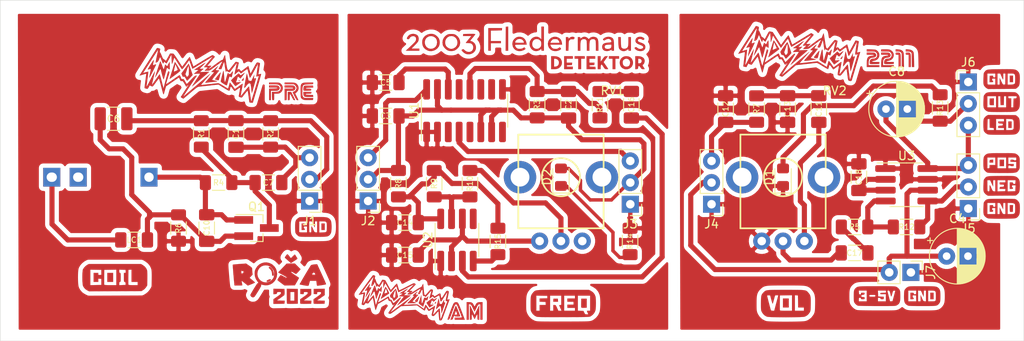
<source format=kicad_pcb>
(kicad_pcb (version 20171130) (host pcbnew 5.1.10-88a1d61d58~90~ubuntu20.04.1)
  (layers (0 F.Cu signal) (31 B.Cu signal) (34 B.Paste user) (35 F.Paste user) (36 B.SilkS user) (37 F.SilkS user) (38 B.Mask user) (39 F.Mask user) (44 Edge.Cuts user))
  (net 0 "")
  (net 1 VCC)
  (net 2 TransistorOUT)
  (net 3 OSC-IN)
  (net 4 GND)
  (net 5 "Net-(C5-Pad1)")
  (net 6 "Net-(C7-Pad2)")
  (net 7 "Net-(C11-Pad1)")
  (net 8 "Net-(C11-Pad2)")
  (net 9 AM-Mix-OUT)
  (net 10 "Net-(C14-Pad2)")
  (net 11 "Net-(C15-Pad2)")
  (net 12 "Net-(C16-Pad1)")
  (net 13 "Net-(C16-Pad2)")
  (net 14 "Net-(L1-Pad2)")
  (net 15 "Net-(R10-Pad2)")
  (net 16 "Net-(R10-Pad1)")
  (net 17 S-Neg)
  (net 18 S-Pos)
  (net 19 Speaker+Output)
  (net 20 "Net-(C8-Pad2)")
  (net 21 "Net-(C17-Pad1)")
  (net 22 AM-Filter-OUT)
  (net 23 "Net-(C18-Pad2)")
  (net 24 Speaker-Output)
  (net 25 "Net-(R12-Pad2)")
  (net 26 "Net-(D2-Pad1)")
  (net 27 "Net-(D1-Pad2)")
  (net 28 "Net-(R15-Pad2)")
  (module Indosluch_AM:PinHeader_1x02_P2.54mm_HandSolder (layer F.Cu) (at 206.756 131.953 270)
    (fp_text reference J7 (at 0 -2.33 270) (layer F.SilkS))
    (fp_text value Conn_01x02_Female)
    (pad 1 thru_hole rect (at 0 0 270) (size 2 2) (drill 1) (layers *.Cu *.Mask) (net 4 GND))
    (pad 2 thru_hole oval (at 0 2.54 270) (size 2 2) (drill 1) (layers *.Cu *.Mask) (net 1 VCC))
  )
  (module BioAmp:C_1206_dusjagr (layer F.Cu) (at 166.624 112.268 270)
    (fp_text reference C2 (at 0 0 90) (layer F.SilkS) (effects (font (size 0.65 0.65) (thickness 0.1))))
    (fp_text value 1nF)
    (pad 2 smd roundrect (at 1.5625 0 270) (size 1.325 1.8) (layers F.Cu F.Paste F.Mask) (roundrect_rratio 0.1886777358490566) (net 1 VCC))
    (pad 1 smd roundrect (at -1.5625 0 270) (size 1.325 1.8) (layers F.Cu F.Paste F.Mask) (roundrect_rratio 0.1886777358490566) (net 3 OSC-IN))
  )
  (module BioAmp:C_1206_dusjagr (layer F.Cu) (at 145.186 109.6645 180)
    (fp_text reference C5 (at 0 0) (layer F.SilkS) (effects (font (size 0.65 0.65) (thickness 0.1))))
    (fp_text value 100nF)
    (pad 2 smd roundrect (at 1.5625 0 180) (size 1.325 1.8) (layers F.Cu F.Paste F.Mask) (roundrect_rratio 0.1886777358490566) (net 4 GND))
    (pad 1 smd roundrect (at -1.5625 0 180) (size 1.325 1.8) (layers F.Cu F.Paste F.Mask) (roundrect_rratio 0.1886777358490566) (net 5 "Net-(C5-Pad1)"))
  )
  (module BioAmp:C_1206_dusjagr (layer F.Cu) (at 145.1864 113.5888)
    (fp_text reference C3 (at 0 0) (layer F.SilkS) (effects (font (size 0.65 0.65) (thickness 0.1))))
    (fp_text value 100nF)
    (pad 2 smd roundrect (at 1.5625 0) (size 1.325 1.8) (layers F.Cu F.Paste F.Mask) (roundrect_rratio 0.1886777358490566) (net 1 VCC))
    (pad 1 smd roundrect (at -1.5625 0) (size 1.325 1.8) (layers F.Cu F.Paste F.Mask) (roundrect_rratio 0.1886777358490566) (net 4 GND))
  )
  (module BioAmp:R_1206_dusjagr (layer F.Cu) (at 162.941 112.268 90)
    (fp_text reference R3 (at 0 0 270) (layer F.SilkS) (effects (font (size 0.65 0.65) (thickness 0.1))))
    (fp_text value 220)
    (pad 2 smd roundrect (at 1.55 0 90) (size 1.3 1.75) (layers F.Cu F.Paste F.Mask) (roundrect_rratio 0.1923069230769231) (net 3 OSC-IN))
    (pad 1 smd roundrect (at -1.55 0 90) (size 1.3 1.75) (layers F.Cu F.Paste F.Mask) (roundrect_rratio 0.1923069230769231) (net 1 VCC))
  )
  (module BioAmp:R_1206_dusjagr (layer F.Cu) (at 170.307 112.268 270)
    (fp_text reference R11 (at 0 0 270) (layer F.SilkS) (effects (font (size 0.65 0.65) (thickness 0.1))))
    (fp_text value 2K2)
    (pad 2 smd roundrect (at 1.55 0 270) (size 1.3 1.75) (layers F.Cu F.Paste F.Mask) (roundrect_rratio 0.1923069230769231) (net 3 OSC-IN))
    (pad 1 smd roundrect (at -1.55 0 270) (size 1.3 1.75) (layers F.Cu F.Paste F.Mask) (roundrect_rratio 0.1923069230769231) (net 12 "Net-(C16-Pad1)"))
  )
  (module BioAmp:R_1206_dusjagr (layer F.Cu) (at 155.067 121.539 270)
    (fp_text reference R10 (at 0 0 270) (layer F.SilkS) (effects (font (size 0.65 0.65) (thickness 0.1))))
    (fp_text value 3K3)
    (pad 2 smd roundrect (at 1.55 0 270) (size 1.3 1.75) (layers F.Cu F.Paste F.Mask) (roundrect_rratio 0.1923069230769231) (net 15 "Net-(R10-Pad2)"))
    (pad 1 smd roundrect (at -1.55 0 270) (size 1.3 1.75) (layers F.Cu F.Paste F.Mask) (roundrect_rratio 0.1923069230769231) (net 16 "Net-(R10-Pad1)"))
  )
  (module BioAmp:R_1206_dusjagr (layer F.Cu) (at 150.876 121.539 90)
    (fp_text reference R9 (at 0 0 270) (layer F.SilkS) (effects (font (size 0.65 0.65) (thickness 0.1))))
    (fp_text value 2K2)
    (pad 2 smd roundrect (at 1.55 0 90) (size 1.3 1.75) (layers F.Cu F.Paste F.Mask) (roundrect_rratio 0.1923069230769231) (net 10 "Net-(C14-Pad2)"))
    (pad 1 smd roundrect (at -1.55 0 90) (size 1.3 1.75) (layers F.Cu F.Paste F.Mask) (roundrect_rratio 0.1923069230769231) (net 15 "Net-(R10-Pad2)"))
  )
  (module BioAmp:R_1206_dusjagr (layer F.Cu) (at 146.685 121.539 90)
    (fp_text reference R8 (at 0 0 270) (layer F.SilkS) (effects (font (size 0.65 0.65) (thickness 0.1))))
    (fp_text value 220)
    (pad 2 smd roundrect (at 1.55 0 90) (size 1.3 1.75) (layers F.Cu F.Paste F.Mask) (roundrect_rratio 0.1923069230769231) (net 1 VCC))
    (pad 1 smd roundrect (at -1.55 0 90) (size 1.3 1.75) (layers F.Cu F.Paste F.Mask) (roundrect_rratio 0.1923069230769231) (net 10 "Net-(C14-Pad2)"))
  )
  (module BioAmp:C_1206_dusjagr (layer F.Cu) (at 173.99 112.268 270)
    (fp_text reference C16 (at 0 0 90) (layer F.SilkS) (effects (font (size 0.65 0.65) (thickness 0.1))))
    (fp_text value 100nF)
    (pad 2 smd roundrect (at 1.5625 0 270) (size 1.325 1.8) (layers F.Cu F.Paste F.Mask) (roundrect_rratio 0.1886777358490566) (net 13 "Net-(C16-Pad2)"))
    (pad 1 smd roundrect (at -1.5625 0 270) (size 1.325 1.8) (layers F.Cu F.Paste F.Mask) (roundrect_rratio 0.1886777358490566) (net 12 "Net-(C16-Pad1)"))
  )
  (module BioAmp:C_1206_dusjagr (layer F.Cu) (at 147.447 129.921)
    (fp_text reference C15 (at 0 0) (layer F.SilkS) (effects (font (size 0.65 0.65) (thickness 0.1))))
    (fp_text value 1nF)
    (pad 2 smd roundrect (at 1.5625 0) (size 1.325 1.8) (layers F.Cu F.Paste F.Mask) (roundrect_rratio 0.1886777358490566) (net 11 "Net-(C15-Pad2)"))
    (pad 1 smd roundrect (at -1.5625 0) (size 1.325 1.8) (layers F.Cu F.Paste F.Mask) (roundrect_rratio 0.1886777358490566) (net 4 GND))
  )
  (module BioAmp:C_1206_dusjagr (layer F.Cu) (at 147.447 126.111)
    (fp_text reference C14 (at 0 0) (layer F.SilkS) (effects (font (size 0.65 0.65) (thickness 0.1))))
    (fp_text value 100nF)
    (pad 2 smd roundrect (at 1.5625 0) (size 1.325 1.8) (layers F.Cu F.Paste F.Mask) (roundrect_rratio 0.1886777358490566) (net 10 "Net-(C14-Pad2)"))
    (pad 1 smd roundrect (at -1.5625 0) (size 1.325 1.8) (layers F.Cu F.Paste F.Mask) (roundrect_rratio 0.1886777358490566) (net 4 GND))
  )
  (module BioAmp:C_1206_dusjagr (layer F.Cu) (at 131.445 121.412 180)
    (fp_text reference C7 (at 0 0) (layer F.SilkS) (effects (font (size 0.65 0.65) (thickness 0.1))))
    (fp_text value 3.3nF)
    (pad 2 smd roundrect (at 1.5625 0 180) (size 1.325 1.8) (layers F.Cu F.Paste F.Mask) (roundrect_rratio 0.1886777358490566) (net 6 "Net-(C7-Pad2)"))
    (pad 1 smd roundrect (at -1.5625 0 180) (size 1.325 1.8) (layers F.Cu F.Paste F.Mask) (roundrect_rratio 0.1886777358490566) (net 2 TransistorOUT))
  )
  (module BioAmp:R_1206_dusjagr (layer F.Cu) (at 120.904 126.746 270)
    (fp_text reference R6 (at 0 0 270) (layer F.SilkS) (effects (font (size 0.65 0.65) (thickness 0.1))))
    (fp_text value 1K)
    (pad 2 smd roundrect (at 1.55 0 270) (size 1.3 1.75) (layers F.Cu F.Paste F.Mask) (roundrect_rratio 0.1923069230769231) (net 4 GND))
    (pad 1 smd roundrect (at -1.55 0 270) (size 1.3 1.75) (layers F.Cu F.Paste F.Mask) (roundrect_rratio 0.1923069230769231) (net 17 S-Neg))
  )
  (module BioAmp:R_1206_dusjagr (layer F.Cu) (at 125.603 121.412 180)
    (fp_text reference R4 (at 0 0 180) (layer F.SilkS) (effects (font (size 0.65 0.65) (thickness 0.1))))
    (fp_text value 470K)
    (pad 2 smd roundrect (at 1.55 0 180) (size 1.3 1.75) (layers F.Cu F.Paste F.Mask) (roundrect_rratio 0.1923069230769231) (net 18 S-Pos))
    (pad 1 smd roundrect (at -1.55 0 180) (size 1.3 1.75) (layers F.Cu F.Paste F.Mask) (roundrect_rratio 0.1923069230769231) (net 6 "Net-(C7-Pad2)"))
  )
  (module BioAmp:R_1206_dusjagr (layer F.Cu) (at 131.699 115.697 270)
    (fp_text reference R2 (at 0 0 270) (layer F.SilkS) (effects (font (size 0.65 0.65) (thickness 0.1))))
    (fp_text value 1K)
    (pad 2 smd roundrect (at 1.55 0 270) (size 1.3 1.75) (layers F.Cu F.Paste F.Mask) (roundrect_rratio 0.1923069230769231) (net 2 TransistorOUT))
    (pad 1 smd roundrect (at -1.55 0 270) (size 1.3 1.75) (layers F.Cu F.Paste F.Mask) (roundrect_rratio 0.1923069230769231) (net 1 VCC))
  )
  (module BioAmp:R_1206_dusjagr (layer F.Cu) (at 123.571 115.697 270)
    (fp_text reference R1 (at 0 0 270) (layer F.SilkS) (effects (font (size 0.65 0.65) (thickness 0.1))))
    (fp_text value 1K)
    (pad 2 smd roundrect (at 1.55 0 270) (size 1.3 1.75) (layers F.Cu F.Paste F.Mask) (roundrect_rratio 0.1923069230769231) (net 6 "Net-(C7-Pad2)"))
    (pad 1 smd roundrect (at -1.55 0 270) (size 1.3 1.75) (layers F.Cu F.Paste F.Mask) (roundrect_rratio 0.1923069230769231) (net 1 VCC))
  )
  (module BioAmp:C_1206_dusjagr (layer F.Cu) (at 124.206 126.746 270)
    (fp_text reference C10 (at 0 0 90) (layer F.SilkS) (effects (font (size 0.65 0.65) (thickness 0.1))))
    (fp_text value 1nF)
    (pad 2 smd roundrect (at 1.5625 0 270) (size 1.325 1.8) (layers F.Cu F.Paste F.Mask) (roundrect_rratio 0.1886777358490566) (net 17 S-Neg))
    (pad 1 smd roundrect (at -1.5625 0 270) (size 1.325 1.8) (layers F.Cu F.Paste F.Mask) (roundrect_rratio 0.1886777358490566) (net 18 S-Pos))
  )
  (module BioAmp:C_1206_dusjagr (layer F.Cu) (at 115.697 128.143)
    (fp_text reference LC1 (at 0 0) (layer F.SilkS) (effects (font (size 0.65 0.65) (thickness 0.1))))
    (fp_text value C)
    (pad 2 smd roundrect (at 1.5625 0) (size 1.325 1.8) (layers F.Cu F.Paste F.Mask) (roundrect_rratio 0.1886777358490566) (net 17 S-Neg))
    (pad 1 smd roundrect (at -1.5625 0) (size 1.325 1.8) (layers F.Cu F.Paste F.Mask) (roundrect_rratio 0.1886777358490566) (net 14 "Net-(L1-Pad2)"))
  )
  (module BioAmp:C_1206_dusjagr (layer F.Cu) (at 127.635 115.697 270)
    (fp_text reference C1 (at 0 0 90) (layer F.SilkS) (effects (font (size 0.65 0.65) (thickness 0.1))))
    (fp_text value 1nF)
    (pad 2 smd roundrect (at 1.5625 0 270) (size 1.325 1.8) (layers F.Cu F.Paste F.Mask) (roundrect_rratio 0.1886777358490566) (net 2 TransistorOUT))
    (pad 1 smd roundrect (at -1.5625 0 270) (size 1.325 1.8) (layers F.Cu F.Paste F.Mask) (roundrect_rratio 0.1886777358490566) (net 1 VCC))
  )
  (module BioAmp:R_1206_dusjagr (layer F.Cu) (at 188.669666 112.776 270)
    (fp_text reference R7 (at 0 0 270) (layer F.SilkS) (effects (font (size 0.65 0.65) (thickness 0.1))))
    (fp_text value 1K)
    (pad 1 smd roundrect (at -1.55 0 270) (size 1.3 1.75) (layers F.Cu F.Paste F.Mask) (roundrect_rratio 0.1923069230769231) (net 8 "Net-(C11-Pad2)"))
    (pad 2 smd roundrect (at 1.55 0 270) (size 1.3 1.75) (layers F.Cu F.Paste F.Mask) (roundrect_rratio 0.1923069230769231) (net 9 AM-Mix-OUT))
  )
  (module BioAmp:C_1206_dusjagr (layer F.Cu) (at 192.300332 112.776 270)
    (fp_text reference C13 (at 0 0 90) (layer F.SilkS) (effects (font (size 0.65 0.65) (thickness 0.1))))
    (fp_text value 10nF)
    (pad 1 smd roundrect (at -1.5625 0 270) (size 1.325 1.8) (layers F.Cu F.Paste F.Mask) (roundrect_rratio 0.1886777358490566) (net 8 "Net-(C11-Pad2)"))
    (pad 2 smd roundrect (at 1.5625 0 270) (size 1.325 1.8) (layers F.Cu F.Paste F.Mask) (roundrect_rratio 0.1886777358490566) (net 4 GND))
  )
  (module BioAmp:C_1206_dusjagr (layer F.Cu) (at 185.039 112.776 90)
    (fp_text reference C12 (at 0 0 90) (layer F.SilkS) (effects (font (size 0.65 0.65) (thickness 0.1))))
    (fp_text value 100nF)
    (pad 1 smd roundrect (at -1.5625 0 90) (size 1.325 1.8) (layers F.Cu F.Paste F.Mask) (roundrect_rratio 0.1886777358490566) (net 9 AM-Mix-OUT))
    (pad 2 smd roundrect (at 1.5625 0 90) (size 1.325 1.8) (layers F.Cu F.Paste F.Mask) (roundrect_rratio 0.1886777358490566) (net 4 GND))
  )
  (module BioAmp:C_1206_dusjagr (layer F.Cu) (at 195.961 112.776 90)
    (fp_text reference C11 (at 0 0 90) (layer F.SilkS) (effects (font (size 0.65 0.65) (thickness 0.1))))
    (fp_text value 100nF)
    (pad 1 smd roundrect (at -1.5625 0 90) (size 1.325 1.8) (layers F.Cu F.Paste F.Mask) (roundrect_rratio 0.1886777358490566) (net 7 "Net-(C11-Pad1)"))
    (pad 2 smd roundrect (at 1.5625 0 90) (size 1.325 1.8) (layers F.Cu F.Paste F.Mask) (roundrect_rratio 0.1886777358490566) (net 8 "Net-(C11-Pad2)"))
  )
  (module BioAmp:C_1210_dusjagr (layer F.Cu) (at 113.284 113.919 180)
    (fp_text reference C6 (at 0 0 180) (layer F.SilkS) (effects (font (size 0.8 0.8) (thickness 0.12))))
    (fp_text value 10uF)
    (pad 2 smd roundrect (at 1.5625 0 180) (size 1.325 2.7) (layers F.Cu F.Paste F.Mask) (roundrect_rratio 0.1886777358490566) (net 17 S-Neg))
    (pad 1 smd roundrect (at -1.5625 0 180) (size 1.325 2.7) (layers F.Cu F.Paste F.Mask) (roundrect_rratio 0.1886777358490566) (net 1 VCC))
  )
  (module BioAmp:C_1206_dusjagr (layer F.Cu) (at 200.152 129.667 180)
    (fp_text reference C17 (at 0 0) (layer F.SilkS) (effects (font (size 0.65 0.65) (thickness 0.1))))
    (fp_text value 470nF)
    (pad 1 smd roundrect (at -1.5625 0 180) (size 1.325 1.8) (layers F.Cu F.Paste F.Mask) (roundrect_rratio 0.1886777358490566) (net 21 "Net-(C17-Pad1)"))
    (pad 2 smd roundrect (at 1.5625 0 180) (size 1.325 1.8) (layers F.Cu F.Paste F.Mask) (roundrect_rratio 0.1886777358490566) (net 22 AM-Filter-OUT))
  )
  (module BioAmp:C_1206_dusjagr (layer F.Cu) (at 200.66 120.777 270)
    (fp_text reference C18 (at 0 0 90) (layer F.SilkS) (effects (font (size 0.65 0.65) (thickness 0.1))))
    (fp_text value 100nF)
    (pad 2 smd roundrect (at 1.5625 0 270) (size 1.325 1.8) (layers F.Cu F.Paste F.Mask) (roundrect_rratio 0.1886777358490566) (net 23 "Net-(C18-Pad2)"))
    (pad 1 smd roundrect (at -1.5625 0 270) (size 1.325 1.8) (layers F.Cu F.Paste F.Mask) (roundrect_rratio 0.1886777358490566) (net 4 GND))
  )
  (module BioAmp:R_1206_dusjagr (layer F.Cu) (at 200.152 126.619 180)
    (fp_text reference R5 (at 0 0 180) (layer F.SilkS) (effects (font (size 0.65 0.65) (thickness 0.1))))
    (fp_text value 10K)
    (pad 1 smd roundrect (at -1.55 0 180) (size 1.3 1.75) (layers F.Cu F.Paste F.Mask) (roundrect_rratio 0.1923069230769231) (net 25 "Net-(R12-Pad2)"))
    (pad 2 smd roundrect (at 1.55 0 180) (size 1.3 1.75) (layers F.Cu F.Paste F.Mask) (roundrect_rratio 0.1923069230769231) (net 21 "Net-(C17-Pad1)"))
  )
  (module BioAmp:R_1206_dusjagr (layer F.Cu) (at 206.248 126.619 180)
    (fp_text reference R12 (at 0 0 180) (layer F.SilkS) (effects (font (size 0.65 0.65) (thickness 0.1))))
    (fp_text value 10K)
    (pad 2 smd roundrect (at 1.55 0 180) (size 1.3 1.75) (layers F.Cu F.Paste F.Mask) (roundrect_rratio 0.1923069230769231) (net 25 "Net-(R12-Pad2)"))
    (pad 1 smd roundrect (at -1.55 0 180) (size 1.3 1.75) (layers F.Cu F.Paste F.Mask) (roundrect_rratio 0.1923069230769231) (net 24 Speaker-Output))
  )
  (module Indosluch_AM:PinHeader_1x03_HandSolder (layer F.Cu) (at 136.271 123.571 180)
    (fp_text reference J1 (at 0 -2.33 180) (layer F.SilkS))
    (fp_text value Con1x03)
    (pad 3 thru_hole oval (at 0 5.08 180) (size 2 2) (drill 1) (layers *.Cu *.Mask) (net 2 TransistorOUT))
    (pad 2 thru_hole oval (at 0 2.54 180) (size 2 2) (drill 1) (layers *.Cu *.Mask) (net 1 VCC))
    (pad 1 thru_hole rect (at 0 0 180) (size 2 2) (drill 1) (layers *.Cu *.Mask) (net 4 GND))
  )
  (module Indosluch_AM:PinHeader_1x03_HandSolder (layer F.Cu) (at 143.129 123.571 180)
    (fp_text reference J2 (at 0 -2.33 180) (layer F.SilkS))
    (fp_text value Con1x03)
    (pad 1 thru_hole rect (at 0 0 180) (size 2 2) (drill 1) (layers *.Cu *.Mask) (net 4 GND))
    (pad 2 thru_hole oval (at 0 2.54 180) (size 2 2) (drill 1) (layers *.Cu *.Mask) (net 1 VCC))
    (pad 3 thru_hole oval (at 0 5.08 180) (size 2 2) (drill 1) (layers *.Cu *.Mask) (net 2 TransistorOUT))
  )
  (module Indosluch_AM:PinHeader_1x03_HandSolder (layer F.Cu) (at 173.863 123.952 180)
    (fp_text reference J3 (at 0 -2.33 180) (layer F.SilkS))
    (fp_text value Con1x03)
    (pad 1 thru_hole rect (at 0 0 180) (size 2 2) (drill 1) (layers *.Cu *.Mask) (net 4 GND))
    (pad 2 thru_hole oval (at 0 2.54 180) (size 2 2) (drill 1) (layers *.Cu *.Mask) (net 1 VCC))
    (pad 3 thru_hole oval (at 0 5.08 180) (size 2 2) (drill 1) (layers *.Cu *.Mask) (net 9 AM-Mix-OUT))
  )
  (module Indosluch_AM:PinHeader_1x03_HandSolder (layer F.Cu) (at 183.388 123.952 180)
    (fp_text reference J4 (at 0 -2.33 180) (layer F.SilkS))
    (fp_text value Con1x03)
    (pad 3 thru_hole oval (at 0 5.08 180) (size 2 2) (drill 1) (layers *.Cu *.Mask) (net 9 AM-Mix-OUT))
    (pad 2 thru_hole oval (at 0 2.54 180) (size 2 2) (drill 1) (layers *.Cu *.Mask) (net 1 VCC))
    (pad 1 thru_hole rect (at 0 0 180) (size 2 2) (drill 1) (layers *.Cu *.Mask) (net 4 GND))
  )
  (module Indosluch_AM:PinHeader_1x03_HandSolder (layer F.Cu) (at 213.487 124.46 180)
    (fp_text reference J5 (at 0 -2.33 180) (layer F.SilkS))
    (fp_text value Con1x03)
    (pad 1 thru_hole rect (at 0 0 180) (size 2 2) (drill 1) (layers *.Cu *.Mask) (net 4 GND))
    (pad 2 thru_hole oval (at 0 2.54 180) (size 2 2) (drill 1) (layers *.Cu *.Mask) (net 24 Speaker-Output))
    (pad 3 thru_hole oval (at 0 5.08 180) (size 2 2) (drill 1) (layers *.Cu *.Mask) (net 19 Speaker+Output))
  )
  (module Indosluch_AM:PinHeader_1x03_HandSolder (layer F.Cu) (at 213.487 109.601)
    (fp_text reference J6 (at 0 -2.33 180) (layer F.SilkS))
    (fp_text value Con1x03)
    (pad 3 thru_hole oval (at 0 5.08) (size 2 2) (drill 1) (layers *.Cu *.Mask) (net 19 Speaker+Output))
    (pad 2 thru_hole oval (at 0 2.54) (size 2 2) (drill 1) (layers *.Cu *.Mask) (net 20 "Net-(C8-Pad2)"))
    (pad 1 thru_hole rect (at 0 0) (size 2 2) (drill 1) (layers *.Cu *.Mask) (net 4 GND))
  )
  (module Indosluch_AM:PJ301M-12_dusjagr_handSolder (layer F.Cu) (at 112.522 120.777 270)
    (fp_text reference L1)
    (fp_text value "L 10-22mH")
    (pad 2 thru_hole rect (at 0 6.48 270) (size 2.2 2) (drill oval 1.1 1.2) (layers *.Cu *.Mask) (net 14 "Net-(L1-Pad2)"))
    (pad TN thru_hole rect (at 0 3.38 270) (size 2.2 2) (drill oval 1.1 1.2) (layers *.Cu *.Mask))
    (pad 1 thru_hole rect (at 0 -4.92 270) (size 2.2 2) (drill oval 1.1) (layers *.Cu *.Mask) (net 18 S-Pos))
  )
  (module Indosluch_AM:RD901F-ALPHA-HandSolder (layer F.Cu) (at 165.735 120.777)
    (fp_text reference RV1 (at 6.05 -10.15) (layer F.SilkS))
    (fp_text value "22k lin")
    (pad "" thru_hole oval (at 4.8 0) (size 3.8 3.8) (drill oval 2.2) (layers *.Cu *.Mask))
    (pad "" thru_hole oval (at -4.8 0) (size 3.8 3.8) (drill oval 2.2) (layers *.Cu *.Mask))
    (pad 1 thru_hole circle (at 2.5 7.5) (size 2 2) (drill 1) (layers *.Cu *.Mask))
    (pad 2 thru_hole circle (at 0 7.5) (size 2 2) (drill 1) (layers *.Cu *.Mask) (net 16 "Net-(R10-Pad1)"))
    (pad 3 thru_hole circle (at -2.5 7.5) (size 2 2) (drill 1) (layers *.Cu *.Mask) (net 11 "Net-(C15-Pad2)"))
  )
  (module Indosluch_AM:RD901F-ALPHA-HandSolder (layer F.Cu) (at 191.77 120.777)
    (fp_text reference RV2 (at 6.05 -10.15) (layer F.SilkS))
    (fp_text value "22k log")
    (pad 3 thru_hole circle (at -2.5 7.5) (size 2 2) (drill 1) (layers *.Cu *.Mask) (net 4 GND))
    (pad 2 thru_hole circle (at 0 7.5) (size 2 2) (drill 1) (layers *.Cu *.Mask) (net 22 AM-Filter-OUT))
    (pad 1 thru_hole circle (at 2.5 7.5) (size 2 2) (drill 1) (layers *.Cu *.Mask) (net 7 "Net-(C11-Pad1)"))
    (pad "" thru_hole oval (at -4.8 0) (size 3.8 3.8) (drill oval 2.2) (layers *.Cu *.Mask))
    (pad "" thru_hole oval (at 4.8 0) (size 3.8 3.8) (drill oval 2.2) (layers *.Cu *.Mask))
  )
  (module 3Channel-PiezoAmp:LED_0805_2012Metric_Pad1.15x1.40mm_HandSolder (layer F.Cu) (at 191.77 120.777 90)
    (fp_text reference D1 (at 0 -1.65 270) (layer F.SilkS))
    (fp_text value LED)
    (pad 2 smd roundrect (at 1.025 0 90) (size 1.15 1.4) (layers F.Cu F.Paste F.Mask) (roundrect_rratio 0.2173904347826087) (net 27 "Net-(D1-Pad2)"))
    (pad 1 smd roundrect (at -1.025 0 90) (size 1.15 1.4) (layers F.Cu F.Paste F.Mask) (roundrect_rratio 0.2173904347826087) (net 4 GND))
  )
  (module 3Channel-PiezoAmp:LED_0805_2012Metric_Pad1.15x1.40mm_HandSolder (layer F.Cu) (at 165.735 120.777 90)
    (fp_text reference D2 (at 0 -1.65 270) (layer F.SilkS))
    (fp_text value LED)
    (pad 1 smd roundrect (at -1.025 0 90) (size 1.15 1.4) (layers F.Cu F.Paste F.Mask) (roundrect_rratio 0.2173904347826087) (net 26 "Net-(D2-Pad1)"))
    (pad 2 smd roundrect (at 1.025 0 90) (size 1.15 1.4) (layers F.Cu F.Paste F.Mask) (roundrect_rratio 0.2173904347826087) (net 1 VCC))
  )
  (module BioAmp:R_1206_dusjagr (layer F.Cu) (at 210.185 112.649 270)
    (fp_text reference R13 (at 0 0 270) (layer F.SilkS) (effects (font (size 0.65 0.65) (thickness 0.1))))
    (fp_text value 330)
    (pad 1 smd roundrect (at -1.55 0 270) (size 1.3 1.75) (layers F.Cu F.Paste F.Mask) (roundrect_rratio 0.1923069230769231) (net 27 "Net-(D1-Pad2)"))
    (pad 2 smd roundrect (at 1.55 0 270) (size 1.3 1.75) (layers F.Cu F.Paste F.Mask) (roundrect_rratio 0.1923069230769231) (net 20 "Net-(C8-Pad2)"))
  )
  (module BioAmp:R_1206_dusjagr (layer F.Cu) (at 173.8376 128.3208 270)
    (fp_text reference R14 (at 0 0 270) (layer F.SilkS) (effects (font (size 0.65 0.65) (thickness 0.1))))
    (fp_text value 10K)
    (pad 2 smd roundrect (at 1.55 0 270) (size 1.3 1.75) (layers F.Cu F.Paste F.Mask) (roundrect_rratio 0.1923069230769231) (net 26 "Net-(D2-Pad1)"))
    (pad 1 smd roundrect (at -1.55 0 270) (size 1.3 1.75) (layers F.Cu F.Paste F.Mask) (roundrect_rratio 0.1923069230769231) (net 4 GND))
  )
  (module Indosluch_AM:Capacitor_Radial_D6.3mm_P2.50mm (layer F.Cu) (at 210.947 130.048)
    (fp_text reference C4 (at 1.25 -4.4) (layer F.SilkS))
    (fp_text value 100uF)
    (pad 2 thru_hole rect (at 2.5 0) (size 2 2) (drill 0.9) (layers *.Cu *.Mask) (net 4 GND))
    (pad 1 thru_hole circle (at 0 0) (size 2 2) (drill 0.9) (layers *.Cu *.Mask) (net 1 VCC))
  )
  (module Indosluch_AM:Capacitor_Radial_D6.3mm_P2.50mm (layer F.Cu) (at 203.835 112.776)
    (fp_text reference C8 (at 1.25 -4.4) (layer F.SilkS))
    (fp_text value 470uF)
    (pad 1 thru_hole circle (at 0 0) (size 2 2) (drill 0.9) (layers *.Cu *.Mask) (net 19 Speaker+Output))
    (pad 2 thru_hole rect (at 2.5 0) (size 2 2) (drill 0.9) (layers *.Cu *.Mask) (net 20 "Net-(C8-Pad2)"))
  )
  (module BioAmp:R_1206_dusjagr (layer F.Cu) (at 158.3436 128.3208 270)
    (fp_text reference R15 (at 0 0 270) (layer F.SilkS) (effects (font (size 0.65 0.65) (thickness 0.1))))
    (fp_text value 0)
    (pad 2 smd roundrect (at 1.55 0 270) (size 1.3 1.75) (layers F.Cu F.Paste F.Mask) (roundrect_rratio 0.1923076923076923) (net 28 "Net-(R15-Pad2)"))
    (pad 1 smd roundrect (at -1.55 0 270) (size 1.3 1.75) (layers F.Cu F.Paste F.Mask) (roundrect_rratio 0.1923076923076923) (net 10 "Net-(C14-Pad2)"))
  )
  (module Indosluch_AM:SOP-16_HandSolder (layer F.Cu) (at 154.432 112.9665 90)
    (fp_text reference U1 (at 0 -5.9 90) (layer F.SilkS))
    (fp_text value TA2003)
    (pad 1 smd roundrect (at -2.5 -4.445 90) (size 2.4 0.8) (layers F.Cu F.Paste F.Mask) (net 4 GND))
    (pad 2 smd roundrect (at -2.5 -3.175 90) (size 2.4 0.8) (layers F.Cu F.Paste F.Mask) (net 4 GND))
    (pad 3 smd roundrect (at -2.5 -1.905 90) (size 2.4 0.8) (layers F.Cu F.Paste F.Mask))
    (pad 4 smd roundrect (at -2.5 -0.635 90) (size 2.4 0.8) (layers F.Cu F.Paste F.Mask) (net 9 AM-Mix-OUT))
    (pad 5 smd roundrect (at -2.5 0.635 90) (size 2.4 0.8) (layers F.Cu F.Paste F.Mask))
    (pad 6 smd roundrect (at -2.5 1.905 90) (size 2.4 0.8) (layers F.Cu F.Paste F.Mask) (net 1 VCC))
    (pad 7 smd roundrect (at -2.5 3.175 90) (size 2.4 0.8) (layers F.Cu F.Paste F.Mask) (net 1 VCC))
    (pad 8 smd roundrect (at -2.5 4.445 90) (size 2.4 0.8) (layers F.Cu F.Paste F.Mask))
    (pad 9 smd roundrect (at 2.5 4.445 90) (size 2.4 0.8) (layers F.Cu F.Paste F.Mask) (net 4 GND))
    (pad 10 smd roundrect (at 2.5 3.175 90) (size 2.4 0.8) (layers F.Cu F.Paste F.Mask))
    (pad 11 smd roundrect (at 2.5 1.905 90) (size 2.4 0.8) (layers F.Cu F.Paste F.Mask))
    (pad 12 smd roundrect (at 2.5 0.635 90) (size 2.4 0.8) (layers F.Cu F.Paste F.Mask) (net 3 OSC-IN))
    (pad 13 smd roundrect (at 2.5 -0.635 90) (size 2.4 0.8) (layers F.Cu F.Paste F.Mask))
    (pad 14 smd roundrect (at 2.5 -1.905 90) (size 2.4 0.8) (layers F.Cu F.Paste F.Mask) (net 5 "Net-(C5-Pad1)"))
    (pad 15 smd roundrect (at 2.5 -3.175 90) (size 2.4 0.8) (layers F.Cu F.Paste F.Mask) (net 1 VCC))
    (pad 16 smd roundrect (at 2.5 -4.445 90) (size 2.4 0.8) (layers F.Cu F.Paste F.Mask) (net 2 TransistorOUT))
  )
  (module Indosluch_AM:SOIC-8_HandSolder (layer F.Cu) (at 153.543 128.143 90)
    (fp_text reference U2 (at 0 -3.4 90) (layer F.SilkS))
    (fp_text value LM555xM)
    (pad 8 smd roundrect (at 2.475 -1.905 90) (size 2.4 0.8) (layers F.Cu F.Paste F.Mask) (net 10 "Net-(C14-Pad2)"))
    (pad 7 smd roundrect (at 2.475 -0.635 90) (size 2.4 0.8) (layers F.Cu F.Paste F.Mask) (net 15 "Net-(R10-Pad2)"))
    (pad 6 smd roundrect (at 2.475 0.635 90) (size 2.4 0.8) (layers F.Cu F.Paste F.Mask) (net 11 "Net-(C15-Pad2)"))
    (pad 5 smd roundrect (at 2.475 1.905 90) (size 2.4 0.8) (layers F.Cu F.Paste F.Mask))
    (pad 4 smd roundrect (at -2.475 1.905 90) (size 2.4 0.8) (layers F.Cu F.Paste F.Mask) (net 28 "Net-(R15-Pad2)"))
    (pad 3 smd roundrect (at -2.475 0.635 90) (size 2.4 0.8) (layers F.Cu F.Paste F.Mask) (net 13 "Net-(C16-Pad2)"))
    (pad 2 smd roundrect (at -2.475 -0.635 90) (size 2.4 0.8) (layers F.Cu F.Paste F.Mask) (net 11 "Net-(C15-Pad2)"))
    (pad 1 smd roundrect (at -2.475 -1.905 90) (size 2.4 0.8) (layers F.Cu F.Paste F.Mask) (net 4 GND))
  )
  (module Indosluch_AM:SOIC-8_HandSolder (layer F.Cu) (at 206.248 121.666)
    (fp_text reference U3 (at 0 -3.4) (layer F.SilkS))
    (fp_text value SSM2211S)
    (pad 1 smd roundrect (at -2.475 -1.905) (size 2.4 0.8) (layers F.Cu F.Paste F.Mask) (net 4 GND))
    (pad 2 smd roundrect (at -2.475 -0.635) (size 2.4 0.8) (layers F.Cu F.Paste F.Mask) (net 23 "Net-(C18-Pad2)"))
    (pad 3 smd roundrect (at -2.475 0.635) (size 2.4 0.8) (layers F.Cu F.Paste F.Mask) (net 23 "Net-(C18-Pad2)"))
    (pad 4 smd roundrect (at -2.475 1.905) (size 2.4 0.8) (layers F.Cu F.Paste F.Mask) (net 25 "Net-(R12-Pad2)"))
    (pad 5 smd roundrect (at 2.475 1.905) (size 2.4 0.8) (layers F.Cu F.Paste F.Mask) (net 24 Speaker-Output))
    (pad 6 smd roundrect (at 2.475 0.635) (size 2.4 0.8) (layers F.Cu F.Paste F.Mask) (net 1 VCC))
    (pad 7 smd roundrect (at 2.475 -0.635) (size 2.4 0.8) (layers F.Cu F.Paste F.Mask) (net 4 GND))
    (pad 8 smd roundrect (at 2.475 -1.905) (size 2.4 0.8) (layers F.Cu F.Paste F.Mask) (net 19 Speaker+Output))
  )
  (module Indosluch_AM:SOT-23_Handsoldering (layer F.Cu) (at 130.048 126.746)
    (fp_text reference Q1 (at 0 -2.5) (layer F.SilkS))
    (fp_text value BC849)
    (pad 3 smd rect (at 1.5 0) (size 2.2 0.9) (layers F.Cu F.Paste F.Mask) (net 6 "Net-(C7-Pad2)"))
    (pad 2 smd rect (at -1.5 0.95) (size 2.2 0.9) (layers F.Cu F.Paste F.Mask) (net 17 S-Neg))
    (pad 1 smd rect (at -1.5 -0.95) (size 2.2 0.9) (layers F.Cu F.Paste F.Mask) (net 18 S-Pos))
  )
  (module Indosluch_AM:Indosluch_logos (layer F.Cu) (at 160.9852 119.9896)
    (fp_text reference LOGO1 hide)
    (fp_text value Logo hide)
    (fp_poly (pts (xy 27.209083 -15.481654) (xy 27.190103 -15.368152) (xy 27.158881 -15.221057) (xy 27.157992 -15.217217) (xy 27.127097 -15.073042) (xy 27.108774 -14.96524) (xy 27.106798 -14.916201) (xy 27.107166 -14.915723) (xy 27.15193 -14.920704) (xy 27.245058 -14.951945) (xy 27.281909 -14.966758) (xy 27.3855 -15.004253) (xy 27.45125 -15.01726) (xy 27.459643 -15.014801) (xy 27.447361 -14.973084) (xy 27.402605 -14.866757) (xy 27.330498 -14.707074) (xy 27.236164 -14.505285) (xy 27.124725 -14.272644) (xy 27.077858 -14.176238) (xy 26.960829 -13.938873) (xy 26.85695 -13.732765) (xy 26.771545 -13.568103) (xy 26.709942 -13.455074) (xy 26.677465 -13.403866) (xy 26.67379 -13.403262) (xy 26.680407 -13.460838) (xy 26.701213 -13.583669) (xy 26.733039 -13.754142) (xy 26.772712 -13.954645) (xy 26.775833 -13.97) (xy 26.815972 -14.167925) (xy 26.849121 -14.332985) (xy 26.872062 -14.449038) (xy 26.881577 -14.499946) (xy 26.881667 -14.500845) (xy 26.845349 -14.49637) (xy 26.752702 -14.472535) (xy 26.684187 -14.452615) (xy 26.567867 -14.420204) (xy 26.491487 -14.403832) (xy 26.47597 -14.403919) (xy 26.493807 -14.441324) (xy 26.550008 -14.537862) (xy 26.637235 -14.681396) (xy 26.748148 -14.859787) (xy 26.8322 -14.992996) (xy 26.955773 -15.184625) (xy 27.063157 -15.345222) (xy 27.146628 -15.463712) (xy 27.198461 -15.529018) (xy 27.211743 -15.537274) (xy 27.209083 -15.481654)) (layer F.Cu) (width 0.01))
    (fp_poly (pts (xy 29.72169 -15.249079) (xy 29.783653 -15.159588) (xy 29.869769 -15.029269) (xy 29.970284 -14.873534) (xy 30.075437 -14.70779) (xy 30.175474 -14.547448) (xy 30.260635 -14.407917) (xy 30.321165 -14.304606) (xy 30.347305 -14.252925) (xy 30.347372 -14.249912) (xy 30.224282 -14.154331) (xy 30.067465 -14.03436) (xy 29.889351 -13.899303) (xy 29.702371 -13.758462) (xy 29.518955 -13.621141) (xy 29.351537 -13.496643) (xy 29.212545 -13.394271) (xy 29.114412 -13.323328) (xy 29.069568 -13.293117) (xy 29.068284 -13.292667) (xy 29.068606 -13.329043) (xy 29.091559 -13.423704) (xy 29.125783 -13.536083) (xy 29.164705 -13.656549) (xy 29.22315 -13.839212) (xy 29.295207 -14.065516) (xy 29.330458 -14.176623) (xy 29.551851 -14.176623) (xy 29.571612 -14.160322) (xy 29.640477 -14.182349) (xy 29.702895 -14.208136) (xy 29.831406 -14.261024) (xy 29.94185 -14.305123) (xy 29.959033 -14.311744) (xy 30.0519 -14.347092) (xy 29.900779 -14.698296) (xy 29.833057 -14.854523) (xy 29.778682 -14.977791) (xy 29.745694 -15.049974) (xy 29.739831 -15.061137) (xy 29.72803 -15.028023) (xy 29.704663 -14.929572) (xy 29.673821 -14.783653) (xy 29.657428 -14.701303) (xy 29.622027 -14.52238) (xy 29.590294 -14.366027) (xy 29.567438 -14.257765) (xy 29.562238 -14.234855) (xy 29.551851 -14.176623) (xy 29.330458 -14.176623) (xy 29.374966 -14.3169) (xy 29.442658 -14.530917) (xy 29.518014 -14.767317) (xy 29.584977 -14.973207) (xy 29.639355 -15.136038) (xy 29.676958 -15.243261) (xy 29.693593 -15.282329) (xy 29.69364 -15.282333) (xy 29.72169 -15.249079)) (layer F.Cu) (width 0.01))
    (fp_poly (pts (xy 28.01101 -15.340806) (xy 28.055208 -15.232935) (xy 28.113653 -15.077825) (xy 28.176344 -14.902179) (xy 28.24187 -14.719452) (xy 28.298929 -14.570302) (xy 28.341246 -14.470476) (xy 28.3622 -14.435667) (xy 28.384622 -14.473044) (xy 28.421088 -14.571105) (xy 28.463762 -14.708742) (xy 28.464361 -14.710833) (xy 28.508071 -14.848959) (xy 28.547248 -14.94773) (xy 28.57349 -14.985995) (xy 28.573688 -14.986) (xy 28.621819 -14.957869) (xy 28.680833 -14.901333) (xy 28.747153 -14.838503) (xy 28.785991 -14.816667) (xy 28.818019 -14.851755) (xy 28.870797 -14.942307) (xy 28.914968 -15.031112) (xy 28.975976 -15.152815) (xy 29.026978 -15.239676) (xy 29.049204 -15.266443) (xy 29.062955 -15.235905) (xy 29.074011 -15.137055) (xy 29.081082 -14.986236) (xy 29.083 -14.838806) (xy 29.083 -14.390281) (xy 28.925677 -14.497185) (xy 28.818091 -14.560615) (xy 28.757638 -14.569132) (xy 28.739394 -14.551627) (xy 28.719007 -14.493787) (xy 28.682306 -14.369742) (xy 28.633766 -14.195363) (xy 28.577864 -13.986517) (xy 28.55145 -13.885333) (xy 28.49393 -13.668113) (xy 28.441781 -13.480168) (xy 28.399419 -13.33674) (xy 28.371256 -13.253071) (xy 28.36422 -13.23877) (xy 28.344829 -13.265988) (xy 28.309688 -13.362441) (xy 28.262909 -13.515062) (xy 28.208601 -13.710781) (xy 28.174479 -13.84202) (xy 28.117503 -14.060148) (xy 28.06594 -14.245956) (xy 28.023914 -14.385462) (xy 27.99555 -14.464682) (xy 27.987076 -14.477502) (xy 27.957539 -14.442778) (xy 27.894385 -14.347842) (xy 27.806032 -14.205977) (xy 27.7009 -14.030464) (xy 27.666346 -13.971517) (xy 27.559095 -13.789628) (xy 27.467688 -13.638389) (xy 27.400069 -13.530658) (xy 27.364183 -13.47929) (xy 27.360686 -13.476869) (xy 27.367892 -13.519937) (xy 27.397978 -13.628788) (xy 27.446539 -13.79001) (xy 27.509168 -13.990189) (xy 27.581459 -14.215912) (xy 27.659005 -14.453766) (xy 27.737401 -14.690336) (xy 27.812239 -14.91221) (xy 27.879113 -15.105974) (xy 27.933618 -15.258214) (xy 27.971345 -15.355518) (xy 27.987505 -15.384957) (xy 28.01101 -15.340806)) (layer F.Cu) (width 0.01))
    (fp_poly (pts (xy 35.044262 -14.021673) (xy 35.031486 -13.944355) (xy 35.003061 -13.816576) (xy 34.956766 -13.62846) (xy 34.890378 -13.370132) (xy 34.878472 -13.324417) (xy 34.840965 -13.22486) (xy 34.782353 -13.176017) (xy 34.684321 -13.172353) (xy 34.528555 -13.208334) (xy 34.510936 -13.213369) (xy 34.453026 -13.229176) (xy 34.416231 -13.245233) (xy 34.405466 -13.272325) (xy 34.425645 -13.321235) (xy 34.481686 -13.402748) (xy 34.578503 -13.527649) (xy 34.721013 -13.706721) (xy 34.755667 -13.750283) (xy 34.869449 -13.888664) (xy 34.962843 -13.993252) (xy 35.024619 -14.052029) (xy 35.043612 -14.058408) (xy 35.044262 -14.021673)) (layer F.Cu) (width 0.01))
    (fp_poly (pts (xy 31.311909 -15.032425) (xy 31.354493 -14.931477) (xy 31.412179 -14.782945) (xy 31.4791 -14.603188) (xy 31.549386 -14.408563) (xy 31.617171 -14.21543) (xy 31.676585 -14.040145) (xy 31.721761 -13.899068) (xy 31.746831 -13.808556) (xy 31.75 -13.787949) (xy 31.722168 -13.742316) (xy 31.648873 -13.654156) (xy 31.545419 -13.539465) (xy 31.427107 -13.414236) (xy 31.309241 -13.294463) (xy 31.207122 -13.196141) (xy 31.136054 -13.135262) (xy 31.114116 -13.123333) (xy 31.081961 -13.157022) (xy 31.022782 -13.244578) (xy 30.961958 -13.345583) (xy 30.882667 -13.472363) (xy 30.820425 -13.53784) (xy 30.757542 -13.557921) (xy 30.727165 -13.556695) (xy 30.649898 -13.564275) (xy 30.593581 -13.61998) (xy 30.551218 -13.704862) (xy 30.504536 -13.817155) (xy 30.486434 -13.865871) (xy 30.911541 -13.865871) (xy 30.992964 -13.706269) (xy 31.050379 -13.607822) (xy 31.097062 -13.551672) (xy 31.10794 -13.546667) (xy 31.155536 -13.5755) (xy 31.229653 -13.646531) (xy 31.244663 -13.663083) (xy 31.287124 -13.715007) (xy 31.31551 -13.76853) (xy 31.332128 -13.840451) (xy 31.339286 -13.947571) (xy 31.339294 -14.106689) (xy 31.33483 -14.31925) (xy 31.327382 -14.521855) (xy 31.316319 -14.689774) (xy 31.30305 -14.807136) (xy 31.288985 -14.85807) (xy 31.286909 -14.859) (xy 31.260685 -14.821321) (xy 31.214469 -14.718506) (xy 31.154594 -14.565888) (xy 31.087394 -14.3788) (xy 31.081766 -14.362436) (xy 30.911541 -13.865871) (xy 30.486434 -13.865871) (xy 30.474111 -13.899034) (xy 30.470455 -13.911518) (xy 30.490442 -13.958036) (xy 30.55112 -14.057819) (xy 30.642417 -14.19664) (xy 30.754257 -14.360271) (xy 30.876569 -14.534486) (xy 30.999277 -14.705056) (xy 31.11231 -14.857754) (xy 31.205593 -14.978353) (xy 31.269053 -15.052625) (xy 31.290296 -15.069431) (xy 31.311909 -15.032425)) (layer F.Cu) (width 0.01))
    (fp_poly (pts (xy 37.742923 -13.294771) (xy 37.711914 -13.186915) (xy 37.66991 -13.118793) (xy 37.665446 -13.115503) (xy 37.586877 -13.08525) (xy 37.523912 -13.089327) (xy 37.508472 -13.11275) (xy 37.534765 -13.161028) (xy 37.599997 -13.246699) (xy 37.638866 -13.292667) (xy 37.768122 -13.440833) (xy 37.742923 -13.294771)) (layer F.Cu) (width 0.01))
    (fp_poly (pts (xy 37.265835 -13.134895) (xy 37.2745 -13.123333) (xy 37.264903 -13.087092) (xy 37.234665 -13.081) (xy 37.176744 -13.103102) (xy 37.168667 -13.123333) (xy 37.19905 -13.164455) (xy 37.208501 -13.165667) (xy 37.265835 -13.134895)) (layer F.Cu) (width 0.01))
    (fp_poly (pts (xy 34.70655 -14.768915) (xy 34.680477 -14.708161) (xy 34.610827 -14.598252) (xy 34.532466 -14.477523) (xy 34.477732 -14.38485) (xy 34.459333 -14.343194) (xy 34.497375 -14.323483) (xy 34.594405 -14.306594) (xy 34.665899 -14.300296) (xy 34.872466 -14.2875) (xy 34.454233 -13.760008) (xy 34.31215 -13.579215) (xy 34.19076 -13.421716) (xy 34.098983 -13.299331) (xy 34.045743 -13.22388) (xy 34.036 -13.205881) (xy 34.074258 -13.185652) (xy 34.175094 -13.15714) (xy 34.317601 -13.126155) (xy 34.334256 -13.122971) (xy 34.483033 -13.091678) (xy 34.595385 -13.062) (xy 34.648759 -13.039962) (xy 34.649862 -13.038621) (xy 34.615505 -13.026584) (xy 34.513617 -13.007961) (xy 34.360889 -12.98485) (xy 34.174008 -12.959346) (xy 33.969666 -12.933548) (xy 33.76455 -12.909553) (xy 33.575351 -12.889457) (xy 33.418759 -12.875359) (xy 33.311462 -12.869355) (xy 33.302239 -12.869278) (xy 33.26519 -12.879374) (xy 33.274962 -12.918749) (xy 33.336805 -13.001163) (xy 33.365739 -13.035678) (xy 33.447197 -13.13042) (xy 33.569236 -13.270764) (xy 33.716323 -13.438911) (xy 33.872924 -13.617064) (xy 33.897525 -13.644967) (xy 34.288217 -14.087912) (xy 34.130358 -14.117999) (xy 33.9725 -14.148086) (xy 34.29 -14.441491) (xy 34.477011 -14.611233) (xy 34.607191 -14.721611) (xy 34.682912 -14.773785) (xy 34.70655 -14.768915)) (layer F.Cu) (width 0.01))
    (fp_poly (pts (xy 35.410533 -14.136049) (xy 35.428178 -13.980403) (xy 35.446333 -13.741431) (xy 35.453859 -13.631333) (xy 35.475956 -13.33455) (xy 35.496864 -13.118313) (xy 35.517195 -12.978518) (xy 35.53756 -12.911066) (xy 35.558569 -12.911853) (xy 35.56054 -12.915181) (xy 35.584299 -12.977734) (xy 35.624603 -13.103699) (xy 35.675815 -13.274781) (xy 35.73227 -13.472583) (xy 35.789053 -13.663461) (xy 35.842434 -13.820217) (xy 35.886579 -13.927156) (xy 35.915658 -13.968583) (xy 35.916591 -13.968654) (xy 35.98344 -13.944019) (xy 36.044341 -13.905154) (xy 36.109343 -13.860723) (xy 36.158532 -13.853915) (xy 36.211861 -13.893931) (xy 36.289284 -13.989973) (xy 36.321652 -14.033036) (xy 36.401555 -14.13344) (xy 36.460169 -14.195549) (xy 36.480635 -14.206476) (xy 36.482782 -14.157591) (xy 36.466916 -14.052563) (xy 36.438617 -13.914795) (xy 36.403461 -13.767692) (xy 36.367027 -13.634657) (xy 36.334891 -13.539094) (xy 36.313301 -13.504333) (xy 36.254246 -13.52557) (xy 36.174086 -13.571561) (xy 36.100049 -13.613208) (xy 36.064773 -13.594642) (xy 36.041912 -13.518644) (xy 35.965551 -13.217514) (xy 35.896097 -12.961346) (xy 35.836191 -12.758922) (xy 35.788473 -12.619025) (xy 35.755587 -12.550439) (xy 35.749122 -12.545117) (xy 35.697623 -12.56096) (xy 35.593839 -12.614156) (xy 35.455879 -12.695015) (xy 35.380083 -12.742572) (xy 35.236161 -12.840368) (xy 35.124626 -12.926707) (xy 35.061522 -12.988642) (xy 35.053145 -13.006357) (xy 35.063555 -13.064225) (xy 35.091501 -13.188513) (xy 35.13331 -13.363672) (xy 35.185311 -13.574155) (xy 35.215776 -13.694833) (xy 35.279808 -13.942768) (xy 35.328036 -14.111727) (xy 35.363725 -14.20084) (xy 35.390137 -14.209238) (xy 35.410533 -14.136049)) (layer F.Cu) (width 0.01))
    (fp_poly (pts (xy 37.850854 -13.983165) (xy 37.802231 -13.906697) (xy 37.724222 -13.79949) (xy 37.62993 -13.678101) (xy 37.53246 -13.55909) (xy 37.444916 -13.459015) (xy 37.3804 -13.394434) (xy 37.355962 -13.379215) (xy 37.298459 -13.406239) (xy 37.21917 -13.474634) (xy 37.211 -13.483167) (xy 37.136417 -13.55458) (xy 37.0862 -13.588548) (xy 37.083146 -13.589) (xy 37.061532 -13.552082) (xy 37.024799 -13.45686) (xy 36.980405 -13.32663) (xy 36.935806 -13.184689) (xy 36.898458 -13.054334) (xy 36.875819 -12.958863) (xy 36.872333 -12.930366) (xy 36.910706 -12.918237) (xy 37.01116 -12.91648) (xy 37.1475 -12.925119) (xy 37.287319 -12.936158) (xy 37.386378 -12.940129) (xy 37.422667 -12.93637) (xy 37.391541 -12.907045) (xy 37.310245 -12.841422) (xy 37.196898 -12.753255) (xy 37.069618 -12.656294) (xy 36.946527 -12.564291) (xy 36.845742 -12.490997) (xy 36.785384 -12.450165) (xy 36.776545 -12.446) (xy 36.747588 -12.478) (xy 36.680146 -12.564491) (xy 36.585141 -12.691208) (xy 36.502495 -12.803891) (xy 36.242243 -13.161781) (xy 36.694872 -13.563363) (xy 37.1475 -13.964944) (xy 37.276988 -13.840014) (xy 37.406475 -13.715084) (xy 37.615519 -13.863709) (xy 37.731409 -13.942567) (xy 37.820121 -13.996459) (xy 37.856986 -14.012333) (xy 37.850854 -13.983165)) (layer F.Cu) (width 0.01))
    (fp_poly (pts (xy 33.204141 -15.165565) (xy 33.15925 -15.111483) (xy 33.082484 -15.028144) (xy 33.040017 -14.982838) (xy 32.909365 -14.842605) (xy 32.788171 -14.710881) (xy 32.697772 -14.610902) (xy 32.680773 -14.591633) (xy 32.576677 -14.472432) (xy 32.808922 -14.501491) (xy 33.041167 -14.530549) (xy 32.8295 -14.311476) (xy 32.617833 -14.092402) (xy 33.168167 -14.120884) (xy 33.391906 -14.131552) (xy 33.542446 -14.135692) (xy 33.631059 -14.132513) (xy 33.669015 -14.121226) (xy 33.667588 -14.101038) (xy 33.655 -14.086737) (xy 33.607951 -14.044612) (xy 33.506504 -13.956478) (xy 33.360875 -13.831042) (xy 33.181279 -13.677011) (xy 32.97793 -13.503091) (xy 32.761043 -13.317989) (xy 32.540835 -13.13041) (xy 32.327519 -12.949062) (xy 32.131311 -12.78265) (xy 31.962425 -12.639882) (xy 31.831077 -12.529462) (xy 31.747482 -12.460099) (xy 31.729958 -12.446) (xy 31.673902 -12.405317) (xy 31.671282 -12.419172) (xy 31.686151 -12.446) (xy 31.72039 -12.499819) (xy 31.793744 -12.612012) (xy 31.898283 -12.770559) (xy 32.026081 -12.96344) (xy 32.16921 -13.178634) (xy 32.18111 -13.196491) (xy 32.322369 -13.409802) (xy 32.445942 -13.599033) (xy 32.544643 -13.752964) (xy 32.611287 -13.860373) (xy 32.638689 -13.910039) (xy 32.639 -13.911542) (xy 32.600019 -13.921751) (xy 32.495949 -13.924943) (xy 32.346103 -13.920821) (xy 32.2778 -13.917067) (xy 32.09726 -13.9078) (xy 31.992778 -13.912577) (xy 31.962637 -13.939248) (xy 32.005118 -13.995662) (xy 32.118503 -14.08967) (xy 32.222565 -14.169448) (xy 32.433479 -14.329833) (xy 32.190894 -14.351) (xy 31.94831 -14.372167) (xy 32.494738 -14.73519) (xy 32.757109 -14.909329) (xy 32.95446 -15.039159) (xy 33.092315 -15.127189) (xy 33.176197 -15.175927) (xy 33.211631 -15.187883) (xy 33.204141 -15.165565)) (layer F.Cu) (width 0.01))
    (fp_poly (pts (xy 38.135742 -13.931706) (xy 38.162686 -13.832684) (xy 38.196965 -13.678061) (xy 38.235328 -13.4818) (xy 38.250425 -13.3985) (xy 38.287988 -13.233136) (xy 38.336569 -13.136042) (xy 38.409136 -13.090846) (xy 38.501842 -13.081) (xy 38.572054 -13.084996) (xy 38.625257 -13.106709) (xy 38.674655 -13.16073) (xy 38.733449 -13.261649) (xy 38.814843 -13.424056) (xy 38.817879 -13.43025) (xy 38.989053 -13.7795) (xy 38.966402 -13.55725) (xy 38.957174 -13.433426) (xy 38.95767 -13.352742) (xy 38.963619 -13.335) (xy 39.013661 -13.348458) (xy 39.092077 -13.376286) (xy 39.170466 -13.397696) (xy 39.200667 -13.390472) (xy 39.189814 -13.342266) (xy 39.159989 -13.228106) (xy 39.11529 -13.062644) (xy 39.059815 -12.860528) (xy 38.997661 -12.636408) (xy 38.932927 -12.404933) (xy 38.869712 -12.180754) (xy 38.812112 -11.97852) (xy 38.764228 -11.812879) (xy 38.730155 -11.698483) (xy 38.713994 -11.649979) (xy 38.71361 -11.649398) (xy 38.700243 -11.677486) (xy 38.682337 -11.763986) (xy 38.677015 -11.797564) (xy 38.66078 -11.925503) (xy 38.642448 -12.097858) (xy 38.627902 -12.2555) (xy 38.608168 -12.474662) (xy 38.589247 -12.623117) (xy 38.56584 -12.714605) (xy 38.532647 -12.762864) (xy 38.48437 -12.781633) (xy 38.423812 -12.784667) (xy 38.351008 -12.77617) (xy 38.283779 -12.741945) (xy 38.205954 -12.668893) (xy 38.101363 -12.543913) (xy 38.057031 -12.487518) (xy 37.953756 -12.360993) (xy 37.870991 -12.270766) (xy 37.820839 -12.229499) (xy 37.811832 -12.231003) (xy 37.815404 -12.281436) (xy 37.832052 -12.399259) (xy 37.859048 -12.569133) (xy 37.893667 -12.775719) (xy 37.933181 -13.003678) (xy 37.974863 -13.237669) (xy 38.015987 -13.462354) (xy 38.053826 -13.662393) (xy 38.085653 -13.822445) (xy 38.108742 -13.927173) (xy 38.119385 -13.961163) (xy 38.135742 -13.931706)) (layer F.Cu) (width 0.01))
    (fp_poly (pts (xy 57.742667 -10.371667) (xy 57.361667 -10.371667) (xy 57.361667 -11.133667) (xy 57.742667 -11.133667) (xy 57.742667 -10.371667)) (layer F.Cu) (width 0.01))
    (fp_poly (pts (xy -42.981992 -12.934822) (xy -42.998829 -12.828286) (xy -43.028926 -12.684784) (xy -43.030588 -12.677588) (xy -43.060911 -12.532511) (xy -43.077602 -12.422891) (xy -43.077224 -12.371548) (xy -43.076757 -12.370979) (xy -43.028903 -12.372883) (xy -42.932262 -12.401501) (xy -42.885423 -12.419191) (xy -42.77396 -12.457286) (xy -42.723276 -12.455367) (xy -42.716583 -12.435074) (xy -42.734952 -12.381464) (xy -42.783851 -12.271807) (xy -42.856705 -12.11892) (xy -42.946938 -11.935616) (xy -43.047976 -11.73471) (xy -43.153244 -11.529018) (xy -43.256165 -11.331354) (xy -43.350165 -11.154533) (xy -43.428668 -11.01137) (xy -43.4851 -10.91468) (xy -43.512885 -10.877278) (xy -43.514653 -10.879667) (xy -43.506624 -10.944578) (xy -43.484442 -11.073201) (xy -43.451578 -11.246437) (xy -43.414645 -11.43) (xy -43.376546 -11.621474) (xy -43.347671 -11.780141) (xy -43.330894 -11.889182) (xy -43.328907 -11.931636) (xy -43.374438 -11.92931) (xy -43.468614 -11.904903) (xy -43.495033 -11.896481) (xy -43.602439 -11.867278) (xy -43.674348 -11.858958) (xy -43.681522 -11.860512) (xy -43.672036 -11.898881) (xy -43.623075 -11.995795) (xy -43.541536 -12.138956) (xy -43.434312 -12.316068) (xy -43.358253 -12.437072) (xy -43.23541 -12.627161) (xy -43.128428 -12.787522) (xy -43.045337 -12.906527) (xy -42.994168 -12.972549) (xy -42.982021 -12.981799) (xy -42.981992 -12.934822)) (layer F.Cu) (width 0.01))
    (fp_poly (pts (xy -40.213391 -12.301751) (xy -40.098563 -12.123055) (xy -39.997853 -11.964387) (xy -39.921747 -11.8424) (xy -39.880734 -11.773749) (xy -39.879651 -11.771752) (xy -39.87163 -11.738183) (xy -39.887682 -11.697104) (xy -39.936003 -11.640827) (xy -40.024786 -11.561666) (xy -40.162225 -11.451934) (xy -40.356513 -11.303943) (xy -40.465173 -11.222442) (xy -40.664879 -11.074015) (xy -40.841043 -10.944871) (xy -40.982618 -10.842965) (xy -41.078559 -10.776247) (xy -41.117722 -10.752667) (xy -41.11723 -10.789453) (xy -41.093874 -10.886917) (xy -41.052455 -11.025721) (xy -41.041496 -11.059583) (xy -40.993645 -11.207149) (xy -40.927496 -11.413494) (xy -40.859123 -11.628178) (xy -40.624982 -11.628178) (xy -40.610046 -11.607021) (xy -40.590066 -11.610181) (xy -40.518371 -11.638921) (xy -40.403995 -11.685021) (xy -40.35425 -11.705118) (xy -40.247017 -11.75615) (xy -40.182639 -11.801604) (xy -40.174333 -11.816563) (xy -40.189785 -11.871184) (xy -40.230903 -11.982624) (xy -40.289836 -12.129953) (xy -40.311161 -12.181229) (xy -40.447988 -12.507192) (xy -40.516357 -12.212013) (xy -40.571395 -11.969735) (xy -40.60697 -11.798816) (xy -40.624395 -11.688537) (xy -40.624982 -11.628178) (xy -40.859123 -11.628178) (xy -40.850068 -11.656607) (xy -40.768381 -11.914474) (xy -40.722687 -12.059358) (xy -40.504566 -12.752217) (xy -40.213391 -12.301751)) (layer F.Cu) (width 0.01))
    (fp_poly (pts (xy -42.185837 -12.789439) (xy -42.142496 -12.687079) (xy -42.084593 -12.535408) (xy -42.018291 -12.34991) (xy -42.016085 -12.343547) (xy -41.94973 -12.159019) (xy -41.891349 -12.009703) (xy -41.847081 -11.910422) (xy -41.823065 -11.876001) (xy -41.822556 -11.876217) (xy -41.79918 -11.922302) (xy -41.762836 -12.027763) (xy -41.721336 -12.169899) (xy -41.720798 -12.171883) (xy -41.64513 -12.451426) (xy -41.410876 -12.226996) (xy -41.268855 -12.493819) (xy -41.126833 -12.760642) (xy -41.114708 -12.322641) (xy -41.111484 -12.13902) (xy -41.112356 -11.989187) (xy -41.117005 -11.891828) (xy -41.122511 -11.864711) (xy -41.16475 -11.875669) (xy -41.247906 -11.926608) (xy -41.289439 -11.956905) (xy -41.436438 -12.069027) (xy -41.480183 -11.92943) (xy -41.507443 -11.835014) (xy -41.549771 -11.679688) (xy -41.601489 -11.484625) (xy -41.656916 -11.270999) (xy -41.659566 -11.260667) (xy -41.712818 -11.059085) (xy -41.761163 -10.887333) (xy -41.799693 -10.762091) (xy -41.823497 -10.700038) (xy -41.825367 -10.697352) (xy -41.846881 -10.722252) (xy -41.883704 -10.814975) (xy -41.930828 -10.96115) (xy -41.983244 -11.146406) (xy -41.987657 -11.163019) (xy -42.041936 -11.371093) (xy -42.090364 -11.561754) (xy -42.127455 -11.713089) (xy -42.147047 -11.79973) (xy -42.174161 -11.886149) (xy -42.204564 -11.917113) (xy -42.208197 -11.915682) (xy -42.241093 -11.873164) (xy -42.307258 -11.771533) (xy -42.397729 -11.625059) (xy -42.503545 -11.448011) (xy -42.527111 -11.407882) (xy -42.632784 -11.229951) (xy -42.722797 -11.083235) (xy -42.788961 -10.980724) (xy -42.823083 -10.935407) (xy -42.825624 -10.934513) (xy -42.8181 -10.977578) (xy -42.787749 -11.086932) (xy -42.73902 -11.248933) (xy -42.676361 -11.44994) (xy -42.604222 -11.676309) (xy -42.527052 -11.914399) (xy -42.449299 -12.150568) (xy -42.375412 -12.371173) (xy -42.309842 -12.562572) (xy -42.257035 -12.711123) (xy -42.221442 -12.803183) (xy -42.208454 -12.827) (xy -42.185837 -12.789439)) (layer F.Cu) (width 0.01))
    (fp_poly (pts (xy -35.136667 -11.5188) (xy -35.146736 -11.447618) (xy -35.173422 -11.324043) (xy -35.211444 -11.167845) (xy -35.255521 -10.998798) (xy -35.300373 -10.836673) (xy -35.340718 -10.701242) (xy -35.371276 -10.612279) (xy -35.385308 -10.587867) (xy -35.439327 -10.598995) (xy -35.545223 -10.621884) (xy -35.602333 -10.634423) (xy -35.719048 -10.662489) (xy -35.795184 -10.685152) (xy -35.808719 -10.691637) (xy -35.789819 -10.728336) (xy -35.726849 -10.817993) (xy -35.629175 -10.947886) (xy -35.506158 -11.105296) (xy -35.480636 -11.137335) (xy -35.353665 -11.292768) (xy -35.247841 -11.41568) (xy -35.172745 -11.495445) (xy -35.137959 -11.521437) (xy -35.136667 -11.5188)) (layer F.Cu) (width 0.01))
    (fp_poly (pts (xy -32.4434 -10.757958) (xy -32.461315 -10.650497) (xy -32.4696 -10.581061) (xy -32.469667 -10.578042) (xy -32.505925 -10.550187) (xy -32.5755 -10.541) (xy -32.654415 -10.55185) (xy -32.679613 -10.57275) (xy -32.652837 -10.620904) (xy -32.587025 -10.706363) (xy -32.547512 -10.752667) (xy -32.417132 -10.900833) (xy -32.4434 -10.757958)) (layer F.Cu) (width 0.01))
    (fp_poly (pts (xy -38.84311 -12.421283) (xy -38.810546 -12.335372) (xy -38.757943 -12.188618) (xy -38.692157 -12.000459) (xy -38.620047 -11.790333) (xy -38.608668 -11.756818) (xy -38.42525 -11.215803) (xy -38.54765 -11.079485) (xy -38.704064 -10.907837) (xy -38.845508 -10.757343) (xy -38.961319 -10.638941) (xy -39.040837 -10.563568) (xy -39.072075 -10.541502) (xy -39.102278 -10.575966) (xy -39.159748 -10.665909) (xy -39.232137 -10.791985) (xy -39.233308 -10.794116) (xy -39.309529 -10.927194) (xy -39.363266 -10.998421) (xy -39.409976 -11.021638) (xy -39.465118 -11.010684) (xy -39.472227 -11.008038) (xy -39.533262 -10.992963) (xy -39.577327 -11.01541) (xy -39.621535 -11.091089) (xy -39.660294 -11.180695) (xy -39.707115 -11.29336) (xy -39.282313 -11.29336) (xy -39.18879 -11.130859) (xy -39.095266 -10.968358) (xy -38.978633 -11.080099) (xy -38.929525 -11.130217) (xy -38.896613 -11.180398) (xy -38.876685 -11.247882) (xy -38.866529 -11.34991) (xy -38.862932 -11.503722) (xy -38.862648 -11.702504) (xy -38.865797 -11.906049) (xy -38.873884 -12.081219) (xy -38.88568 -12.209158) (xy -38.899725 -12.27066) (xy -38.927856 -12.262708) (xy -38.974165 -12.176962) (xy -39.039364 -12.011862) (xy -39.109234 -11.810757) (xy -39.282313 -11.29336) (xy -39.707115 -11.29336) (xy -39.747918 -11.39154) (xy -39.321026 -11.968137) (xy -38.894134 -12.544733) (xy -38.84311 -12.421283)) (layer F.Cu) (width 0.01))
    (fp_poly (pts (xy -32.962654 -10.588377) (xy -32.9565 -10.583333) (xy -32.903888 -10.532608) (xy -32.893 -10.51465) (xy -32.927573 -10.500433) (xy -32.9565 -10.498667) (xy -33.011401 -10.532945) (xy -33.02 -10.56735) (xy -33.008866 -10.612272) (xy -32.962654 -10.588377)) (layer F.Cu) (width 0.01))
    (fp_poly (pts (xy -35.4442 -12.254291) (xy -35.454545 -12.234333) (xy -35.498235 -12.163034) (xy -35.569323 -12.053885) (xy -35.609538 -11.993873) (xy -35.678178 -11.888498) (xy -35.72152 -11.814309) (xy -35.729333 -11.795002) (xy -35.691246 -11.780212) (xy -35.593851 -11.766399) (xy -35.517325 -11.760296) (xy -35.305316 -11.7475) (xy -35.746758 -11.190319) (xy -35.90799 -10.985442) (xy -36.021359 -10.836745) (xy -36.092545 -10.734826) (xy -36.127232 -10.670281) (xy -36.131101 -10.633708) (xy -36.109833 -10.615703) (xy -36.09635 -10.611776) (xy -36.004893 -10.591803) (xy -35.866004 -10.562845) (xy -35.757726 -10.540842) (xy -35.630613 -10.511898) (xy -35.548592 -10.486558) (xy -35.529764 -10.472458) (xy -35.576584 -10.460964) (xy -35.691219 -10.442929) (xy -35.85728 -10.420677) (xy -36.05838 -10.39653) (xy -36.094038 -10.392497) (xy -36.315873 -10.367252) (xy -36.521567 -10.343166) (xy -36.688788 -10.322898) (xy -36.795203 -10.309106) (xy -36.79825 -10.308674) (xy -36.899753 -10.299615) (xy -36.954115 -10.305359) (xy -36.957 -10.309383) (xy -36.930361 -10.347006) (xy -36.856221 -10.437741) (xy -36.743246 -10.571344) (xy -36.600101 -10.737574) (xy -36.435452 -10.926186) (xy -36.428323 -10.9343) (xy -35.899645 -11.535833) (xy -36.073984 -11.557) (xy -36.248324 -11.578167) (xy -35.935912 -11.850463) (xy -35.743607 -12.017906) (xy -35.606656 -12.136353) (xy -35.516648 -12.212509) (xy -35.465176 -12.25308) (xy -35.44383 -12.264772) (xy -35.4442 -12.254291)) (layer F.Cu) (width 0.01))
    (fp_poly (pts (xy -34.803751 -11.692544) (xy -34.793294 -11.641974) (xy -34.784923 -11.578167) (xy -34.769215 -11.431755) (xy -34.751887 -11.23882) (xy -34.736311 -11.037356) (xy -34.734193 -11.006667) (xy -34.712776 -10.727099) (xy -34.691606 -10.528675) (xy -34.670095 -10.407876) (xy -34.647654 -10.361183) (xy -34.628458 -10.375141) (xy -34.604632 -10.437924) (xy -34.564252 -10.563841) (xy -34.513056 -10.734346) (xy -34.459272 -10.922) (xy -34.40506 -11.112407) (xy -34.358407 -11.27076) (xy -34.324294 -11.380524) (xy -34.307713 -11.425151) (xy -34.266076 -11.416358) (xy -34.187099 -11.372314) (xy -34.186977 -11.372235) (xy -34.099175 -11.322396) (xy -34.043153 -11.303) (xy -33.998612 -11.333931) (xy -33.92232 -11.414081) (xy -33.851163 -11.500447) (xy -33.770508 -11.600714) (xy -33.72274 -11.645556) (xy -33.704868 -11.628768) (xy -33.713901 -11.544143) (xy -33.74685 -11.385476) (xy -33.762371 -11.31621) (xy -33.804523 -11.130703) (xy -33.834992 -11.015219) (xy -33.861778 -10.957434) (xy -33.892881 -10.945026) (xy -33.936299 -10.965669) (xy -33.973911 -10.990318) (xy -34.062357 -11.030723) (xy -34.116145 -11.023543) (xy -34.139412 -10.969215) (xy -34.177057 -10.85079) (xy -34.223615 -10.686479) (xy -34.267257 -10.519833) (xy -34.316682 -10.328912) (xy -34.360958 -10.166424) (xy -34.394827 -10.051155) (xy -34.41166 -10.004036) (xy -34.458455 -9.9977) (xy -34.566616 -10.042299) (xy -34.738234 -10.138752) (xy -34.78754 -10.16876) (xy -34.952027 -10.27696) (xy -35.070367 -10.369115) (xy -35.130468 -10.435391) (xy -35.135521 -10.451724) (xy -35.125061 -10.514893) (xy -35.096981 -10.644007) (xy -35.054985 -10.823068) (xy -35.002771 -11.036084) (xy -34.972843 -11.154833) (xy -34.911602 -11.394477) (xy -34.867626 -11.560062) (xy -34.837363 -11.659596) (xy -34.817256 -11.701088) (xy -34.803751 -11.692544)) (layer F.Cu) (width 0.01))
    (fp_poly (pts (xy -32.332718 -11.441426) (xy -32.389381 -11.357995) (xy -32.478886 -11.235981) (xy -32.556803 -11.133821) (xy -32.818674 -10.795308) (xy -32.970191 -10.928342) (xy -33.059834 -10.998202) (xy -33.11985 -11.028342) (xy -33.132923 -11.023438) (xy -33.150132 -10.967496) (xy -33.185787 -10.852906) (xy -33.232995 -10.70181) (xy -33.24598 -10.660335) (xy -33.347821 -10.335169) (xy -33.046327 -10.35813) (xy -32.744833 -10.38109) (xy -33.062333 -10.14529) (xy -33.203281 -10.042422) (xy -33.318259 -9.961887) (xy -33.390826 -9.915037) (xy -33.406454 -9.907745) (xy -33.441877 -9.9386) (xy -33.514412 -10.0227) (xy -33.611305 -10.144869) (xy -33.662974 -10.212917) (xy -33.768142 -10.354279) (xy -33.854569 -10.472232) (xy -33.909065 -10.548696) (xy -33.91958 -10.564625) (xy -33.898415 -10.60482) (xy -33.826079 -10.687049) (xy -33.716144 -10.798789) (xy -33.582183 -10.927517) (xy -33.43777 -11.060709) (xy -33.296478 -11.185843) (xy -33.171879 -11.290394) (xy -33.077547 -11.361839) (xy -33.027552 -11.387667) (xy -32.977962 -11.355738) (xy -32.91806 -11.281833) (xy -32.862158 -11.210143) (xy -32.804996 -11.184481) (xy -32.727644 -11.207017) (xy -32.611176 -11.279921) (xy -32.548708 -11.324167) (xy -32.435434 -11.402917) (xy -32.35114 -11.456652) (xy -32.318702 -11.472333) (xy -32.332718 -11.441426)) (layer F.Cu) (width 0.01))
    (fp_poly (pts (xy -36.948457 -12.629271) (xy -37.010584 -12.554026) (xy -37.113141 -12.442186) (xy -37.246117 -12.305096) (xy -37.253333 -12.297833) (xy -37.611298 -11.938) (xy -37.379399 -11.937129) (xy -37.1475 -11.936259) (xy -37.359167 -11.743847) (xy -37.570833 -11.551435) (xy -37.031083 -11.572787) (xy -36.828573 -11.579696) (xy -36.660705 -11.583324) (xy -36.543327 -11.583484) (xy -36.492288 -11.579991) (xy -36.491333 -11.579135) (xy -36.522114 -11.548615) (xy -36.608131 -11.471608) (xy -36.739902 -11.356211) (xy -36.907942 -11.210521) (xy -37.102768 -11.042636) (xy -37.314894 -10.860653) (xy -37.534838 -10.672671) (xy -37.753115 -10.486787) (xy -37.960242 -10.311098) (xy -38.146733 -10.153702) (xy -38.303105 -10.022697) (xy -38.419875 -9.92618) (xy -38.487557 -9.872249) (xy -38.500512 -9.863667) (xy -38.484268 -9.897236) (xy -38.42777 -9.991061) (xy -38.337525 -10.134815) (xy -38.220043 -10.318171) (xy -38.08183 -10.530805) (xy -38.034841 -10.602502) (xy -37.890051 -10.823957) (xy -37.762488 -11.020911) (xy -37.659006 -11.182628) (xy -37.586459 -11.298373) (xy -37.551701 -11.35741) (xy -37.549667 -11.362441) (xy -37.588709 -11.36952) (xy -37.693113 -11.370552) (xy -37.843793 -11.365586) (xy -37.920083 -11.361498) (xy -38.2905 -11.33945) (xy -38.122703 -11.479975) (xy -38.000134 -11.58343) (xy -37.88549 -11.68148) (xy -37.847536 -11.714412) (xy -37.740167 -11.808325) (xy -38.248167 -11.812025) (xy -37.613167 -12.233756) (xy -37.407168 -12.369166) (xy -37.224393 -12.486659) (xy -37.076877 -12.57871) (xy -36.976656 -12.637798) (xy -36.936768 -12.656577) (xy -36.948457 -12.629271)) (layer F.Cu) (width 0.01))
    (fp_poly (pts (xy -32.048985 -11.331199) (xy -32.021837 -11.221107) (xy -31.987441 -11.066345) (xy -31.967248 -10.969914) (xy -31.930988 -10.799366) (xy -31.899686 -10.663492) (xy -31.877839 -10.58127) (xy -31.871488 -10.565798) (xy -31.823505 -10.550077) (xy -31.72546 -10.528808) (xy -31.703851 -10.524801) (xy -31.551869 -10.49737) (xy -31.375554 -10.868435) (xy -31.19924 -11.2395) (xy -31.222581 -11.013456) (xy -31.245923 -10.787411) (xy -31.112748 -10.816662) (xy -31.023321 -10.83046) (xy -30.995211 -10.810428) (xy -31.002731 -10.767539) (xy -31.021016 -10.703436) (xy -31.058042 -10.571947) (xy -31.109833 -10.387247) (xy -31.172415 -10.163512) (xy -31.241813 -9.914919) (xy -31.2443 -9.906) (xy -31.326961 -9.611471) (xy -31.390178 -9.391107) (xy -31.436372 -9.237277) (xy -31.467962 -9.142352) (xy -31.487368 -9.098702) (xy -31.497009 -9.098695) (xy -31.498253 -9.105195) (xy -31.50337 -9.151633) (xy -31.515699 -9.265551) (xy -31.533437 -9.430244) (xy -31.554783 -9.629006) (xy -31.556642 -9.646343) (xy -31.5895 -9.909276) (xy -31.622882 -10.090931) (xy -31.656501 -10.189912) (xy -31.670806 -10.206612) (xy -31.758572 -10.242225) (xy -31.845637 -10.227659) (xy -31.944049 -10.155888) (xy -32.065853 -10.019889) (xy -32.12859 -9.939691) (xy -32.231033 -9.812252) (xy -32.313751 -9.722265) (xy -32.364788 -9.682108) (xy -32.374767 -9.684802) (xy -32.373681 -9.741308) (xy -32.359056 -9.861502) (xy -32.333596 -10.030644) (xy -32.300005 -10.233997) (xy -32.260985 -10.456823) (xy -32.21924 -10.684382) (xy -32.177473 -10.901938) (xy -32.138387 -11.094752) (xy -32.104686 -11.248085) (xy -32.079072 -11.3472) (xy -32.064312 -11.377423) (xy -32.048985 -11.331199)) (layer F.Cu) (width 0.01))
    (fp_poly (pts (xy 55.499 -7.662333) (xy 55.264838 -7.662333) (xy 55.100759 -7.673091) (xy 55.017899 -7.705462) (xy 55.008934 -7.718992) (xy 55.000122 -7.786253) (xy 54.996441 -7.91316) (xy 54.99848 -8.074815) (xy 54.999679 -8.110575) (xy 55.012167 -8.4455) (xy 55.255583 -8.458196) (xy 55.499 -8.470892) (xy 55.499 -7.662333)) (layer F.Cu) (width 0.01))
    (fp_poly (pts (xy 57.573333 -4.995333) (xy 57.192333 -4.995333) (xy 57.192333 -5.757333) (xy 57.573333 -5.757333) (xy 57.573333 -4.995333)) (layer F.Cu) (width 0.01))
    (fp_poly (pts (xy 56.684333 -0.508) (xy 56.176333 -0.508) (xy 56.176333 -1.27) (xy 56.684333 -1.27) (xy 56.684333 -0.508)) (layer F.Cu) (width 0.01))
    (fp_poly (pts (xy 55.414333 -0.931333) (xy 54.985889 -0.931333) (xy 54.999028 -1.090083) (xy 55.011093 -1.186015) (xy 55.04232 -1.234337) (xy 55.116566 -1.254165) (xy 55.21325 -1.261736) (xy 55.414333 -1.274639) (xy 55.414333 -0.931333)) (layer F.Cu) (width 0.01))
    (fp_poly (pts (xy 57.733672 4.455583) (xy 57.7215 4.847167) (xy 57.57182 4.859765) (xy 57.463944 4.860387) (xy 57.396134 4.845374) (xy 57.391903 4.842126) (xy 57.378364 4.788751) (xy 57.367958 4.671897) (xy 57.362268 4.512741) (xy 57.361667 4.437944) (xy 57.361667 4.064) (xy 57.745844 4.064) (xy 57.733672 4.455583)) (layer F.Cu) (width 0.01))
    (fp_poly (pts (xy -22.944667 6.985) (xy -23.325667 6.985) (xy -23.325667 6.223) (xy -22.944667 6.223) (xy -22.944667 6.985)) (layer F.Cu) (width 0.01))
    (fp_poly (pts (xy -47.752 13.081) (xy -48.429333 13.081) (xy -48.429333 12.022667) (xy -47.752 12.022667) (xy -47.752 13.081)) (layer F.Cu) (width 0.01))
    (fp_poly (pts (xy -29.258272 11.383572) (xy -29.248937 11.390085) (xy -29.115681 11.528102) (xy -29.007242 11.722073) (xy -28.936049 11.944198) (xy -28.91408 12.139083) (xy -28.918015 12.27016) (xy -28.935415 12.33703) (xy -28.973729 12.359941) (xy -28.995835 12.361333) (xy -29.073067 12.346978) (xy -29.096991 12.329583) (xy -29.109269 12.270604) (xy -29.117004 12.161502) (xy -29.117983 12.119365) (xy -29.153734 11.896812) (xy -29.247159 11.696293) (xy -29.385067 11.546069) (xy -29.385837 11.545497) (xy -29.480858 11.449811) (xy -29.503461 11.371981) (xy -29.465796 11.325801) (xy -29.380016 11.325067) (xy -29.258272 11.383572)) (layer F.Cu) (width 0.01))
    (fp_poly (pts (xy -29.307469 12.760852) (xy -29.254299 12.810388) (xy -29.272612 12.880486) (xy -29.35617 12.958132) (xy -29.41998 12.995473) (xy -29.575925 13.063252) (xy -29.679186 13.07807) (xy -29.732111 13.052778) (xy -29.759748 12.981877) (xy -29.703765 12.907368) (xy -29.56371 12.828655) (xy -29.561469 12.827661) (xy -29.437141 12.780988) (xy -29.339509 12.759048) (xy -29.307469 12.760852)) (layer F.Cu) (width 0.01))
    (fp_poly (pts (xy 48.429333 15.113) (xy 48.048333 15.113) (xy 48.048333 14.351) (xy 48.429333 14.351) (xy 48.429333 15.113)) (layer F.Cu) (width 0.01))
    (fp_poly (pts (xy 31.453667 16.086667) (xy 30.776333 16.086667) (xy 30.776333 15.028333) (xy 31.453667 15.028333) (xy 31.453667 16.086667)) (layer F.Cu) (width 0.01))
    (fp_poly (pts (xy 4.394517 15.229417) (xy 4.407535 15.409333) (xy 3.847465 15.409333) (xy 3.860482 15.229417) (xy 3.8735 15.0495) (xy 4.3815 15.0495) (xy 4.394517 15.229417)) (layer F.Cu) (width 0.01))
    (fp_poly (pts (xy 7.768167 16.107833) (xy 7.460638 16.120283) (xy 7.28671 16.122575) (xy 7.182833 16.110911) (xy 7.135255 16.083416) (xy 7.131093 16.075362) (xy 7.123307 16.011899) (xy 7.11892 15.883313) (xy 7.11829 15.709094) (xy 7.121122 15.533745) (xy 7.133167 15.0495) (xy 7.768167 15.0495) (xy 7.768167 16.107833)) (layer F.Cu) (width 0.01))
    (fp_poly (pts (xy -17.636202 13.32894) (xy -17.658651 13.421474) (xy -17.67831 13.489895) (xy -17.719804 13.635963) (xy -17.730883 13.716844) (xy -17.707357 13.747854) (xy -17.645036 13.74431) (xy -17.610667 13.737167) (xy -17.522634 13.726325) (xy -17.483764 13.738349) (xy -17.483667 13.739511) (xy -17.503672 13.784746) (xy -17.557617 13.886897) (xy -17.636392 14.029974) (xy -17.730891 14.197988) (xy -17.832005 14.374947) (xy -17.930627 14.544861) (xy -18.017648 14.691739) (xy -18.083962 14.799593) (xy -18.109253 14.837833) (xy -18.152711 14.896987) (xy -18.158401 14.886901) (xy -18.145561 14.837833) (xy -18.068509 14.556405) (xy -18.012419 14.34863) (xy -17.975238 14.206686) (xy -17.954913 14.122748) (xy -17.949333 14.090222) (xy -17.98458 14.080394) (xy -18.070772 14.09555) (xy -18.084113 14.099231) (xy -18.180278 14.121149) (xy -18.233629 14.122661) (xy -18.235235 14.121542) (xy -18.21738 14.084724) (xy -18.159985 13.996695) (xy -18.07478 13.873624) (xy -17.973496 13.73168) (xy -17.867862 13.58703) (xy -17.769609 13.455845) (xy -17.690466 13.35429) (xy -17.642164 13.298536) (xy -17.633893 13.292667) (xy -17.636202 13.32894)) (layer F.Cu) (width 0.01))
    (fp_poly (pts (xy -15.802325 13.679063) (xy -15.741584 13.749336) (xy -15.650194 13.892456) (xy -15.58116 14.01196) (xy -15.493881 14.175055) (xy -15.429759 14.311172) (xy -15.396029 14.403819) (xy -15.395433 14.435262) (xy -15.447886 14.47447) (xy -15.55127 14.546007) (xy -15.689577 14.639324) (xy -15.846799 14.743875) (xy -16.006928 14.849112) (xy -16.153958 14.944489) (xy -16.271879 15.019458) (xy -16.344685 15.063471) (xy -16.359805 15.070667) (xy -16.357653 15.035256) (xy -16.329387 14.943643) (xy -16.293849 14.848417) (xy -16.241147 14.71365) (xy -16.169353 14.528022) (xy -16.125138 14.412906) (xy -15.953069 14.412906) (xy -15.929408 14.431375) (xy -15.856146 14.419258) (xy -15.746904 14.388003) (xy -15.587819 14.34034) (xy -15.672952 14.088246) (xy -15.72086 13.96408) (xy -15.762769 13.886236) (xy -15.78824 13.871326) (xy -15.816812 13.930723) (xy -15.85408 14.040062) (xy -15.870563 14.097) (xy -15.906871 14.228794) (xy -15.936559 14.335218) (xy -15.944052 14.361583) (xy -15.953069 14.412906) (xy -16.125138 14.412906) (xy -16.08939 14.319838) (xy -16.036619 14.181667) (xy -15.965461 13.997198) (xy -15.902739 13.838879) (xy -15.85598 13.725453) (xy -15.834629 13.678727) (xy -15.802325 13.679063)) (layer F.Cu) (width 0.01))
    (fp_poly (pts (xy -17.046823 13.552131) (xy -17.002639 13.677017) (xy -16.977619 13.760627) (xy -16.920231 13.957839) (xy -16.8811 14.084786) (xy -16.854825 14.152494) (xy -16.836006 14.171992) (xy -16.819242 14.154308) (xy -16.802526 14.118167) (xy -16.760144 14.014448) (xy -16.72126 13.911496) (xy -16.686893 13.829655) (xy -16.652249 13.818534) (xy -16.591006 13.86748) (xy -16.539492 13.909674) (xy -16.500076 13.915909) (xy -16.457858 13.875426) (xy -16.397936 13.77747) (xy -16.351831 13.694833) (xy -16.303481 13.616802) (xy -16.27764 13.608701) (xy -16.264434 13.648015) (xy -16.259894 13.730933) (xy -16.265124 13.866254) (xy -16.276668 14.001094) (xy -16.305892 14.27399) (xy -16.407779 14.178273) (xy -16.483256 14.119962) (xy -16.531631 14.105249) (xy -16.53411 14.106998) (xy -16.556939 14.154349) (xy -16.601017 14.265187) (xy -16.659993 14.42296) (xy -16.727368 14.610701) (xy -16.793574 14.797083) (xy -16.849483 14.951514) (xy -16.889253 15.058068) (xy -16.907046 15.100819) (xy -16.907107 15.100884) (xy -16.918899 15.066991) (xy -16.941939 14.966883) (xy -16.972473 14.817674) (xy -16.995088 14.699654) (xy -17.039542 14.463008) (xy -17.074428 14.304361) (xy -17.107544 14.218847) (xy -17.146686 14.201598) (xy -17.199654 14.247747) (xy -17.274244 14.352427) (xy -17.354793 14.475146) (xy -17.454814 14.624665) (xy -17.539343 14.745803) (xy -17.59666 14.822035) (xy -17.61297 14.839257) (xy -17.607817 14.808461) (xy -17.576939 14.714283) (xy -17.52614 14.571918) (xy -17.461222 14.396562) (xy -17.387988 14.203412) (xy -17.312243 14.007661) (xy -17.239788 13.824506) (xy -17.176428 13.669142) (xy -17.127965 13.556765) (xy -17.106042 13.511867) (xy -17.080023 13.499536) (xy -17.046823 13.552131)) (layer F.Cu) (width 0.01))
    (fp_poly (pts (xy -14.575261 13.963681) (xy -14.536152 14.090819) (xy -14.489715 14.254285) (xy -14.441991 14.431522) (xy -14.399022 14.599975) (xy -14.36685 14.737089) (xy -14.351516 14.820309) (xy -14.351 14.828778) (xy -14.38125 14.885324) (xy -14.46141 14.97737) (xy -14.575598 15.087125) (xy -14.603955 15.112095) (xy -14.85691 15.331233) (xy -14.952235 15.135026) (xy -15.023492 15.010661) (xy -15.084393 14.958533) (xy -15.11946 14.957622) (xy -15.188245 14.934922) (xy -15.250185 14.834429) (xy -15.277815 14.746835) (xy -14.92879 14.746835) (xy -14.917688 14.815035) (xy -14.902505 14.856172) (xy -14.858278 14.940558) (xy -14.811347 14.957901) (xy -14.767233 14.939867) (xy -14.693436 14.883095) (xy -14.668351 14.845647) (xy -14.658273 14.779435) (xy -14.649494 14.659352) (xy -14.642568 14.507283) (xy -14.638046 14.345114) (xy -14.636481 14.194731) (xy -14.638424 14.07802) (xy -14.644427 14.016868) (xy -14.647333 14.012608) (xy -14.671284 14.049296) (xy -14.717778 14.147348) (xy -14.778736 14.289192) (xy -14.811964 14.370666) (xy -14.879835 14.545601) (xy -14.917475 14.664007) (xy -14.92879 14.746835) (xy -15.277815 14.746835) (xy -15.291472 14.703539) (xy -15.272582 14.650321) (xy -15.210764 14.554943) (xy -15.118206 14.43167) (xy -15.007096 14.294766) (xy -14.889622 14.158495) (xy -14.777972 14.037122) (xy -14.684334 13.944911) (xy -14.620895 13.896128) (xy -14.601 13.895426) (xy -14.575261 13.963681)) (layer F.Cu) (width 0.01))
    (fp_poly (pts (xy -11.87067 14.835468) (xy -11.89808 14.937741) (xy -11.94307 15.070274) (xy -11.996911 15.210202) (xy -12.050872 15.334661) (xy -12.096223 15.420786) (xy -12.121742 15.446756) (xy -12.2023 15.43319) (xy -12.2555 15.42148) (xy -12.332075 15.395006) (xy -12.36157 15.3554) (xy -12.340479 15.290983) (xy -12.265295 15.190081) (xy -12.145457 15.055121) (xy -12.029827 14.932212) (xy -11.936941 14.839636) (xy -11.880224 14.790477) (xy -11.869571 14.786318) (xy -11.87067 14.835468)) (layer F.Cu) (width 0.01))
    (fp_poly (pts (xy -9.891112 15.488642) (xy -9.895639 15.515167) (xy -9.940977 15.602643) (xy -9.997578 15.621) (xy -10.051075 15.616197) (xy -10.051287 15.587008) (xy -10.003226 15.516497) (xy -9.93045 15.430433) (xy -9.893146 15.421148) (xy -9.891112 15.488642)) (layer F.Cu) (width 0.01))
    (fp_poly (pts (xy -12.080228 14.255557) (xy -12.105325 14.289957) (xy -12.182575 14.387649) (xy -12.244904 14.461687) (xy -12.289993 14.518825) (xy -12.28417 14.549034) (xy -12.214436 14.568208) (xy -12.148905 14.579045) (xy -11.974816 14.606883) (xy -12.316242 14.980449) (xy -12.448753 15.127306) (xy -12.557285 15.251153) (xy -12.630652 15.338972) (xy -12.657667 15.377743) (xy -12.657667 15.377762) (xy -12.620485 15.400693) (xy -12.52519 15.433728) (xy -12.446 15.455758) (xy -12.326421 15.492449) (xy -12.249677 15.527605) (xy -12.234333 15.544336) (xy -12.273575 15.559177) (xy -12.378962 15.570789) (xy -12.531989 15.577573) (xy -12.631208 15.578667) (xy -12.824689 15.581484) (xy -13.002324 15.589011) (xy -13.135592 15.599857) (xy -13.170958 15.604972) (xy -13.222579 15.611764) (xy -13.24567 15.60307) (xy -13.234342 15.570588) (xy -13.182704 15.506018) (xy -13.084868 15.401058) (xy -12.934943 15.247408) (xy -12.871851 15.183405) (xy -12.68053 14.984358) (xy -12.553537 14.840122) (xy -12.49077 14.750578) (xy -12.490851 14.715954) (xy -12.585769 14.687466) (xy -12.608627 14.681145) (xy -12.601759 14.651836) (xy -12.542731 14.586431) (xy -12.447631 14.498944) (xy -12.332545 14.403387) (xy -12.213559 14.313775) (xy -12.107333 14.244451) (xy -12.066716 14.225685) (xy -12.080228 14.255557)) (layer F.Cu) (width 0.01))
    (fp_poly (pts (xy -10.245897 15.610881) (xy -10.244667 15.621) (xy -10.276881 15.662103) (xy -10.287 15.663333) (xy -10.328103 15.631119) (xy -10.329333 15.621) (xy -10.297119 15.579897) (xy -10.287 15.578667) (xy -10.245897 15.610881)) (layer F.Cu) (width 0.01))
    (fp_poly (pts (xy -13.69302 14.351) (xy -13.360725 14.351) (xy -13.502708 14.49749) (xy -13.644692 14.643979) (xy -13.2496 14.65624) (xy -12.854509 14.6685) (xy -13.592171 15.221095) (xy -13.853555 15.416702) (xy -14.055005 15.566805) (xy -14.20421 15.676853) (xy -14.308856 15.752292) (xy -14.376629 15.798572) (xy -14.415216 15.821139) (xy -14.432304 15.825443) (xy -14.435667 15.818912) (xy -14.411324 15.780501) (xy -14.344278 15.687207) (xy -14.243504 15.551215) (xy -14.117978 15.384708) (xy -14.051804 15.29783) (xy -13.667942 14.7955) (xy -13.95237 14.774333) (xy -14.236799 14.753167) (xy -14.018226 14.605) (xy -13.799654 14.456833) (xy -13.980077 14.435667) (xy -14.1605 14.4145) (xy -13.843 14.228349) (xy -13.668578 14.12713) (xy -13.495148 14.028215) (xy -13.355444 13.950242) (xy -13.335 13.939108) (xy -13.1445 13.836018) (xy -13.69302 14.351)) (layer F.Cu) (width 0.01))
    (fp_poly (pts (xy -11.599333 15.155333) (xy -11.590156 15.373215) (xy -11.581758 15.516881) (xy -11.571826 15.596724) (xy -11.558046 15.623139) (xy -11.538105 15.60652) (xy -11.509819 15.5575) (xy -11.457597 15.443551) (xy -11.398762 15.290956) (xy -11.367032 15.197667) (xy -11.312578 15.038626) (xy -11.268389 14.949569) (xy -11.223307 14.918564) (xy -11.166175 14.933682) (xy -11.136135 14.950774) (xy -11.072594 14.979556) (xy -11.017829 14.964931) (xy -10.944775 14.896673) (xy -10.919477 14.868915) (xy -10.847826 14.791878) (xy -10.809913 14.764782) (xy -10.803078 14.795749) (xy -10.82466 14.8929) (xy -10.864366 15.037164) (xy -10.904076 15.172387) (xy -10.934263 15.240095) (xy -10.967726 15.254443) (xy -11.017264 15.229587) (xy -11.030537 15.220954) (xy -11.074618 15.195238) (xy -11.10841 15.194271) (xy -11.140068 15.230222) (xy -11.177747 15.315259) (xy -11.229602 15.461552) (xy -11.268088 15.575407) (xy -11.408833 15.993289) (xy -11.67579 15.801527) (xy -11.809522 15.696875) (xy -11.895708 15.611464) (xy -11.92239 15.557284) (xy -11.92172 15.554968) (xy -11.900713 15.493867) (xy -11.860303 15.371361) (xy -11.806798 15.206711) (xy -11.760596 15.063169) (xy -11.6205 14.626167) (xy -11.599333 15.155333)) (layer F.Cu) (width 0.01))
    (fp_poly (pts (xy -9.779 14.970151) (xy -9.805646 15.013709) (xy -9.873012 15.096551) (xy -9.962237 15.197807) (xy -10.05446 15.296605) (xy -10.130822 15.372073) (xy -10.16971 15.402525) (xy -10.217379 15.383577) (xy -10.284096 15.317859) (xy -10.284097 15.317858) (xy -10.345723 15.254671) (xy -10.383041 15.239586) (xy -10.383449 15.24) (xy -10.407178 15.28814) (xy -10.449463 15.39169) (xy -10.491523 15.50242) (xy -10.580526 15.743673) (xy -10.158278 15.769167) (xy -10.6608 16.082453) (xy -10.833734 15.817025) (xy -10.917 15.686299) (xy -10.978305 15.58448) (xy -11.006101 15.530862) (xy -11.006667 15.528088) (xy -10.975392 15.493641) (xy -10.893191 15.42277) (xy -10.777501 15.329) (xy -10.645759 15.225858) (xy -10.515401 15.12687) (xy -10.403863 15.045562) (xy -10.328582 14.99546) (xy -10.30786 14.986) (xy -10.26311 15.015369) (xy -10.206397 15.07616) (xy -10.13339 15.166321) (xy -9.956195 15.054463) (xy -9.855319 14.995715) (xy -9.791141 14.96782) (xy -9.779 14.970151)) (layer F.Cu) (width 0.01))
    (fp_poly (pts (xy -9.572463 15.083945) (xy -9.551466 15.190474) (xy -9.526603 15.335842) (xy -9.525 15.345833) (xy -9.50073 15.491987) (xy -9.48107 15.599881) (xy -9.470033 15.647574) (xy -9.469688 15.648089) (xy -9.42739 15.663277) (xy -9.347594 15.684996) (xy -9.284271 15.694214) (xy -9.235529 15.673868) (xy -9.185563 15.609095) (xy -9.118568 15.485035) (xy -9.103654 15.455604) (xy -9.035492 15.326584) (xy -8.980833 15.234082) (xy -8.951275 15.197688) (xy -8.950973 15.197667) (xy -8.943087 15.234128) (xy -8.952447 15.324029) (xy -8.956293 15.345833) (xy -8.968981 15.444665) (xy -8.948924 15.485967) (xy -8.890182 15.494) (xy -8.823138 15.508715) (xy -8.823458 15.56334) (xy -8.825261 15.568083) (xy -8.849261 15.634153) (xy -8.894644 15.763098) (xy -8.955391 15.937687) (xy -9.025484 16.140685) (xy -9.042414 16.189929) (xy -9.112488 16.391238) (xy -9.173776 16.562309) (xy -9.220685 16.687891) (xy -9.247618 16.752734) (xy -9.250791 16.757901) (xy -9.263291 16.733699) (xy -9.270389 16.648803) (xy -9.271 16.607932) (xy -9.275647 16.46805) (xy -9.287574 16.292188) (xy -9.297836 16.180998) (xy -9.326739 16.009202) (xy -9.373465 15.916158) (xy -9.444415 15.900362) (xy -9.545987 15.96031) (xy -9.681186 16.09086) (xy -9.781177 16.193177) (xy -9.857042 16.262256) (xy -9.892649 16.283437) (xy -9.892845 16.283266) (xy -9.888804 16.238714) (xy -9.866821 16.126778) (xy -9.830083 15.962064) (xy -9.781777 15.759174) (xy -9.753829 15.646171) (xy -9.699207 15.432085) (xy -9.651214 15.251707) (xy -9.613674 15.118806) (xy -9.590408 15.047153) (xy -9.585196 15.038693) (xy -9.572463 15.083945)) (layer F.Cu) (width 0.01))
    (fp_poly (pts (xy 7.695224 -15.668834) (xy 7.862537 -15.559719) (xy 7.888019 -15.53329) (xy 7.964902 -15.452267) (xy 8.00965 -15.428535) (xy 8.04579 -15.455592) (xy 8.066471 -15.483968) (xy 8.199317 -15.604903) (xy 8.380901 -15.677421) (xy 8.58726 -15.696504) (xy 8.794433 -15.657131) (xy 8.829216 -15.64376) (xy 8.939995 -15.58036) (xy 9.022735 -15.487958) (xy 9.080924 -15.355359) (xy 9.118052 -15.171369) (xy 9.137606 -14.924795) (xy 9.14307 -14.63675) (xy 9.144 -14.054667) (xy 8.847667 -14.054667) (xy 8.847667 -14.602244) (xy 8.844517 -14.819033) (xy 8.835922 -15.013593) (xy 8.823163 -15.165692) (xy 8.807519 -15.255096) (xy 8.806092 -15.25917) (xy 8.721965 -15.372301) (xy 8.586514 -15.428545) (xy 8.415783 -15.422294) (xy 8.371663 -15.410968) (xy 8.26597 -15.368316) (xy 8.189332 -15.304431) (xy 8.137365 -15.206669) (xy 8.105688 -15.062385) (xy 8.089916 -14.858936) (xy 8.085667 -14.585936) (xy 8.085667 -14.054667) (xy 7.789333 -14.054667) (xy 7.789333 -14.602244) (xy 7.786184 -14.819033) (xy 7.777589 -15.013593) (xy 7.76483 -15.165692) (xy 7.749186 -15.255096) (xy 7.747759 -15.25917) (xy 7.663632 -15.372301) (xy 7.528181 -15.428545) (xy 7.357449 -15.422294) (xy 7.31333 -15.410968) (xy 7.207637 -15.368316) (xy 7.130999 -15.304431) (xy 7.079032 -15.206669) (xy 7.047354 -15.062385) (xy 7.031582 -14.858936) (xy 7.027333 -14.585936) (xy 7.027333 -14.054667) (xy 6.731 -14.054667) (xy 6.731 -15.663333) (xy 6.879167 -15.663333) (xy 6.97947 -15.65532) (xy 7.020512 -15.619705) (xy 7.027333 -15.559522) (xy 7.027333 -15.45571) (xy 7.14045 -15.560543) (xy 7.314135 -15.669977) (xy 7.505741 -15.70583) (xy 7.695224 -15.668834)) (layer F.Cu) (width 0.01))
    (fp_poly (pts (xy 6.202111 -15.687241) (xy 6.307435 -15.654486) (xy 6.342424 -15.596206) (xy 6.317994 -15.491266) (xy 6.311749 -15.474946) (xy 6.27736 -15.424898) (xy 6.210151 -15.403216) (xy 6.085851 -15.402707) (xy 6.070562 -15.403479) (xy 5.933265 -15.403253) (xy 5.843427 -15.376547) (xy 5.76518 -15.311863) (xy 5.756587 -15.302837) (xy 5.713913 -15.25273) (xy 5.684131 -15.198082) (xy 5.66441 -15.122727) (xy 5.651924 -15.010496) (xy 5.643844 -14.84522) (xy 5.637637 -14.622887) (xy 5.623773 -14.054667) (xy 5.334 -14.054667) (xy 5.334 -15.663333) (xy 5.482167 -15.663333) (xy 5.582465 -15.655326) (xy 5.623506 -15.619712) (xy 5.630333 -15.559424) (xy 5.630333 -15.455515) (xy 5.732521 -15.557703) (xy 5.893423 -15.666978) (xy 6.085142 -15.699964) (xy 6.202111 -15.687241)) (layer F.Cu) (width 0.01))
    (fp_poly (pts (xy -1.439333 -14.054667) (xy -1.736808 -14.054667) (xy -1.7145 -16.869833) (xy -1.576917 -16.883099) (xy -1.439333 -16.896365) (xy -1.439333 -14.054667)) (layer F.Cu) (width 0.01))
    (fp_poly (pts (xy -2.166901 -16.584083) (xy -2.180167 -16.4465) (xy -3.471333 -16.423128) (xy -3.471333 -15.197667) (xy -2.286 -15.197667) (xy -2.286 -14.943667) (xy -3.471333 -14.943667) (xy -3.471333 -14.054667) (xy -3.767667 -14.054667) (xy -3.767667 -16.721667) (xy -2.153636 -16.721667) (xy -2.166901 -16.584083)) (layer F.Cu) (width 0.01))
    (fp_poly (pts (xy -12.327533 -16.006645) (xy -12.139589 -15.919058) (xy -12.050657 -15.841605) (xy -11.963227 -15.685685) (xy -11.927462 -15.487402) (xy -11.948405 -15.275063) (xy -11.949195 -15.27184) (xy -11.982039 -15.179073) (xy -12.040984 -15.079775) (xy -12.136568 -14.960066) (xy -12.279331 -14.806068) (xy -12.383246 -14.70025) (xy -12.772727 -14.308667) (xy -11.853333 -14.308667) (xy -11.853333 -14.054667) (xy -13.440833 -14.056493) (xy -13.208 -14.275537) (xy -13.056364 -14.418224) (xy -12.880574 -14.583686) (xy -12.718108 -14.736646) (xy -12.714764 -14.739795) (xy -12.52799 -14.919086) (xy -12.396211 -15.056469) (xy -12.310201 -15.165209) (xy -12.260734 -15.258574) (xy -12.238584 -15.34983) (xy -12.234333 -15.430676) (xy -12.245859 -15.563398) (xy -12.291206 -15.651614) (xy -12.35075 -15.706625) (xy -12.493632 -15.770237) (xy -12.657154 -15.770503) (xy -12.816556 -15.715544) (xy -12.947077 -15.613477) (xy -13.019625 -15.487304) (xy -13.077212 -15.426826) (xy -13.176248 -15.411123) (xy -13.283492 -15.445101) (xy -13.287775 -15.447748) (xy -13.311571 -15.50656) (xy -13.283875 -15.602626) (xy -13.216539 -15.71702) (xy -13.121417 -15.830815) (xy -13.010358 -15.925088) (xy -12.975047 -15.947108) (xy -12.769999 -16.023494) (xy -12.545915 -16.042398) (xy -12.327533 -16.006645)) (layer F.Cu) (width 0.01))
    (fp_poly (pts (xy 14.174394 -15.690678) (xy 14.335482 -15.636649) (xy 14.472095 -15.552372) (xy 14.529912 -15.468878) (xy 14.506908 -15.390566) (xy 14.465076 -15.355127) (xy 14.388562 -15.316483) (xy 14.325495 -15.331549) (xy 14.270712 -15.371967) (xy 14.158729 -15.427187) (xy 14.020963 -15.449748) (xy 13.891261 -15.43831) (xy 13.803473 -15.391533) (xy 13.8026 -15.390497) (xy 13.767276 -15.301248) (xy 13.765667 -15.232984) (xy 13.776731 -15.189539) (xy 13.804588 -15.152447) (xy 13.86235 -15.114527) (xy 13.963126 -15.068599) (xy 14.120027 -15.007485) (xy 14.296996 -14.942017) (xy 14.485601 -14.838302) (xy 14.603783 -14.693876) (xy 14.6472 -14.514184) (xy 14.647333 -14.502814) (xy 14.61415 -14.306225) (xy 14.512029 -14.157319) (xy 14.392866 -14.075592) (xy 14.234237 -14.028255) (xy 14.036379 -14.017028) (xy 13.836534 -14.041679) (xy 13.716302 -14.07977) (xy 13.579613 -14.154255) (xy 13.464175 -14.243753) (xy 13.391493 -14.329656) (xy 13.377333 -14.373077) (xy 13.411647 -14.426678) (xy 13.472583 -14.465793) (xy 13.545954 -14.48369) (xy 13.619932 -14.455894) (xy 13.70689 -14.387596) (xy 13.844808 -14.303855) (xy 13.99952 -14.265208) (xy 14.151327 -14.26885) (xy 14.280531 -14.311974) (xy 14.367435 -14.391777) (xy 14.393333 -14.485356) (xy 14.361507 -14.568739) (xy 14.261688 -14.648021) (xy 14.087366 -14.727535) (xy 13.965435 -14.770309) (xy 13.72474 -14.872907) (xy 13.565263 -14.997244) (xy 13.486026 -15.144764) (xy 13.486047 -15.316914) (xy 13.520896 -15.426011) (xy 13.622302 -15.566565) (xy 13.778096 -15.660909) (xy 13.968664 -15.70397) (xy 14.174394 -15.690678)) (layer F.Cu) (width 0.01))
    (fp_poly (pts (xy 11.77605 -15.074975) (xy 11.783131 -14.833501) (xy 11.792572 -14.661743) (xy 11.806444 -14.54475) (xy 11.826818 -14.467572) (xy 11.855763 -14.415258) (xy 11.869728 -14.39847) (xy 12.004341 -14.309033) (xy 12.176108 -14.280951) (xy 12.360154 -14.317951) (xy 12.372845 -14.323071) (xy 12.481147 -14.381179) (xy 12.5589 -14.459965) (xy 12.610747 -14.572961) (xy 12.64133 -14.7337) (xy 12.655294 -14.955716) (xy 12.657667 -15.153231) (xy 12.657667 -15.663333) (xy 12.954 -15.663333) (xy 12.954 -14.054667) (xy 12.805833 -14.054667) (xy 12.705938 -14.062235) (xy 12.664996 -14.097809) (xy 12.657667 -14.167879) (xy 12.657667 -14.281092) (xy 12.562417 -14.194336) (xy 12.367215 -14.0658) (xy 12.153979 -14.009928) (xy 11.940287 -14.028595) (xy 11.764344 -14.109164) (xy 11.667071 -14.183759) (xy 11.595634 -14.266863) (xy 11.545719 -14.372885) (xy 11.513015 -14.516234) (xy 11.493211 -14.711317) (xy 11.481995 -14.972542) (xy 11.479793 -15.060083) (xy 11.466087 -15.663333) (xy 11.762267 -15.663333) (xy 11.77605 -15.074975)) (layer F.Cu) (width 0.01))
    (fp_poly (pts (xy 10.556591 -15.665529) (xy 10.663861 -15.623112) (xy 10.770772 -15.557649) (xy 10.849509 -15.477335) (xy 10.904137 -15.369023) (xy 10.938724 -15.219562) (xy 10.957335 -15.015806) (xy 10.964037 -14.744605) (xy 10.964333 -14.651519) (xy 10.964333 -14.054667) (xy 10.811229 -14.054667) (xy 10.71104 -14.061056) (xy 10.675109 -14.088845) (xy 10.680285 -14.139408) (xy 10.690136 -14.191168) (xy 10.6695 -14.195925) (xy 10.6018 -14.152391) (xy 10.571575 -14.130961) (xy 10.416939 -14.060819) (xy 10.21977 -14.025153) (xy 10.016087 -14.026845) (xy 9.84191 -14.068779) (xy 9.834656 -14.071968) (xy 9.691248 -14.180263) (xy 9.601411 -14.340143) (xy 9.576166 -14.529995) (xy 9.576373 -14.532204) (xy 9.863667 -14.532204) (xy 9.863667 -14.53185) (xy 9.893507 -14.39493) (xy 9.985947 -14.308538) (xy 10.145365 -14.269453) (xy 10.224352 -14.266333) (xy 10.402514 -14.28225) (xy 10.530183 -14.335099) (xy 10.556457 -14.354073) (xy 10.636788 -14.442063) (xy 10.666386 -14.557127) (xy 10.668 -14.608073) (xy 10.668 -14.774333) (xy 10.359919 -14.774333) (xy 10.13239 -14.760915) (xy 9.978516 -14.718373) (xy 9.891281 -14.643279) (xy 9.863667 -14.532204) (xy 9.576373 -14.532204) (xy 9.580044 -14.571217) (xy 9.620253 -14.727502) (xy 9.700101 -14.843086) (xy 9.83038 -14.924543) (xy 10.021884 -14.978447) (xy 10.285404 -15.011373) (xy 10.305136 -15.012932) (xy 10.480698 -15.028002) (xy 10.588237 -15.04384) (xy 10.64426 -15.065987) (xy 10.665276 -15.099983) (xy 10.668 -15.134703) (xy 10.642368 -15.23344) (xy 10.580689 -15.339578) (xy 10.580261 -15.340124) (xy 10.460444 -15.428796) (xy 10.30174 -15.456175) (xy 10.123792 -15.422144) (xy 9.970459 -15.343751) (xy 9.870025 -15.279729) (xy 9.809419 -15.261154) (xy 9.75993 -15.283767) (xy 9.731375 -15.308289) (xy 9.677418 -15.36661) (xy 9.685133 -15.414995) (xy 9.72574 -15.464517) (xy 9.89148 -15.592525) (xy 10.10285 -15.67168) (xy 10.333379 -15.697506) (xy 10.556591 -15.665529)) (layer F.Cu) (width 0.01))
    (fp_poly (pts (xy 4.246784 -15.68105) (xy 4.449911 -15.605602) (xy 4.62619 -15.478871) (xy 4.762225 -15.302864) (xy 4.844617 -15.079589) (xy 4.858867 -14.984959) (xy 4.879105 -14.774333) (xy 3.504488 -14.774333) (xy 3.532787 -14.657917) (xy 3.581365 -14.551241) (xy 3.664953 -14.437145) (xy 3.683509 -14.417349) (xy 3.774428 -14.340932) (xy 3.876754 -14.298826) (xy 4.024567 -14.277929) (xy 4.051382 -14.275911) (xy 4.206954 -14.271594) (xy 4.316921 -14.29108) (xy 4.418914 -14.342695) (xy 4.451809 -14.364476) (xy 4.606784 -14.470326) (xy 4.695882 -14.375485) (xy 4.754375 -14.305807) (xy 4.75559 -14.260897) (xy 4.708691 -14.211604) (xy 4.529457 -14.100087) (xy 4.30392 -14.033769) (xy 4.059313 -14.015881) (xy 3.822866 -14.049657) (xy 3.704167 -14.092345) (xy 3.490429 -14.234194) (xy 3.334479 -14.427013) (xy 3.242013 -14.655026) (xy 3.218729 -14.902454) (xy 3.235898 -14.986) (xy 3.507961 -14.986) (xy 4.581178 -14.986) (xy 4.552827 -15.102417) (xy 4.502474 -15.215258) (xy 4.42094 -15.323991) (xy 4.420276 -15.324667) (xy 4.345155 -15.3867) (xy 4.257135 -15.418773) (xy 4.125888 -15.429892) (xy 4.063852 -15.4305) (xy 3.914086 -15.425485) (xy 3.816588 -15.403192) (xy 3.7392 -15.352754) (xy 3.68811 -15.3035) (xy 3.601765 -15.199042) (xy 3.543165 -15.099943) (xy 3.536276 -15.08125) (xy 3.507961 -14.986) (xy 3.235898 -14.986) (xy 3.270325 -15.153523) (xy 3.297345 -15.218833) (xy 3.433749 -15.429894) (xy 3.610292 -15.579639) (xy 3.813577 -15.670076) (xy 4.030207 -15.703211) (xy 4.246784 -15.68105)) (layer F.Cu) (width 0.01))
    (fp_poly (pts (xy 2.751667 -14.054667) (xy 2.6035 -14.054667) (xy 2.504 -14.061557) (xy 2.462874 -14.098235) (xy 2.454024 -14.188717) (xy 2.453987 -14.19225) (xy 2.448791 -14.279618) (xy 2.429908 -14.293623) (xy 2.400322 -14.261109) (xy 2.251217 -14.129823) (xy 2.054379 -14.046175) (xy 1.835627 -14.015866) (xy 1.620776 -14.044593) (xy 1.545167 -14.072335) (xy 1.345952 -14.204837) (xy 1.194992 -14.392703) (xy 1.098767 -14.617656) (xy 1.077942 -14.762669) (xy 1.373798 -14.762669) (xy 1.425825 -14.569544) (xy 1.465799 -14.497021) (xy 1.603157 -14.358333) (xy 1.779458 -14.282875) (xy 1.973247 -14.274542) (xy 2.163071 -14.337226) (xy 2.205039 -14.362854) (xy 2.341225 -14.478058) (xy 2.41829 -14.611196) (xy 2.446125 -14.78532) (xy 2.443362 -14.91821) (xy 2.427928 -15.069696) (xy 2.396335 -15.168985) (xy 2.335548 -15.24849) (xy 2.295299 -15.286357) (xy 2.107248 -15.402676) (xy 1.899134 -15.44052) (xy 1.702098 -15.403167) (xy 1.550484 -15.304728) (xy 1.441589 -15.151204) (xy 1.380873 -14.963536) (xy 1.373798 -14.762669) (xy 1.077942 -14.762669) (xy 1.063761 -14.861413) (xy 1.096456 -15.105696) (xy 1.138591 -15.218833) (xy 1.28404 -15.446289) (xy 1.475261 -15.604795) (xy 1.706647 -15.690609) (xy 1.868205 -15.705667) (xy 2.042861 -15.686392) (xy 2.193234 -15.619117) (xy 2.338917 -15.502074) (xy 2.455333 -15.393493) (xy 2.455333 -16.891) (xy 2.751667 -16.891) (xy 2.751667 -14.054667)) (layer F.Cu) (width 0.01))
    (fp_poly (pts (xy 0.225703 -15.637272) (xy 0.426612 -15.507496) (xy 0.580129 -15.3139) (xy 0.67966 -15.063302) (xy 0.702001 -14.95425) (xy 0.730488 -14.774333) (xy 0.047744 -14.774333) (xy -0.210158 -14.773371) (xy -0.394981 -14.769744) (xy -0.518297 -14.762338) (xy -0.591682 -14.750043) (xy -0.626707 -14.731746) (xy -0.635 -14.708731) (xy -0.600895 -14.577986) (xy -0.514022 -14.443687) (xy -0.397549 -14.33973) (xy -0.373359 -14.325882) (xy -0.208955 -14.27873) (xy -0.010888 -14.275097) (xy 0.183791 -14.311935) (xy 0.33536 -14.384195) (xy 0.41905 -14.440749) (xy 0.468924 -14.447232) (xy 0.51757 -14.406098) (xy 0.524548 -14.398436) (xy 0.578898 -14.322166) (xy 0.577078 -14.260249) (xy 0.511253 -14.198416) (xy 0.373587 -14.122402) (xy 0.372688 -14.121953) (xy 0.117009 -14.03602) (xy -0.156302 -14.01501) (xy -0.384659 -14.052792) (xy -0.604529 -14.161271) (xy -0.777493 -14.331967) (xy -0.893872 -14.551053) (xy -0.943989 -14.804704) (xy -0.945226 -14.853592) (xy -0.926501 -15.030436) (xy -0.635 -15.030436) (xy -0.593475 -15.00986) (xy -0.471738 -14.995428) (xy -0.274045 -14.987498) (xy -0.105833 -14.986) (xy 0.09463 -14.987688) (xy 0.26025 -14.992298) (xy 0.374997 -14.999148) (xy 0.422843 -15.007554) (xy 0.423333 -15.008527) (xy 0.4085 -15.058798) (xy 0.371936 -15.153823) (xy 0.363168 -15.175048) (xy 0.262488 -15.3176) (xy 0.114533 -15.409089) (xy -0.060041 -15.448982) (xy -0.240576 -15.43675) (xy -0.406416 -15.371862) (xy -0.536903 -15.253786) (xy -0.570784 -15.199053) (xy -0.615366 -15.100312) (xy -0.634959 -15.032114) (xy -0.635 -15.030436) (xy -0.926501 -15.030436) (xy -0.920279 -15.089188) (xy -0.837864 -15.286174) (xy -0.685895 -15.472619) (xy -0.673326 -15.485038) (xy -0.486614 -15.622426) (xy -0.270715 -15.690967) (xy -0.016006 -15.696415) (xy 0.225703 -15.637272)) (layer F.Cu) (width 0.01))
    (fp_poly (pts (xy -7.925019 -16.019859) (xy -7.797678 -16.005286) (xy -7.694725 -15.97247) (xy -7.586076 -15.914437) (xy -7.554299 -15.895048) (xy -7.339639 -15.715848) (xy -7.183465 -15.488663) (xy -7.091583 -15.230319) (xy -7.069798 -14.957642) (xy -7.123917 -14.68746) (xy -7.131024 -14.66822) (xy -7.228985 -14.496476) (xy -7.380628 -14.324236) (xy -7.559713 -14.176006) (xy -7.740004 -14.076294) (xy -7.779351 -14.062659) (xy -8.029163 -14.02103) (xy -8.295592 -14.030692) (xy -8.466343 -14.068055) (xy -8.622608 -14.148711) (xy -8.78801 -14.282979) (xy -8.939604 -14.446913) (xy -9.054447 -14.616572) (xy -9.102264 -14.731668) (xy -9.140597 -15.025468) (xy -9.132482 -15.084386) (xy -8.832691 -15.084386) (xy -8.817996 -14.859229) (xy -8.733344 -14.639317) (xy -8.706187 -14.595403) (xy -8.587643 -14.471018) (xy -8.422221 -14.36265) (xy -8.24378 -14.288885) (xy -8.108447 -14.267263) (xy -7.987251 -14.285807) (xy -7.844573 -14.330804) (xy -7.807173 -14.346612) (xy -7.609962 -14.475184) (xy -7.474349 -14.643729) (xy -7.39747 -14.838455) (xy -7.376464 -15.045572) (xy -7.408468 -15.251291) (xy -7.490619 -15.44182) (xy -7.620056 -15.60337) (xy -7.793916 -15.72215) (xy -8.009337 -15.784371) (xy -8.106833 -15.790333) (xy -8.334768 -15.7526) (xy -8.528465 -15.648895) (xy -8.680781 -15.493462) (xy -8.784571 -15.300545) (xy -8.832691 -15.084386) (xy -9.132482 -15.084386) (xy -9.101859 -15.306706) (xy -8.991087 -15.562146) (xy -8.81332 -15.778555) (xy -8.659368 -15.895048) (xy -8.544551 -15.960521) (xy -8.442998 -15.999023) (xy -8.324622 -16.017528) (xy -8.159341 -16.023013) (xy -8.106833 -16.023167) (xy -7.925019 -16.019859)) (layer F.Cu) (width 0.01))
    (fp_poly (pts (xy -10.306329 -16.033094) (xy -10.157234 -16.001933) (xy -9.990213 -15.92432) (xy -9.815116 -15.792523) (xy -9.65845 -15.629636) (xy -9.556856 -15.478868) (xy -9.485057 -15.268629) (xy -9.461235 -15.025193) (xy -9.485482 -14.783234) (xy -9.554439 -14.583833) (xy -9.718504 -14.355932) (xy -9.932399 -14.180695) (xy -10.18006 -14.063996) (xy -10.445426 -14.011712) (xy -10.712433 -14.029718) (xy -10.900833 -14.091384) (xy -11.163041 -14.24874) (xy -11.352263 -14.448888) (xy -11.469079 -14.692704) (xy -11.508146 -14.943131) (xy -11.212494 -14.943131) (xy -11.154767 -14.723254) (xy -11.032747 -14.525215) (xy -10.975714 -14.465405) (xy -10.780901 -14.336826) (xy -10.55858 -14.280784) (xy -10.326858 -14.29849) (xy -10.103846 -14.391154) (xy -10.081175 -14.40561) (xy -9.9113 -14.566635) (xy -9.806561 -14.778943) (xy -9.769953 -15.036307) (xy -9.76998 -15.052207) (xy -9.802216 -15.301632) (xy -9.897362 -15.496994) (xy -10.060602 -15.646166) (xy -10.213106 -15.725219) (xy -10.440039 -15.784192) (xy -10.662168 -15.764047) (xy -10.838947 -15.695083) (xy -11.019154 -15.560823) (xy -11.142764 -15.379212) (xy -11.207851 -15.167549) (xy -11.212494 -14.943131) (xy -11.508146 -14.943131) (xy -11.514064 -14.981063) (xy -11.514667 -15.021892) (xy -11.505291 -15.188327) (xy -11.481102 -15.341636) (xy -11.457582 -15.421277) (xy -11.314961 -15.658001) (xy -11.114453 -15.843829) (xy -10.870131 -15.972476) (xy -10.596065 -16.037659) (xy -10.306329 -16.033094)) (layer F.Cu) (width 0.01))
    (fp_poly (pts (xy -5.499688 -16.034187) (xy -5.364209 -16.024957) (xy -5.299207 -16.009462) (xy -5.291667 -15.999637) (xy -5.317667 -15.950597) (xy -5.388345 -15.852302) (xy -5.49272 -15.7193) (xy -5.61204 -15.57528) (xy -5.747037 -15.414079) (xy -5.831736 -15.305896) (xy -5.87214 -15.240513) (xy -5.874252 -15.207712) (xy -5.844075 -15.197276) (xy -5.83429 -15.19697) (xy -5.679412 -15.160058) (xy -5.518099 -15.063858) (xy -5.376724 -14.92714) (xy -5.305426 -14.820592) (xy -5.221246 -14.584165) (xy -5.212574 -14.354883) (xy -5.270277 -14.142021) (xy -5.385224 -13.954857) (xy -5.548283 -13.802669) (xy -5.75032 -13.694731) (xy -5.982205 -13.640322) (xy -6.234805 -13.648719) (xy -6.4135 -13.69495) (xy -6.518163 -13.749443) (xy -6.639595 -13.837345) (xy -6.757133 -13.940151) (xy -6.850113 -14.039358) (xy -6.897872 -14.116462) (xy -6.900333 -14.130899) (xy -6.86609 -14.173555) (xy -6.791913 -14.217476) (xy -6.719213 -14.241371) (xy -6.658653 -14.225428) (xy -6.582058 -14.158718) (xy -6.547462 -14.122641) (xy -6.378149 -13.994015) (xy -6.181729 -13.924399) (xy -5.979623 -13.915443) (xy -5.793258 -13.968797) (xy -5.672151 -14.055183) (xy -5.57784 -14.202613) (xy -5.532314 -14.38914) (xy -5.542585 -14.580216) (xy -5.555848 -14.628142) (xy -5.636118 -14.789494) (xy -5.756634 -14.894011) (xy -5.929932 -14.948841) (xy -6.140813 -14.961617) (xy -6.292565 -14.961954) (xy -6.37411 -14.969707) (xy -6.399829 -14.98866) (xy -6.384105 -15.022595) (xy -6.382214 -15.025117) (xy -6.335038 -15.084411) (xy -6.247556 -15.191898) (xy -6.133584 -15.330665) (xy -6.042356 -15.441083) (xy -5.753091 -15.790334) (xy -6.244857 -15.790333) (xy -6.736624 -15.790333) (xy -6.723229 -15.90675) (xy -6.709833 -16.023167) (xy -6.00075 -16.034774) (xy -5.710312 -16.037382) (xy -5.499688 -16.034187)) (layer F.Cu) (width 0.01))
    (fp_poly (pts (xy 42.76725 -14.223304) (xy 42.98488 -14.220926) (xy 43.138684 -14.212477) (xy 43.249452 -14.194857) (xy 43.337972 -14.164967) (xy 43.41197 -14.127191) (xy 43.595473 -13.982846) (xy 43.710958 -13.806831) (xy 43.7616 -13.613302) (xy 43.750576 -13.416415) (xy 43.681061 -13.230325) (xy 43.55623 -13.069189) (xy 43.379258 -12.947163) (xy 43.15332 -12.878402) (xy 43.131172 -12.875369) (xy 43.003947 -12.850636) (xy 42.916459 -12.816839) (xy 42.894186 -12.79525) (xy 42.907222 -12.770567) (xy 42.972718 -12.754367) (xy 43.101019 -12.745384) (xy 43.302467 -12.742357) (xy 43.327451 -12.742333) (xy 43.77829 -12.742333) (xy 43.764895 -12.625917) (xy 43.7515 -12.5095) (xy 43.210909 -12.497646) (xy 42.982947 -12.494106) (xy 42.826038 -12.496092) (xy 42.726675 -12.504878) (xy 42.671351 -12.521741) (xy 42.646561 -12.547957) (xy 42.645264 -12.551082) (xy 42.635903 -12.63126) (xy 42.642169 -12.755043) (xy 42.648601 -12.805701) (xy 42.695784 -12.966889) (xy 42.787044 -13.066986) (xy 42.9346 -13.115295) (xy 43.065676 -13.123333) (xy 43.264547 -13.156597) (xy 43.411189 -13.251525) (xy 43.497797 -13.400824) (xy 43.518667 -13.546667) (xy 43.500817 -13.691009) (xy 43.43383 -13.804607) (xy 43.394923 -13.846257) (xy 43.339124 -13.899223) (xy 43.285839 -13.934398) (xy 43.217008 -13.955422) (xy 43.114569 -13.965937) (xy 42.960464 -13.969583) (xy 42.78109 -13.97) (xy 42.291 -13.97) (xy 42.291 -14.224) (xy 42.76725 -14.223304)) (layer F.Cu) (width 0.01))
    (fp_poly (pts (xy 41.11625 -14.216869) (xy 41.340327 -14.209263) (xy 41.497968 -14.198612) (xy 41.607403 -14.181786) (xy 41.686863 -14.155654) (xy 41.754578 -14.117086) (xy 41.773375 -14.104018) (xy 41.942351 -13.939758) (xy 42.040524 -13.749858) (xy 42.071781 -13.548554) (xy 42.04001 -13.350079) (xy 41.949097 -13.168666) (xy 41.802929 -13.018551) (xy 41.605395 -12.913965) (xy 41.437839 -12.875369) (xy 41.310613 -12.850636) (xy 41.223125 -12.816839) (xy 41.200853 -12.79525) (xy 41.213889 -12.770567) (xy 41.279385 -12.754367) (xy 41.407686 -12.745384) (xy 41.609134 -12.742357) (xy 41.634117 -12.742333) (xy 42.084957 -12.742333) (xy 42.071562 -12.625917) (xy 42.058167 -12.5095) (xy 41.517576 -12.497646) (xy 41.289613 -12.494106) (xy 41.132704 -12.496092) (xy 41.033341 -12.504878) (xy 40.978018 -12.521741) (xy 40.953227 -12.547957) (xy 40.95193 -12.551082) (xy 40.942569 -12.63126) (xy 40.948836 -12.755043) (xy 40.955267 -12.805701) (xy 41.002451 -12.966889) (xy 41.093711 -13.066986) (xy 41.241266 -13.115295) (xy 41.372342 -13.123333) (xy 41.571213 -13.156597) (xy 41.717856 -13.251525) (xy 41.804464 -13.400824) (xy 41.825333 -13.546667) (xy 41.807484 -13.691009) (xy 41.740496 -13.804607) (xy 41.70159 -13.846257) (xy 41.645791 -13.899223) (xy 41.592506 -13.934398) (xy 41.523674 -13.955422) (xy 41.421236 -13.965937) (xy 41.26713 -13.969583) (xy 41.087756 -13.97) (xy 40.597667 -13.97) (xy 40.597667 -14.230905) (xy 41.11625 -14.216869)) (layer F.Cu) (width 0.01))
    (fp_poly (pts (xy 45.464657 -14.21427) (xy 45.69522 -14.182637) (xy 45.863524 -14.119998) (xy 45.989117 -14.017175) (xy 46.046498 -13.941042) (xy 46.072678 -13.889669) (xy 46.092735 -13.817878) (xy 46.107822 -13.713525) (xy 46.119088 -13.564466) (xy 46.127684 -13.358556) (xy 46.134761 -13.083652) (xy 46.136697 -12.989131) (xy 46.153219 -12.149667) (xy 45.894365 -12.149667) (xy 45.881266 -12.978989) (xy 45.876448 -13.263593) (xy 45.871253 -13.475687) (xy 45.864172 -13.627417) (xy 45.853697 -13.730932) (xy 45.838318 -13.798379) (xy 45.816526 -13.841906) (xy 45.786815 -13.873661) (xy 45.768227 -13.889155) (xy 45.668085 -13.942553) (xy 45.523809 -13.966908) (xy 45.418977 -13.97) (xy 45.169667 -13.97) (xy 45.169667 -14.235377) (xy 45.464657 -14.21427)) (layer F.Cu) (width 0.01))
    (fp_poly (pts (xy 45.517619 -13.83989) (xy 45.606526 -13.823659) (xy 45.670807 -13.783955) (xy 45.714448 -13.710426) (xy 45.741434 -13.592719) (xy 45.755753 -13.420484) (xy 45.761389 -13.183368) (xy 45.762333 -12.902247) (xy 45.762333 -12.149667) (xy 45.508333 -12.149667) (xy 45.508333 -13.589) (xy 45.339 -13.589) (xy 45.230422 -13.594015) (xy 45.182155 -13.621193) (xy 45.169934 -13.688729) (xy 45.169667 -13.716) (xy 45.17365 -13.788882) (xy 45.199565 -13.826646) (xy 45.268358 -13.840837) (xy 45.400099 -13.843) (xy 45.517619 -13.83989)) (layer F.Cu) (width 0.01))
    (fp_poly (pts (xy 44.279324 -14.21427) (xy 44.509474 -14.182758) (xy 44.67752 -14.120333) (xy 44.803226 -14.017686) (xy 44.86216 -13.93967) (xy 44.888564 -13.88875) (xy 44.908642 -13.819101) (xy 44.923536 -13.718454) (xy 44.934384 -13.574542) (xy 44.942326 -13.375095) (xy 44.948503 -13.107847) (xy 44.950594 -12.987759) (xy 44.964355 -12.149667) (xy 44.704 -12.149667) (xy 44.704 -12.955924) (xy 44.703713 -13.235878) (xy 44.701888 -13.443829) (xy 44.69708 -13.592441) (xy 44.687843 -13.694378) (xy 44.67273 -13.762304) (xy 44.650297 -13.808882) (xy 44.619097 -13.846776) (xy 44.600091 -13.866091) (xy 44.525046 -13.92677) (xy 44.436225 -13.958322) (xy 44.303742 -13.969376) (xy 44.240257 -13.97) (xy 43.984333 -13.97) (xy 43.984333 -14.235377) (xy 44.279324 -14.21427)) (layer F.Cu) (width 0.01))
    (fp_poly (pts (xy 44.330358 -13.840557) (xy 44.420688 -13.826257) (xy 44.485742 -13.789642) (xy 44.529667 -13.720253) (xy 44.556608 -13.607633) (xy 44.570713 -13.441323) (xy 44.576128 -13.210867) (xy 44.577 -12.918917) (xy 44.577 -12.149667) (xy 44.323 -12.149667) (xy 44.323 -13.589) (xy 44.153667 -13.589) (xy 44.045089 -13.594015) (xy 43.996821 -13.621193) (xy 43.9846 -13.688729) (xy 43.984333 -13.716) (xy 43.988448 -13.789371) (xy 44.014885 -13.827086) (xy 44.08478 -13.841008) (xy 44.210605 -13.843) (xy 44.330358 -13.840557)) (layer F.Cu) (width 0.01))
    (fp_poly (pts (xy 42.954133 -13.841661) (xy 43.092443 -13.835492) (xy 43.182337 -13.82127) (xy 43.241929 -13.795767) (xy 43.289338 -13.755759) (xy 43.299621 -13.745022) (xy 43.382477 -13.610114) (xy 43.389783 -13.478109) (xy 43.329774 -13.364099) (xy 43.210682 -13.283177) (xy 43.040743 -13.250437) (xy 43.029731 -13.250333) (xy 42.824385 -13.228321) (xy 42.67482 -13.157398) (xy 42.575245 -13.030236) (xy 42.519869 -12.839506) (xy 42.502903 -12.583583) (xy 42.502667 -12.361333) (xy 43.772667 -12.361333) (xy 43.772667 -12.149667) (xy 42.291 -12.149667) (xy 42.291 -12.57436) (xy 42.3017 -12.869676) (xy 42.338002 -13.092545) (xy 42.406211 -13.252961) (xy 42.51263 -13.360916) (xy 42.663564 -13.4264) (xy 42.848379 -13.457845) (xy 42.99656 -13.480081) (xy 43.096457 -13.510854) (xy 43.127221 -13.536083) (xy 43.113968 -13.561351) (xy 43.047281 -13.577692) (xy 42.916709 -13.586458) (xy 42.717861 -13.589) (xy 42.291 -13.589) (xy 42.291 -13.843) (xy 42.749287 -13.843) (xy 42.954133 -13.841661)) (layer F.Cu) (width 0.01))
    (fp_poly (pts (xy 41.260799 -13.841661) (xy 41.39911 -13.835492) (xy 41.489003 -13.82127) (xy 41.548596 -13.795767) (xy 41.596005 -13.755759) (xy 41.606287 -13.745022) (xy 41.689144 -13.610114) (xy 41.69645 -13.478109) (xy 41.63644 -13.364099) (xy 41.517349 -13.283177) (xy 41.34741 -13.250437) (xy 41.336398 -13.250333) (xy 41.131052 -13.228321) (xy 40.981487 -13.157398) (xy 40.881912 -13.030236) (xy 40.826536 -12.839506) (xy 40.809569 -12.583583) (xy 40.809333 -12.361333) (xy 42.079333 -12.361333) (xy 42.079333 -12.149667) (xy 40.597667 -12.149667) (xy 40.597667 -12.57436) (xy 40.608366 -12.869676) (xy 40.644669 -13.092545) (xy 40.712878 -13.252961) (xy 40.819297 -13.360916) (xy 40.97023 -13.4264) (xy 41.155046 -13.457845) (xy 41.303227 -13.480081) (xy 41.403123 -13.510854) (xy 41.433887 -13.536083) (xy 41.420635 -13.561351) (xy 41.353948 -13.577692) (xy 41.223376 -13.586458) (xy 41.024528 -13.589) (xy 40.597667 -13.589) (xy 40.597667 -13.843) (xy 41.055954 -13.843) (xy 41.260799 -13.841661)) (layer F.Cu) (width 0.01))
    (fp_poly (pts (xy 14.048265 -13.393272) (xy 14.274249 -13.316608) (xy 14.438718 -13.193455) (xy 14.536306 -13.027594) (xy 14.562667 -12.858669) (xy 14.541905 -12.706706) (xy 14.488566 -12.564177) (xy 14.41607 -12.46313) (xy 14.38888 -12.443617) (xy 14.329711 -12.400349) (xy 14.316056 -12.345311) (xy 14.350585 -12.260539) (xy 14.435667 -12.1285) (xy 14.507004 -12.020621) (xy 14.553079 -11.942894) (xy 14.562667 -11.919789) (xy 14.524931 -11.905067) (xy 14.430041 -11.896574) (xy 14.38275 -11.895743) (xy 14.273062 -11.901965) (xy 14.200043 -11.932974) (xy 14.134246 -12.007454) (xy 14.082529 -12.086243) (xy 13.980482 -12.221275) (xy 13.896957 -12.277438) (xy 13.835292 -12.254612) (xy 13.798824 -12.152674) (xy 13.792517 -12.09675) (xy 13.779696 -11.983473) (xy 13.748029 -11.929322) (xy 13.67487 -11.908842) (xy 13.62075 -11.903695) (xy 13.462 -11.890556) (xy 13.462 -13.123333) (xy 13.800667 -13.123333) (xy 13.800667 -12.573) (xy 13.946433 -12.573) (xy 14.081057 -12.598821) (xy 14.158099 -12.667086) (xy 14.215204 -12.808675) (xy 14.200584 -12.944402) (xy 14.12462 -13.053718) (xy 13.997691 -13.116071) (xy 13.927667 -13.123333) (xy 13.800667 -13.123333) (xy 13.462 -13.123333) (xy 13.462 -13.419667) (xy 13.766134 -13.419667) (xy 14.048265 -13.393272)) (layer F.Cu) (width 0.01))
    (fp_poly (pts (xy 11.557 -13.123333) (xy 11.133667 -13.123333) (xy 11.133667 -11.895667) (xy 10.795 -11.895667) (xy 10.795 -13.123333) (xy 10.371667 -13.123333) (xy 10.371667 -13.419667) (xy 11.557 -13.419667) (xy 11.557 -13.123333)) (layer F.Cu) (width 0.01))
    (fp_poly (pts (xy 9.398 -12.767855) (xy 9.639618 -13.093761) (xy 9.753029 -13.244578) (xy 9.83324 -13.339788) (xy 9.896967 -13.392173) (xy 9.960925 -13.414516) (xy 10.04183 -13.419596) (xy 10.065834 -13.419667) (xy 10.250432 -13.419667) (xy 10.165407 -13.30325) (xy 10.095222 -13.206819) (xy 9.998405 -13.073388) (xy 9.912272 -12.954448) (xy 9.744161 -12.722062) (xy 10.015581 -12.330051) (xy 10.123877 -12.171868) (xy 10.211645 -12.040302) (xy 10.269153 -11.950167) (xy 10.287 -11.916853) (xy 10.249149 -11.904169) (xy 10.153474 -11.896602) (xy 10.098077 -11.895667) (xy 9.99957 -11.899012) (xy 9.929808 -11.91902) (xy 9.868072 -11.970655) (xy 9.793644 -12.068876) (xy 9.73169 -12.16025) (xy 9.64473 -12.289448) (xy 9.577415 -12.388616) (xy 9.542416 -12.439104) (xy 9.540636 -12.441449) (xy 9.502182 -12.432304) (xy 9.462523 -12.404516) (xy 9.415837 -12.314965) (xy 9.398182 -12.147199) (xy 9.398 -12.123317) (xy 9.398 -11.895667) (xy 9.059333 -11.895667) (xy 9.059333 -13.419667) (xy 9.398 -13.419667) (xy 9.398 -12.767855)) (layer F.Cu) (width 0.01))
    (fp_poly (pts (xy 8.763 -13.123333) (xy 8.085667 -13.123333) (xy 8.085667 -12.657667) (xy 8.683698 -12.657667) (xy 8.670432 -12.520083) (xy 8.657167 -12.3825) (xy 8.371417 -12.369983) (xy 8.218118 -12.360327) (xy 8.131441 -12.344299) (xy 8.093341 -12.315993) (xy 8.085667 -12.276445) (xy 8.094265 -12.236102) (xy 8.131109 -12.210562) (xy 8.21277 -12.195396) (xy 8.35582 -12.186178) (xy 8.434917 -12.183129) (xy 8.784167 -12.170833) (xy 8.797432 -12.03325) (xy 8.810698 -11.895667) (xy 7.747 -11.895667) (xy 7.747 -13.419667) (xy 8.763 -13.419667) (xy 8.763 -13.123333)) (layer F.Cu) (width 0.01))
    (fp_poly (pts (xy 7.535333 -13.123333) (xy 7.112 -13.123333) (xy 7.112 -11.895667) (xy 6.773333 -11.895667) (xy 6.773333 -13.123333) (xy 6.35 -13.123333) (xy 6.35 -13.419667) (xy 7.535333 -13.419667) (xy 7.535333 -13.123333)) (layer F.Cu) (width 0.01))
    (fp_poly (pts (xy 6.138333 -13.123333) (xy 5.418667 -13.123333) (xy 5.418667 -12.657667) (xy 6.059031 -12.657667) (xy 6.045765 -12.520083) (xy 6.0325 -12.3825) (xy 5.725583 -12.370062) (xy 5.565921 -12.361127) (xy 5.473305 -12.346812) (xy 5.430116 -12.321646) (xy 5.418734 -12.280163) (xy 5.418667 -12.274812) (xy 5.425807 -12.23451) (xy 5.458231 -12.209888) (xy 5.532446 -12.197149) (xy 5.664956 -12.192493) (xy 5.7785 -12.192) (xy 6.138333 -12.192) (xy 6.138333 -11.895667) (xy 5.122333 -11.895667) (xy 5.122333 -13.419667) (xy 6.138333 -13.419667) (xy 6.138333 -13.123333)) (layer F.Cu) (width 0.01))
    (fp_poly (pts (xy 4.234349 -13.392523) (xy 4.478217 -13.310302) (xy 4.662479 -13.171824) (xy 4.729377 -13.086853) (xy 4.834254 -12.860413) (xy 4.862356 -12.626692) (xy 4.817695 -12.401215) (xy 4.704281 -12.199509) (xy 4.526126 -12.037099) (xy 4.446271 -11.990917) (xy 4.31351 -11.936079) (xy 4.168468 -11.906403) (xy 3.978929 -11.895968) (xy 3.92803 -11.895667) (xy 3.598333 -11.895667) (xy 3.598333 -13.123333) (xy 3.937 -13.123333) (xy 3.937 -12.192) (xy 4.066102 -12.192) (xy 4.200904 -12.21248) (xy 4.316576 -12.254764) (xy 4.427875 -12.356058) (xy 4.499035 -12.5097) (xy 4.519776 -12.68881) (xy 4.511254 -12.763708) (xy 4.443232 -12.918999) (xy 4.317715 -13.042992) (xy 4.160347 -13.114205) (xy 4.081918 -13.123333) (xy 3.937 -13.123333) (xy 3.598333 -13.123333) (xy 3.598333 -13.419667) (xy 3.92803 -13.419667) (xy 4.234349 -13.392523)) (layer F.Cu) (width 0.01))
    (fp_poly (pts (xy 12.659254 -13.39099) (xy 12.86725 -13.30144) (xy 13.028767 -13.145741) (xy 13.127988 -12.975167) (xy 13.194817 -12.735021) (xy 13.182282 -12.49153) (xy 13.093219 -12.261627) (xy 12.983729 -12.114472) (xy 12.797264 -11.973096) (xy 12.570741 -11.891454) (xy 12.330362 -11.876574) (xy 12.192 -11.902144) (xy 11.959907 -12.008751) (xy 11.787851 -12.173082) (xy 11.680297 -12.388985) (xy 11.641713 -12.650306) (xy 11.641667 -12.660345) (xy 11.642614 -12.666632) (xy 11.980333 -12.666632) (xy 12.011737 -12.457912) (xy 12.104029 -12.304394) (xy 12.254328 -12.210422) (xy 12.289913 -12.199468) (xy 12.457424 -12.1861) (xy 12.624043 -12.222505) (xy 12.723104 -12.278275) (xy 12.791455 -12.376604) (xy 12.839693 -12.52249) (xy 12.858144 -12.679472) (xy 12.851332 -12.761515) (xy 12.782398 -12.932493) (xy 12.661161 -13.053881) (xy 12.506938 -13.119524) (xy 12.339048 -13.123268) (xy 12.176809 -13.058957) (xy 12.104077 -12.99959) (xy 12.024877 -12.904237) (xy 11.988585 -12.802759) (xy 11.980333 -12.666632) (xy 11.642614 -12.666632) (xy 11.679511 -12.911321) (xy 11.786233 -13.123) (xy 11.951614 -13.285097) (xy 12.165437 -13.387328) (xy 12.396091 -13.419667) (xy 12.659254 -13.39099)) (layer F.Cu) (width 0.01))
    (fp_poly (pts (xy 27.783056 -16.916627) (xy 27.882867 -16.883177) (xy 27.935183 -16.842843) (xy 27.948816 -16.773539) (xy 27.932578 -16.653177) (xy 27.918164 -16.577964) (xy 27.904871 -16.470753) (xy 27.919933 -16.435843) (xy 27.927605 -16.43884) (xy 27.95856 -16.412556) (xy 28.010063 -16.320845) (xy 28.074772 -16.178217) (xy 28.13195 -16.035) (xy 28.198613 -15.867519) (xy 28.255447 -15.740634) (xy 28.295894 -15.66797) (xy 28.312641 -15.659423) (xy 28.350735 -15.667927) (xy 28.433744 -15.610113) (xy 28.485969 -15.561762) (xy 28.641294 -15.410091) (xy 28.8616 -15.822462) (xy 28.971603 -16.029332) (xy 29.050314 -16.172952) (xy 29.108494 -16.263555) (xy 29.156908 -16.311373) (xy 29.206316 -16.32664) (xy 29.267482 -16.31959) (xy 29.351168 -16.300454) (xy 29.361872 -16.298124) (xy 29.570842 -16.253307) (xy 29.928267 -15.693737) (xy 30.063476 -15.482491) (xy 30.19394 -15.279426) (xy 30.307729 -15.103064) (xy 30.392908 -14.971923) (xy 30.416998 -14.935214) (xy 30.548304 -14.73626) (xy 30.966054 -15.30563) (xy 31.106494 -15.494655) (xy 31.230559 -15.657138) (xy 31.329361 -15.781796) (xy 31.39401 -15.857344) (xy 31.414551 -15.875) (xy 31.439356 -15.837467) (xy 31.486212 -15.734468) (xy 31.549068 -15.580406) (xy 31.621873 -15.389682) (xy 31.645771 -15.324667) (xy 31.719187 -15.125624) (xy 31.782512 -14.958644) (xy 31.830167 -14.838081) (xy 31.856576 -14.778288) (xy 31.859619 -14.774333) (xy 31.897628 -14.795629) (xy 31.998884 -14.855935) (xy 32.154531 -14.949879) (xy 32.355712 -15.07209) (xy 32.593572 -15.217197) (xy 32.859255 -15.379828) (xy 32.978812 -15.453174) (xy 34.084629 -16.132014) (xy 34.229648 -16.042388) (xy 34.320873 -15.980607) (xy 34.371212 -15.936022) (xy 34.374667 -15.928663) (xy 34.348739 -15.889636) (xy 34.277274 -15.798015) (xy 34.169753 -15.66556) (xy 34.035655 -15.504032) (xy 33.95948 -15.413532) (xy 33.81293 -15.239382) (xy 33.685421 -15.086297) (xy 33.587223 -14.966728) (xy 33.528605 -14.893124) (xy 33.517464 -14.877645) (xy 33.536274 -14.852778) (xy 33.634376 -14.845289) (xy 33.752734 -14.850346) (xy 34.014833 -14.867901) (xy 33.804758 -14.651784) (xy 33.707534 -14.546939) (xy 33.64525 -14.470132) (xy 33.629751 -14.436164) (xy 33.631789 -14.435667) (xy 33.675118 -14.460032) (xy 33.775583 -14.52822) (xy 33.92288 -14.632866) (xy 34.106704 -14.766606) (xy 34.31675 -14.922077) (xy 34.407232 -14.989774) (xy 34.699427 -15.205329) (xy 34.927936 -15.365633) (xy 35.092675 -15.47063) (xy 35.19356 -15.520264) (xy 35.221927 -15.523912) (xy 35.266515 -15.528046) (xy 35.309299 -15.574863) (xy 35.359114 -15.677982) (xy 35.413009 -15.818495) (xy 35.468142 -15.963224) (xy 35.512872 -16.068769) (xy 35.539468 -16.11725) (xy 35.542593 -16.118185) (xy 35.553098 -16.07372) (xy 35.573787 -15.958274) (xy 35.602551 -15.784636) (xy 35.637285 -15.565595) (xy 35.67588 -15.31394) (xy 35.684066 -15.259559) (xy 35.731506 -14.953602) (xy 35.771253 -14.722339) (xy 35.805401 -14.556367) (xy 35.836046 -14.446282) (xy 35.86528 -14.382677) (xy 35.88393 -14.36223) (xy 35.956846 -14.318699) (xy 35.98912 -14.308667) (xy 36.024653 -14.340553) (xy 36.10138 -14.42842) (xy 36.209614 -14.560575) (xy 36.339665 -14.725328) (xy 36.410144 -14.816667) (xy 36.548988 -14.993717) (xy 36.672944 -15.143905) (xy 36.771812 -15.25547) (xy 36.835393 -15.316647) (xy 36.850631 -15.324667) (xy 36.932255 -15.310914) (xy 37.034102 -15.27805) (xy 37.123533 -15.238668) (xy 37.167907 -15.20536) (xy 37.168667 -15.201964) (xy 37.160065 -15.149959) (xy 37.137023 -15.035569) (xy 37.103684 -14.879012) (xy 37.084916 -14.793356) (xy 37.040643 -14.590987) (xy 37.014556 -14.459789) (xy 37.006412 -14.388298) (xy 37.015969 -14.365047) (xy 37.042983 -14.378572) (xy 37.07675 -14.407939) (xy 37.148831 -14.463274) (xy 37.205685 -14.465559) (xy 37.27303 -14.408855) (xy 37.323329 -14.351) (xy 37.398832 -14.269884) (xy 37.453466 -14.226352) (xy 37.461426 -14.224) (xy 37.50572 -14.247979) (xy 37.602776 -14.313173) (xy 37.738025 -14.409468) (xy 37.888172 -14.520213) (xy 38.04424 -14.634804) (xy 38.174176 -14.725879) (xy 38.264123 -14.784023) (xy 38.300037 -14.800074) (xy 38.317066 -14.754926) (xy 38.350395 -14.64553) (xy 38.394818 -14.489525) (xy 38.433681 -14.347347) (xy 38.550972 -13.910971) (xy 38.918999 -14.590586) (xy 39.287027 -15.2702) (xy 39.47668 -15.226801) (xy 39.588956 -15.196256) (xy 39.656623 -15.168475) (xy 39.665658 -15.158785) (xy 39.659376 -15.110514) (xy 39.642489 -14.993511) (xy 39.617204 -14.822737) (xy 39.585727 -14.613152) (xy 39.566405 -14.485646) (xy 39.467827 -13.837125) (xy 39.577663 -13.863239) (xy 39.694593 -13.892914) (xy 39.767987 -13.913396) (xy 39.825851 -13.917297) (xy 39.823706 -13.872891) (xy 39.807363 -13.821591) (xy 39.770092 -13.699909) (xy 39.715118 -13.518614) (xy 39.645665 -13.288471) (xy 39.564957 -13.02025) (xy 39.476217 -12.724716) (xy 39.382669 -12.412639) (xy 39.287539 -12.094784) (xy 39.194049 -11.781921) (xy 39.105423 -11.484815) (xy 39.024887 -11.214235) (xy 38.955663 -10.980947) (xy 38.900976 -10.79572) (xy 38.86405 -10.669321) (xy 38.85458 -10.63625) (xy 38.813982 -10.539553) (xy 38.750615 -10.503772) (xy 38.70126 -10.50135) (xy 38.578632 -10.516858) (xy 38.499376 -10.539437) (xy 38.463056 -10.562663) (xy 38.434118 -10.608008) (xy 38.409023 -10.68899) (xy 38.384233 -10.819129) (xy 38.35621 -11.011944) (xy 38.336651 -11.16117) (xy 38.300178 -11.453488) (xy 38.272093 -11.667779) (xy 38.246109 -11.809401) (xy 38.215938 -11.88371) (xy 38.175293 -11.896065) (xy 38.117888 -11.851824) (xy 38.037433 -11.756345) (xy 37.927643 -11.614984) (xy 37.878138 -11.551887) (xy 37.738762 -11.376888) (xy 37.639456 -11.258371) (xy 37.56799 -11.186238) (xy 37.512132 -11.150391) (xy 37.45965 -11.140732) (xy 37.398312 -11.147162) (xy 37.389591 -11.148566) (xy 37.278684 -11.17497) (xy 37.205651 -11.207384) (xy 37.20103 -11.21137) (xy 37.191525 -11.269334) (xy 37.199901 -11.39701) (xy 37.224944 -11.581626) (xy 37.250293 -11.72999) (xy 37.285215 -11.926135) (xy 37.31354 -12.094662) (xy 37.332146 -12.216349) (xy 37.338 -12.269747) (xy 37.338444 -12.296086) (xy 37.332133 -12.30903) (xy 37.307602 -12.302097) (xy 37.253382 -12.268802) (xy 37.15801 -12.202661) (xy 37.010018 -12.097191) (xy 36.923306 -12.035246) (xy 36.674065 -11.857325) (xy 36.473489 -12.130496) (xy 36.376259 -12.25801) (xy 36.296405 -12.353738) (xy 36.247859 -12.401241) (xy 36.24196 -12.403667) (xy 36.215468 -12.366299) (xy 36.180119 -12.270113) (xy 36.155302 -12.181417) (xy 36.119221 -12.047344) (xy 36.08714 -11.944674) (xy 36.073215 -11.91014) (xy 36.027455 -11.912579) (xy 35.915781 -11.963128) (xy 35.740926 -12.06034) (xy 35.505623 -12.202766) (xy 35.420076 -12.256349) (xy 35.185123 -12.402853) (xy 35.008743 -12.508022) (xy 34.879176 -12.577654) (xy 34.784662 -12.617546) (xy 34.713438 -12.633495) (xy 34.658076 -12.631964) (xy 34.580241 -12.622104) (xy 34.431056 -12.604494) (xy 34.223334 -12.580597) (xy 33.969889 -12.551876) (xy 33.683536 -12.519795) (xy 33.411499 -12.489614) (xy 32.300165 -12.366886) (xy 31.591166 -11.764678) (xy 31.377827 -11.58328) (xy 31.181338 -11.415848) (xy 31.012637 -11.27173) (xy 30.882661 -11.160275) (xy 30.802347 -11.090833) (xy 30.7876 -11.077831) (xy 30.724445 -11.02732) (xy 30.669367 -11.015281) (xy 30.589042 -11.040712) (xy 30.523016 -11.069859) (xy 30.420342 -11.119358) (xy 30.359846 -11.154709) (xy 30.353 -11.162188) (xy 30.375368 -11.200575) (xy 30.437704 -11.298322) (xy 30.532851 -11.44445) (xy 30.653655 -11.627979) (xy 30.792959 -11.837928) (xy 30.810889 -11.864842) (xy 30.987544 -12.130094) (xy 31.120826 -12.331389) (xy 31.214349 -12.475201) (xy 31.27173 -12.568004) (xy 31.296584 -12.616271) (xy 31.292527 -12.626477) (xy 31.263174 -12.605095) (xy 31.212141 -12.558599) (xy 31.183011 -12.531156) (xy 31.111521 -12.463175) (xy 31.059998 -12.426037) (xy 31.016443 -12.427781) (xy 30.968853 -12.476447) (xy 30.90523 -12.580074) (xy 30.813572 -12.746703) (xy 30.78596 -12.79716) (xy 30.704866 -12.941528) (xy 30.647716 -13.025323) (xy 30.598556 -13.062649) (xy 30.541432 -13.067609) (xy 30.489146 -13.059556) (xy 30.407602 -13.049721) (xy 30.35508 -13.068988) (xy 30.31107 -13.134412) (xy 30.260651 -13.249592) (xy 30.205217 -13.36544) (xy 30.156203 -13.438137) (xy 30.132283 -13.451928) (xy 30.087192 -13.425027) (xy 29.98334 -13.357237) (xy 29.831595 -13.255837) (xy 29.642826 -13.128107) (xy 29.427901 -12.981325) (xy 29.357923 -12.933271) (xy 28.622456 -12.427579) (xy 28.511387 -11.979877) (xy 28.463203 -11.792357) (xy 28.419251 -11.633327) (xy 28.38507 -11.522148) (xy 28.368723 -11.481054) (xy 28.349834 -11.505462) (xy 28.313776 -11.601729) (xy 28.263721 -11.759527) (xy 28.202835 -11.968527) (xy 28.13429 -12.218402) (xy 28.085647 -12.403581) (xy 28.014237 -12.676457) (xy 27.948771 -12.919815) (xy 27.89243 -13.122374) (xy 27.848395 -13.272854) (xy 27.819848 -13.359972) (xy 27.811042 -13.377282) (xy 27.782824 -13.345202) (xy 27.716785 -13.259014) (xy 27.623854 -13.133833) (xy 27.514963 -12.984774) (xy 27.401039 -12.826952) (xy 27.293012 -12.675483) (xy 27.201812 -12.545482) (xy 27.138369 -12.452064) (xy 27.116261 -12.416412) (xy 27.076803 -12.420635) (xy 26.982626 -12.441142) (xy 26.933217 -12.453311) (xy 26.803816 -12.502158) (xy 26.753154 -12.561717) (xy 26.75263 -12.567566) (xy 26.734676 -12.568879) (xy 26.689394 -12.507184) (xy 26.626357 -12.395677) (xy 26.622471 -12.388178) (xy 26.494348 -12.139856) (xy 26.31918 -12.167867) (xy 26.207635 -12.18821) (xy 26.138716 -12.20551) (xy 26.130238 -12.209651) (xy 26.131133 -12.253866) (xy 26.141652 -12.36918) (xy 26.160394 -12.542745) (xy 26.18596 -12.761715) (xy 26.216949 -13.013242) (xy 26.223148 -13.062185) (xy 26.255018 -13.318258) (xy 26.281789 -13.544086) (xy 26.302049 -13.726837) (xy 26.314388 -13.853677) (xy 26.317394 -13.911775) (xy 26.316814 -13.913964) (xy 26.273585 -13.907733) (xy 26.167946 -13.880369) (xy 26.01805 -13.836789) (xy 25.915399 -13.805211) (xy 25.749594 -13.754677) (xy 25.619073 -13.717655) (xy 25.541213 -13.698918) (xy 25.527 -13.698489) (xy 25.549055 -13.736126) (xy 25.612202 -13.837936) (xy 25.711919 -13.996762) (xy 25.722771 -14.01395) (xy 25.987831 -14.01395) (xy 25.988275 -14.012333) (xy 26.041194 -14.024976) (xy 26.149993 -14.058031) (xy 26.283149 -14.101687) (xy 26.419797 -14.144786) (xy 26.520999 -14.170986) (xy 26.564069 -14.174709) (xy 26.564025 -14.129601) (xy 26.554078 -14.013962) (xy 26.535653 -13.841163) (xy 26.510177 -13.624578) (xy 26.479077 -13.37758) (xy 26.478907 -13.376272) (xy 26.445085 -13.115622) (xy 26.413544 -12.872532) (xy 26.386499 -12.664061) (xy 26.366162 -12.507265) (xy 26.355475 -12.424833) (xy 26.358086 -12.390998) (xy 26.382746 -12.409032) (xy 26.432037 -12.483388) (xy 26.508543 -12.618516) (xy 26.614848 -12.81887) (xy 26.753533 -13.088902) (xy 26.840608 -13.260917) (xy 26.975842 -13.527903) (xy 27.098689 -13.768232) (xy 27.204033 -13.972073) (xy 27.286757 -14.129591) (xy 27.341743 -14.230953) (xy 27.363825 -14.266333) (xy 27.35938 -14.227461) (xy 27.337133 -14.119529) (xy 27.300025 -13.955564) (xy 27.250995 -13.748594) (xy 27.199046 -13.536083) (xy 27.138222 -13.28999) (xy 27.082706 -13.064272) (xy 27.036474 -12.875179) (xy 27.0035 -12.738957) (xy 26.989309 -12.678833) (xy 26.999613 -12.660675) (xy 27.054415 -12.713134) (xy 27.152945 -12.835279) (xy 27.294434 -13.026181) (xy 27.40917 -13.186833) (xy 27.553508 -13.389191) (xy 27.68236 -13.566217) (xy 27.787402 -13.706765) (xy 27.860312 -13.799691) (xy 27.89233 -13.833747) (xy 27.912806 -13.798464) (xy 27.949744 -13.693109) (xy 27.999466 -13.52985) (xy 28.058296 -13.320851) (xy 28.122556 -13.07828) (xy 28.133304 -13.036353) (xy 28.213545 -12.730699) (xy 28.277439 -12.50699) (xy 28.325331 -12.364164) (xy 28.357567 -12.301161) (xy 28.371335 -12.304772) (xy 28.390976 -12.367226) (xy 28.428336 -12.498627) (xy 28.479856 -12.685974) (xy 28.541978 -12.916265) (xy 28.611143 -13.176498) (xy 28.641717 -13.292667) (xy 28.711496 -13.556952) (xy 28.774479 -13.792413) (xy 28.827417 -13.987159) (xy 28.867063 -14.129295) (xy 28.890168 -14.206928) (xy 28.894375 -14.217735) (xy 28.934751 -14.208317) (xy 28.98953 -14.175401) (xy 29.017626 -14.151773) (xy 29.033502 -14.120013) (xy 29.034936 -14.06817) (xy 29.019705 -13.984293) (xy 28.985585 -13.85643) (xy 28.930354 -13.672629) (xy 28.851788 -13.420939) (xy 28.84543 -13.400699) (xy 28.773447 -13.169315) (xy 28.712132 -12.967806) (xy 28.665346 -12.809226) (xy 28.636946 -12.706624) (xy 28.630268 -12.672954) (xy 28.666467 -12.692914) (xy 28.762365 -12.7545) (xy 28.908069 -12.851117) (xy 29.093685 -12.97617) (xy 29.309319 -13.123063) (xy 29.438864 -13.211969) (xy 29.667644 -13.367618) (xy 29.873009 -13.503971) (xy 30.04487 -13.614604) (xy 30.17314 -13.693096) (xy 30.247732 -13.733024) (xy 30.26226 -13.736184) (xy 30.290903 -13.685777) (xy 30.338219 -13.582384) (xy 30.376411 -13.491303) (xy 30.431292 -13.365847) (xy 30.477151 -13.302036) (xy 30.533171 -13.281683) (xy 30.594944 -13.284149) (xy 30.6636 -13.284819) (xy 30.717514 -13.261093) (xy 30.772218 -13.198162) (xy 30.843243 -13.081223) (xy 30.88359 -13.008982) (xy 30.95997 -12.871472) (xy 31.019012 -12.766278) (xy 31.050133 -12.712229) (xy 31.05219 -12.709059) (xy 31.083319 -12.733638) (xy 31.163691 -12.809335) (xy 31.283507 -12.926584) (xy 31.432965 -13.075821) (xy 31.566099 -13.210604) (xy 31.76417 -13.409279) (xy 31.913901 -13.551752) (xy 32.023481 -13.644859) (xy 32.101097 -13.695433) (xy 32.154936 -13.710306) (xy 32.163912 -13.709545) (xy 32.185309 -13.69986) (xy 32.191267 -13.67499) (xy 32.177837 -13.628066) (xy 32.141073 -13.55222) (xy 32.077029 -13.440582) (xy 31.981758 -13.286282) (xy 31.851312 -13.082452) (xy 31.681746 -12.822222) (xy 31.469113 -12.498723) (xy 31.462268 -12.488333) (xy 31.234538 -12.14273) (xy 31.049563 -11.861793) (xy 30.903594 -11.639437) (xy 30.79288 -11.469579) (xy 30.713672 -11.346134) (xy 30.662218 -11.263017) (xy 30.63477 -11.214144) (xy 30.627578 -11.19343) (xy 30.63689 -11.194791) (xy 30.658957 -11.212142) (xy 30.690028 -11.239399) (xy 30.695424 -11.244132) (xy 30.783493 -11.32037) (xy 30.922241 -11.43946) (xy 31.103843 -11.594757) (xy 31.320476 -11.779616) (xy 31.564316 -11.987389) (xy 31.827538 -12.211432) (xy 32.102319 -12.445099) (xy 32.380835 -12.681744) (xy 32.655262 -12.914721) (xy 32.917776 -13.137385) (xy 33.160553 -13.34309) (xy 33.375769 -13.525189) (xy 33.555601 -13.677038) (xy 33.692223 -13.79199) (xy 33.777814 -13.8634) (xy 33.803351 -13.884052) (xy 33.856667 -13.921436) (xy 33.856186 -13.91045) (xy 33.801293 -13.843167) (xy 33.800078 -13.841719) (xy 33.743753 -13.776152) (xy 33.642526 -13.659814) (xy 33.50751 -13.505421) (xy 33.349823 -13.325688) (xy 33.214898 -13.172292) (xy 33.055795 -12.990133) (xy 32.919305 -12.831019) (xy 32.814067 -12.705259) (xy 32.748721 -12.623161) (xy 32.731153 -12.595125) (xy 32.775185 -12.596322) (xy 32.891864 -12.606141) (xy 33.069735 -12.623433) (xy 33.297345 -12.64705) (xy 33.563238 -12.675843) (xy 33.796342 -12.701893) (xy 34.847851 -12.820954) (xy 35.37795 -12.482946) (xy 35.564153 -12.365526) (xy 35.723394 -12.267595) (xy 35.842969 -12.19677) (xy 35.910175 -12.160668) (xy 35.920081 -12.157886) (xy 35.935762 -12.201865) (xy 35.967218 -12.308021) (xy 36.008693 -12.456649) (xy 36.025861 -12.520083) (xy 36.071143 -12.677693) (xy 36.111386 -12.798026) (xy 36.140073 -12.86232) (xy 36.146721 -12.868153) (xy 36.180791 -12.835305) (xy 36.252319 -12.747184) (xy 36.350241 -12.617905) (xy 36.44461 -12.488094) (xy 36.715387 -12.109215) (xy 36.931443 -12.265011) (xy 37.084958 -12.377095) (xy 37.261811 -12.508212) (xy 37.390917 -12.605211) (xy 37.518774 -12.698122) (xy 37.594044 -12.740878) (xy 37.628275 -12.738603) (xy 37.634001 -12.713058) (xy 37.626399 -12.646806) (xy 37.605613 -12.513373) (xy 37.574321 -12.328747) (xy 37.535203 -12.108915) (xy 37.508123 -11.961573) (xy 37.466565 -11.734207) (xy 37.432135 -11.538189) (xy 37.407201 -11.387631) (xy 37.394128 -11.296646) (xy 37.393192 -11.276031) (xy 37.421359 -11.304126) (xy 37.493036 -11.388645) (xy 37.599726 -11.519204) (xy 37.732931 -11.685416) (xy 37.86752 -11.855708) (xy 38.018483 -12.046054) (xy 38.151936 -12.21087) (xy 38.259023 -12.339494) (xy 38.330883 -12.421265) (xy 38.357954 -12.446) (xy 38.376695 -12.407755) (xy 38.397809 -12.308682) (xy 38.412723 -12.202583) (xy 38.434096 -12.025008) (xy 38.460933 -11.813852) (xy 38.49119 -11.583879) (xy 38.52282 -11.349852) (xy 38.553778 -11.126536) (xy 38.582018 -10.928694) (xy 38.605495 -10.77109) (xy 38.622162 -10.668487) (xy 38.629865 -10.635447) (xy 38.643662 -10.677205) (xy 38.67878 -10.79098) (xy 38.732457 -10.967621) (xy 38.801933 -11.197977) (xy 38.884447 -11.472894) (xy 38.977238 -11.783221) (xy 39.073836 -12.107333) (xy 39.174526 -12.445312) (xy 39.268085 -12.758607) (xy 39.351657 -13.037715) (xy 39.422387 -13.273129) (xy 39.477418 -13.455343) (xy 39.513895 -13.57485) (xy 39.528722 -13.62154) (xy 39.525944 -13.653706) (xy 39.467401 -13.643618) (xy 39.435576 -13.632123) (xy 39.35757 -13.603879) (xy 39.30176 -13.593885) (xy 39.266683 -13.612059) (xy 39.250876 -13.668318) (xy 39.252875 -13.772579) (xy 39.271216 -13.934759) (xy 39.304436 -14.164775) (xy 39.331044 -14.340417) (xy 39.367223 -14.581412) (xy 39.397906 -14.791265) (xy 39.421199 -14.95657) (xy 39.43521 -15.063918) (xy 39.438278 -15.099958) (xy 39.417056 -15.066857) (xy 39.361352 -14.969604) (xy 39.276922 -14.818541) (xy 39.169525 -14.62401) (xy 39.044917 -14.396352) (xy 38.972942 -14.264099) (xy 38.840355 -14.023399) (xy 38.719925 -13.811213) (xy 38.617733 -13.637735) (xy 38.539862 -13.513163) (xy 38.492395 -13.44769) (xy 38.481586 -13.440471) (xy 38.458713 -13.48748) (xy 38.421898 -13.599363) (xy 38.376522 -13.758559) (xy 38.335151 -13.918326) (xy 38.286143 -14.108589) (xy 38.24093 -14.27112) (xy 38.205111 -14.386534) (xy 38.186691 -14.432392) (xy 38.152746 -14.446354) (xy 38.084385 -14.420001) (xy 37.971824 -14.348052) (xy 37.810864 -14.229479) (xy 37.664421 -14.120395) (xy 37.542237 -14.033837) (xy 37.460251 -13.980845) (xy 37.435749 -13.969619) (xy 37.389808 -13.999244) (xy 37.316501 -14.073764) (xy 37.290218 -14.10463) (xy 37.178937 -14.240023) (xy 36.931381 -14.022877) (xy 36.813436 -13.922194) (xy 36.722498 -13.849782) (xy 36.674631 -13.818285) (xy 36.671341 -13.818215) (xy 36.675934 -13.860642) (xy 36.695198 -13.968752) (xy 36.725608 -14.125538) (xy 36.763638 -14.313997) (xy 36.805763 -14.517121) (xy 36.848457 -14.717905) (xy 36.888197 -14.899344) (xy 36.921455 -15.044432) (xy 36.944137 -15.134167) (xy 36.92828 -15.130556) (xy 36.869389 -15.068058) (xy 36.775046 -14.955655) (xy 36.652833 -14.802332) (xy 36.533303 -14.647333) (xy 36.389452 -14.45835) (xy 36.264345 -14.294109) (xy 36.166601 -14.165915) (xy 36.104838 -14.085074) (xy 36.087213 -14.062194) (xy 36.04849 -14.074669) (xy 35.962236 -14.121636) (xy 35.901719 -14.158573) (xy 35.72744 -14.268591) (xy 35.691763 -14.172212) (xy 35.665805 -14.111343) (xy 35.649282 -14.121403) (xy 35.630761 -14.202833) (xy 35.614678 -14.295519) (xy 35.590506 -14.449351) (xy 35.561734 -14.641608) (xy 35.536494 -14.816667) (xy 35.508694 -15.008634) (xy 35.484652 -15.166591) (xy 35.467021 -15.27364) (xy 35.458624 -15.312791) (xy 35.44151 -15.279498) (xy 35.401843 -15.182088) (xy 35.345756 -15.036103) (xy 35.287351 -14.878874) (xy 35.215914 -14.686286) (xy 35.164008 -14.559549) (xy 35.122384 -14.484892) (xy 35.081794 -14.448539) (xy 35.032989 -14.436719) (xy 34.989726 -14.435667) (xy 34.889052 -14.442187) (xy 34.832227 -14.457948) (xy 34.831454 -14.458657) (xy 34.840821 -14.502889) (xy 34.88338 -14.606185) (xy 34.952236 -14.753039) (xy 35.038605 -14.924323) (xy 35.126007 -15.09624) (xy 35.193815 -15.237015) (xy 35.235295 -15.332113) (xy 35.243721 -15.367) (xy 35.203749 -15.342695) (xy 35.107018 -15.274943) (xy 34.964205 -15.17149) (xy 34.785987 -15.040084) (xy 34.583042 -14.888471) (xy 34.553265 -14.866074) (xy 34.342135 -14.70814) (xy 34.148923 -14.565484) (xy 33.985755 -14.44691) (xy 33.864757 -14.361223) (xy 33.798055 -14.317228) (xy 33.795366 -14.31574) (xy 33.706101 -14.290223) (xy 33.564379 -14.272378) (xy 33.415958 -14.266333) (xy 33.129016 -14.266334) (xy 33.534342 -14.677848) (xy 33.319504 -14.657205) (xy 33.198111 -14.651323) (xy 33.120219 -14.658657) (xy 33.104667 -14.669396) (xy 33.130746 -14.710413) (xy 33.203451 -14.805507) (xy 33.314479 -14.944321) (xy 33.45553 -15.116497) (xy 33.618302 -15.311681) (xy 33.643428 -15.341532) (xy 33.800858 -15.531026) (xy 33.929926 -15.691675) (xy 34.024312 -15.815145) (xy 34.077701 -15.893101) (xy 34.083774 -15.917211) (xy 34.077345 -15.913967) (xy 33.918872 -15.814123) (xy 33.719815 -15.690605) (xy 33.490482 -15.549625) (xy 33.241183 -15.3974) (xy 32.982226 -15.240142) (xy 32.723921 -15.084066) (xy 32.476575 -14.935386) (xy 32.250498 -14.800316) (xy 32.055999 -14.685071) (xy 31.903386 -14.595864) (xy 31.802969 -14.53891) (xy 31.765406 -14.520333) (xy 31.736365 -14.557783) (xy 31.686766 -14.65977) (xy 31.623538 -14.81075) (xy 31.553609 -14.995181) (xy 31.553101 -14.996583) (xy 31.484233 -15.179979) (xy 31.423501 -15.328986) (xy 31.377408 -15.428497) (xy 31.352453 -15.463405) (xy 31.352234 -15.463347) (xy 31.318433 -15.427783) (xy 31.243796 -15.335842) (xy 31.137612 -15.19938) (xy 31.009169 -15.030256) (xy 30.928992 -14.923026) (xy 30.534267 -14.392193) (xy 30.073217 -15.1168) (xy 29.612167 -15.841408) (xy 29.478438 -15.424287) (xy 29.418877 -15.240401) (xy 29.380086 -15.129747) (xy 29.357411 -15.084795) (xy 29.346197 -15.098019) (xy 29.34179 -15.16189) (xy 29.340855 -15.201747) (xy 29.335977 -15.334875) (xy 29.326363 -15.519143) (xy 29.313807 -15.721276) (xy 29.309349 -15.78587) (xy 29.281699 -16.175413) (xy 29.014321 -15.675957) (xy 28.914145 -15.488082) (xy 28.828404 -15.325875) (xy 28.76509 -15.204556) (xy 28.732193 -15.139348) (xy 28.729881 -15.134167) (xy 28.693002 -15.13565) (xy 28.617591 -15.186067) (xy 28.56352 -15.233576) (xy 28.414221 -15.375318) (xy 28.38552 -15.244645) (xy 28.355504 -15.146889) (xy 28.323101 -15.093144) (xy 28.322589 -15.092816) (xy 28.294755 -15.120961) (xy 28.245883 -15.213534) (xy 28.183384 -15.355219) (xy 28.128227 -15.494497) (xy 28.062319 -15.666833) (xy 28.00814 -15.805301) (xy 27.972126 -15.893654) (xy 27.960736 -15.917333) (xy 27.942965 -15.881106) (xy 27.902825 -15.785454) (xy 27.84848 -15.649919) (xy 27.840037 -15.628451) (xy 27.771397 -15.468022) (xy 27.709374 -15.366587) (xy 27.637456 -15.301692) (xy 27.574108 -15.266803) (xy 27.475418 -15.223818) (xy 27.415634 -15.205483) (xy 27.40934 -15.206436) (xy 27.414253 -15.249641) (xy 27.435356 -15.362025) (xy 27.469915 -15.530242) (xy 27.515196 -15.740946) (xy 27.563321 -15.957948) (xy 27.616157 -16.19728) (xy 27.646562 -16.340667) (xy 27.855333 -16.340667) (xy 27.870822 -16.305822) (xy 27.883555 -16.312445) (xy 27.888622 -16.362684) (xy 27.883555 -16.368889) (xy 27.858388 -16.363078) (xy 27.855333 -16.340667) (xy 27.646562 -16.340667) (xy 27.660801 -16.407811) (xy 27.694476 -16.575753) (xy 27.714409 -16.687317) (xy 27.718323 -16.728077) (xy 27.693985 -16.700631) (xy 27.629373 -16.609112) (xy 27.529438 -16.461024) (xy 27.399131 -16.263869) (xy 27.243404 -16.025151) (xy 27.067206 -15.752373) (xy 26.87549 -15.453039) (xy 26.832578 -15.385712) (xy 26.63915 -15.08078) (xy 26.4621 -14.799364) (xy 26.306151 -14.54915) (xy 26.176027 -14.337818) (xy 26.07645 -14.173052) (xy 26.012144 -14.062535) (xy 25.987831 -14.01395) (xy 25.722771 -14.01395) (xy 25.84368 -14.205452) (xy 26.00296 -14.45685) (xy 26.185236 -14.743803) (xy 26.385982 -15.059155) (xy 26.565973 -15.341392) (xy 27.604946 -16.969246) (xy 27.783056 -16.916627)) (layer F.Cu) (width 0.01))
    (fp_poly (pts (xy 57.368636 -11.890071) (xy 57.59592 -11.883744) (xy 57.774115 -11.872318) (xy 57.912113 -11.854852) (xy 58.018806 -11.830409) (xy 58.103085 -11.798049) (xy 58.173843 -11.756831) (xy 58.23997 -11.705818) (xy 58.269787 -11.680118) (xy 58.380222 -11.565929) (xy 58.458799 -11.437419) (xy 58.509469 -11.279362) (xy 58.536178 -11.076531) (xy 58.542876 -10.813702) (xy 58.539516 -10.63993) (xy 58.527248 -10.367385) (xy 58.50529 -10.162936) (xy 58.468041 -10.010112) (xy 58.409899 -9.892442) (xy 58.325263 -9.793453) (xy 58.222311 -9.707105) (xy 58.066867 -9.5885) (xy 56.433684 -9.577514) (xy 54.8005 -9.566529) (xy 54.63028 -9.669382) (xy 54.499107 -9.775129) (xy 54.3847 -9.91008) (xy 54.362723 -9.945421) (xy 54.325452 -10.016808) (xy 54.299575 -10.086871) (xy 54.283446 -10.171741) (xy 54.275421 -10.28755) (xy 54.273856 -10.450429) (xy 54.277106 -10.67651) (xy 54.278943 -10.767179) (xy 54.284656 -11.015195) (xy 54.291472 -11.194138) (xy 54.301953 -11.319591) (xy 54.314944 -11.387667) (xy 54.737 -11.387667) (xy 54.737 -10.759722) (xy 54.73881 -10.537209) (xy 54.743792 -10.345465) (xy 54.751274 -10.200099) (xy 54.760586 -10.116721) (xy 54.765222 -10.103556) (xy 54.816912 -10.091808) (xy 54.934084 -10.082453) (xy 55.097559 -10.076655) (xy 55.230889 -10.075333) (xy 55.668333 -10.075333) (xy 55.668333 -10.795) (xy 55.477833 -10.795) (xy 55.360692 -10.791319) (xy 55.30521 -10.770062) (xy 55.28841 -10.715912) (xy 55.287333 -10.668) (xy 55.306265 -10.567174) (xy 55.350833 -10.541) (xy 55.402547 -10.505707) (xy 55.414333 -10.456333) (xy 55.403279 -10.405703) (xy 55.356285 -10.380359) (xy 55.252607 -10.372065) (xy 55.201018 -10.371667) (xy 54.987704 -10.371667) (xy 54.999935 -10.742083) (xy 55.012167 -11.1125) (xy 55.21325 -11.125403) (xy 55.334481 -11.129901) (xy 55.393599 -11.1159) (xy 55.412774 -11.072896) (xy 55.414333 -11.030153) (xy 55.427555 -10.952969) (xy 55.484465 -10.924691) (xy 55.541333 -10.922) (xy 55.613937 -10.92591) (xy 55.651727 -10.951532) (xy 55.66607 -11.019707) (xy 55.668333 -11.151273) (xy 55.668333 -11.387667) (xy 55.922333 -11.387667) (xy 55.922333 -10.075333) (xy 56.176333 -10.075333) (xy 56.17982 -10.466917) (xy 56.183307 -10.8585) (xy 56.370011 -10.464212) (xy 56.454834 -10.287376) (xy 56.51518 -10.173922) (xy 56.562407 -10.110517) (xy 56.607871 -10.083834) (xy 56.662929 -10.080542) (xy 56.694608 -10.083212) (xy 56.8325 -10.0965) (xy 56.844186 -10.742083) (xy 56.855872 -11.387667) (xy 57.107667 -11.387667) (xy 57.107667 -10.075333) (xy 57.401244 -10.075333) (xy 57.569716 -10.081821) (xy 57.720267 -10.098755) (xy 57.813132 -10.120315) (xy 57.909223 -10.168862) (xy 57.963407 -10.215565) (xy 57.976313 -10.276205) (xy 57.986846 -10.402147) (xy 57.993806 -10.574038) (xy 57.996018 -10.742083) (xy 57.993262 -10.98832) (xy 57.977405 -11.162416) (xy 57.938231 -11.27685) (xy 57.865526 -11.344098) (xy 57.749075 -11.376639) (xy 57.578663 -11.386949) (xy 57.4675 -11.387667) (xy 57.107667 -11.387667) (xy 56.855872 -11.387667) (xy 56.599667 -11.387667) (xy 56.599667 -11.025335) (xy 56.596167 -10.86518) (xy 56.586815 -10.746232) (xy 56.573333 -10.686439) (xy 56.566844 -10.683289) (xy 56.536574 -10.72912) (xy 56.483807 -10.834169) (xy 56.417951 -10.979228) (xy 56.389428 -11.045621) (xy 56.244836 -11.387667) (xy 55.922333 -11.387667) (xy 55.668333 -11.387667) (xy 54.737 -11.387667) (xy 54.314944 -11.387667) (xy 54.31866 -11.407134) (xy 54.344156 -11.47235) (xy 54.381002 -11.530819) (xy 54.411105 -11.571086) (xy 54.470042 -11.647087) (xy 54.525346 -11.709197) (xy 54.585882 -11.758901) (xy 54.660517 -11.797683) (xy 54.758118 -11.827027) (xy 54.88755 -11.848418) (xy 55.057681 -11.86334) (xy 55.277378 -11.873276) (xy 55.555506 -11.879712) (xy 55.900932 -11.884131) (xy 56.303333 -11.887848) (xy 56.731234 -11.891184) (xy 57.083372 -11.892238) (xy 57.368636 -11.890071)) (layer F.Cu) (width 0.01))
    (fp_poly (pts (xy -24.307251 -9.854594) (xy -24.294001 -9.739688) (xy -24.727146 -9.727594) (xy -24.958336 -9.716256) (xy -25.106635 -9.697358) (xy -25.173501 -9.670694) (xy -25.177229 -9.664417) (xy -25.157175 -9.635402) (xy -25.069393 -9.615348) (xy -24.906278 -9.602717) (xy -24.863167 -9.600917) (xy -24.697497 -9.593362) (xy -24.599014 -9.581928) (xy -24.550269 -9.560381) (xy -24.533815 -9.522489) (xy -24.532167 -9.482667) (xy -24.535043 -9.434661) (xy -24.553944 -9.403424) (xy -24.604281 -9.384689) (xy -24.701462 -9.374189) (xy -24.860898 -9.367659) (xy -24.95764 -9.364862) (xy -25.139811 -9.362593) (xy -25.289323 -9.366081) (xy -25.386633 -9.374571) (xy -25.412724 -9.382501) (xy -25.436538 -9.451571) (xy -25.442585 -9.57026) (xy -25.432835 -9.705853) (xy -25.409256 -9.825636) (xy -25.382329 -9.887326) (xy -25.348252 -9.922677) (xy -25.296803 -9.946237) (xy -25.212098 -9.960333) (xy -25.078254 -9.967292) (xy -24.879386 -9.969442) (xy -24.821412 -9.9695) (xy -24.3205 -9.9695) (xy -24.307251 -9.854594)) (layer F.Cu) (width 0.01))
    (fp_poly (pts (xy -24.511 -9.122833) (xy -24.514609 -9.070345) (xy -24.536952 -9.038915) (xy -24.595304 -9.023147) (xy -24.70694 -9.017642) (xy -24.849667 -9.017) (xy -25.024296 -9.013864) (xy -25.129065 -9.002669) (xy -25.178609 -8.980734) (xy -25.188333 -8.954981) (xy -25.172101 -8.925625) (xy -25.114632 -8.905341) (xy -25.002771 -8.891882) (xy -24.823362 -8.883004) (xy -24.754417 -8.880898) (xy -24.3205 -8.868833) (xy -24.307105 -8.752417) (xy -24.29371 -8.636) (xy -24.783355 -8.636) (xy -24.998658 -8.637543) (xy -25.146312 -8.643841) (xy -25.243302 -8.657398) (xy -25.306615 -8.680719) (xy -25.353239 -8.716307) (xy -25.357667 -8.720667) (xy -25.416375 -8.812609) (xy -25.440593 -8.949195) (xy -25.442333 -9.017) (xy -25.442333 -9.228667) (xy -24.511 -9.228667) (xy -24.511 -9.122833)) (layer F.Cu) (width 0.01))
    (fp_poly (pts (xy -24.299333 -10.226953) (xy -24.301771 -10.184447) (xy -24.318304 -10.155293) (xy -24.362766 -10.136442) (xy -24.448989 -10.124844) (xy -24.590806 -10.117451) (xy -24.802049 -10.111212) (xy -24.827443 -10.110536) (xy -25.088557 -10.101625) (xy -25.27724 -10.082967) (xy -25.405699 -10.042646) (xy -25.486142 -9.968746) (xy -25.530777 -9.84935) (xy -25.551812 -9.672542) (xy -25.561453 -9.426405) (xy -25.562383 -9.393128) (xy -25.567366 -9.133842) (xy -25.564146 -8.943905) (xy -25.550438 -8.808206) (xy -25.523955 -8.711633) (xy -25.482411 -8.639077) (xy -25.441257 -8.59259) (xy -25.397631 -8.557408) (xy -25.339301 -8.53365) (xy -25.250226 -8.519139) (xy -25.114364 -8.511695) (xy -24.915672 -8.509142) (xy -24.825688 -8.509) (xy -24.29371 -8.509) (xy -24.307105 -8.392583) (xy -24.3205 -8.276167) (xy -24.807333 -8.268755) (xy -25.01553 -8.269047) (xy -25.204479 -8.275547) (xy -25.351028 -8.287097) (xy -25.423499 -8.299578) (xy -25.544906 -8.358693) (xy -25.655876 -8.447377) (xy -25.656333 -8.447862) (xy -25.694848 -8.492439) (xy -25.722741 -8.540922) (xy -25.74207 -8.607425) (xy -25.75489 -8.706059) (xy -25.76326 -8.850939) (xy -25.769236 -9.056177) (xy -25.773223 -9.249799) (xy -25.776419 -9.579465) (xy -25.766202 -9.834243) (xy -25.734361 -10.023754) (xy -25.672685 -10.157618) (xy -25.572962 -10.245454) (xy -25.426981 -10.296882) (xy -25.226532 -10.321522) (xy -24.963403 -10.328994) (xy -24.851769 -10.329333) (xy -24.299333 -10.329333) (xy -24.299333 -10.226953)) (layer F.Cu) (width 0.01))
    (fp_poly (pts (xy -26.800726 -10.326348) (xy -26.599854 -10.314452) (xy -26.451367 -10.289236) (xy -26.339186 -10.246293) (xy -26.247229 -10.181213) (xy -26.159417 -10.089587) (xy -26.14844 -10.076653) (xy -26.039607 -9.886972) (xy -26.004537 -9.6782) (xy -26.041003 -9.468583) (xy -26.146778 -9.276369) (xy -26.259969 -9.16266) (xy -26.409015 -9.043733) (xy -26.222008 -8.671379) (xy -26.142552 -8.511075) (xy -26.079867 -8.380613) (xy -26.04219 -8.297362) (xy -26.035 -8.277013) (xy -26.071313 -8.260428) (xy -26.14048 -8.255) (xy -26.189712 -8.263728) (xy -26.237129 -8.298068) (xy -26.291641 -8.370255) (xy -26.362159 -8.492522) (xy -26.457595 -8.677104) (xy -26.479147 -8.719962) (xy -26.568484 -8.899515) (xy -26.642 -9.049976) (xy -26.692371 -9.156155) (xy -26.712269 -9.202864) (xy -26.712333 -9.203431) (xy -26.67606 -9.224367) (xy -26.588597 -9.249114) (xy -26.586478 -9.249582) (xy -26.440366 -9.320802) (xy -26.322613 -9.448841) (xy -26.254969 -9.606111) (xy -26.246667 -9.680648) (xy -26.266932 -9.804058) (xy -26.338711 -9.918121) (xy -26.3906 -9.973733) (xy -26.534533 -10.117667) (xy -27.643667 -10.117667) (xy -27.643667 -10.329333) (xy -27.070065 -10.329333) (xy -26.800726 -10.326348)) (layer F.Cu) (width 0.01))
    (fp_poly (pts (xy -26.649187 -8.763705) (xy -26.559797 -8.583785) (xy -26.486252 -8.432559) (xy -26.435893 -8.325351) (xy -26.416059 -8.277485) (xy -26.416 -8.276872) (xy -26.452032 -8.259851) (xy -26.512399 -8.255) (xy -26.565659 -8.268489) (xy -26.619318 -8.317802) (xy -26.683511 -8.416208) (xy -26.768374 -8.576977) (xy -26.787257 -8.614833) (xy -26.868561 -8.77028) (xy -26.940214 -8.891956) (xy -26.99193 -8.963119) (xy -27.008358 -8.974667) (xy -27.02932 -8.934767) (xy -27.044014 -8.824556) (xy -27.050753 -8.658264) (xy -27.051 -8.614833) (xy -27.051972 -8.440585) (xy -27.058174 -8.334241) (xy -27.074536 -8.279037) (xy -27.105989 -8.258211) (xy -27.156833 -8.255) (xy -27.262667 -8.255) (xy -27.262667 -9.228667) (xy -26.882374 -9.228667) (xy -26.649187 -8.763705)) (layer F.Cu) (width 0.01))
    (fp_poly (pts (xy -26.890889 -9.989803) (xy -26.737183 -9.985391) (xy -26.634777 -9.974702) (xy -26.566989 -9.955006) (xy -26.517138 -9.923573) (xy -26.477576 -9.886758) (xy -26.405383 -9.783584) (xy -26.373728 -9.677003) (xy -26.373667 -9.673167) (xy -26.403016 -9.567613) (xy -26.474 -9.463217) (xy -26.477576 -9.459576) (xy -26.533086 -9.410801) (xy -26.594701 -9.38021) (xy -26.68283 -9.363618) (xy -26.817886 -9.356839) (xy -26.984311 -9.355667) (xy -27.387137 -9.355667) (xy -27.410833 -8.276167) (xy -27.52725 -8.262772) (xy -27.643667 -8.249376) (xy -27.643667 -9.609667) (xy -27.135667 -9.609667) (xy -26.916646 -9.611259) (xy -26.769299 -9.617115) (xy -26.680672 -9.628853) (xy -26.637813 -9.648093) (xy -26.627667 -9.673167) (xy -26.640404 -9.700544) (xy -26.687249 -9.718963) (xy -26.781156 -9.730041) (xy -26.935076 -9.735399) (xy -27.135667 -9.736667) (xy -27.643667 -9.736667) (xy -27.643667 -9.990667) (xy -27.112576 -9.990667) (xy -26.890889 -9.989803)) (layer F.Cu) (width 0.01))
    (fp_poly (pts (xy -28.645619 -10.328419) (xy -28.477793 -10.324089) (xy -28.36074 -10.313963) (xy -28.277515 -10.295658) (xy -28.211174 -10.266796) (xy -28.146377 -10.226085) (xy -27.984872 -10.070191) (xy -27.888508 -9.878366) (xy -27.857287 -9.668765) (xy -27.891207 -9.45954) (xy -27.99027 -9.268844) (xy -28.146377 -9.120248) (xy -28.252296 -9.060465) (xy -28.36693 -9.028787) (xy -28.522875 -9.017539) (xy -28.584827 -9.017) (xy -28.871333 -9.017) (xy -28.871333 -8.636) (xy -28.872343 -8.455571) (xy -28.878186 -8.343532) (xy -28.89308 -8.283607) (xy -28.921245 -8.259523) (xy -28.966901 -8.255004) (xy -28.970111 -8.255) (xy -29.059016 -8.265943) (xy -29.097111 -8.283222) (xy -29.108604 -8.334702) (xy -29.117842 -8.452183) (xy -29.123743 -8.617006) (xy -29.125333 -8.770056) (xy -29.125333 -9.228667) (xy -28.784565 -9.228667) (xy -28.535482 -9.240999) (xy -28.354461 -9.281836) (xy -28.228009 -9.35694) (xy -28.142634 -9.472073) (xy -28.12508 -9.510275) (xy -28.090009 -9.69265) (xy -28.13251 -9.863389) (xy -28.246369 -10.003095) (xy -28.293614 -10.036118) (xy -28.364622 -10.071634) (xy -28.451194 -10.095297) (xy -28.5712 -10.10934) (xy -28.742511 -10.115994) (xy -28.945417 -10.117509) (xy -29.464 -10.117667) (xy -29.464 -10.329333) (xy -28.881161 -10.329333) (xy -28.645619 -10.328419)) (layer F.Cu) (width 0.01))
    (fp_poly (pts (xy -28.740867 -9.98945) (xy -28.590379 -9.983944) (xy -28.489248 -9.971367) (xy -28.419826 -9.948937) (xy -28.364466 -9.91387) (xy -28.339236 -9.893051) (xy -28.244122 -9.766221) (xy -28.229654 -9.628961) (xy -28.295833 -9.496623) (xy -28.339236 -9.453283) (xy -28.402073 -9.406833) (xy -28.4732 -9.377876) (xy -28.573709 -9.3624) (xy -28.724695 -9.356394) (xy -28.852527 -9.355667) (xy -29.252333 -9.355667) (xy -29.252333 -8.255) (xy -29.464 -8.255) (xy -29.464 -9.60698) (xy -28.970038 -9.618907) (xy -28.732314 -9.628053) (xy -28.572278 -9.642606) (xy -28.483073 -9.663434) (xy -28.45851 -9.68375) (xy -28.471225 -9.707132) (xy -28.53433 -9.722973) (xy -28.657869 -9.73235) (xy -28.851886 -9.736339) (xy -28.952472 -9.736667) (xy -29.464 -9.736667) (xy -29.464 -9.990667) (xy -28.958361 -9.990667) (xy -28.740867 -9.98945)) (layer F.Cu) (width 0.01))
    (fp_poly (pts (xy -42.423284 -14.358326) (xy -42.399683 -14.351798) (xy -42.270328 -14.303987) (xy -42.22132 -14.256228) (xy -42.222835 -14.24206) (xy -42.25491 -14.132283) (xy -42.274147 -14.017314) (xy -42.277544 -13.925572) (xy -42.262096 -13.885476) (xy -42.260523 -13.885333) (xy -42.229327 -13.848451) (xy -42.1767 -13.748886) (xy -42.11086 -13.60326) (xy -42.060544 -13.480879) (xy -41.99221 -13.315902) (xy -41.933485 -13.188267) (xy -41.891783 -13.113268) (xy -41.876266 -13.100624) (xy -41.834726 -13.08854) (xy -41.757002 -13.030308) (xy -41.712334 -12.989388) (xy -41.625648 -12.913351) (xy -41.565229 -12.875029) (xy -41.551803 -12.874753) (xy -41.524326 -12.918187) (xy -41.465547 -13.020272) (xy -41.384443 -13.165184) (xy -41.3013 -13.316359) (xy -41.071595 -13.737167) (xy -40.905878 -13.734085) (xy -40.781097 -13.725899) (xy -40.686241 -13.709675) (xy -40.675063 -13.706024) (xy -40.633565 -13.664129) (xy -40.554998 -13.561444) (xy -40.447121 -13.409006) (xy -40.317688 -13.217853) (xy -40.174456 -12.999024) (xy -40.134356 -12.936522) (xy -39.992099 -12.714599) (xy -39.865801 -12.519032) (xy -39.762305 -12.360301) (xy -39.688456 -12.248882) (xy -39.651099 -12.195254) (xy -39.648017 -12.192) (xy -39.620711 -12.224308) (xy -39.55188 -12.313766) (xy -39.449971 -12.449175) (xy -39.323429 -12.619336) (xy -39.217894 -12.762402) (xy -39.077633 -12.951492) (xy -38.954577 -13.114226) (xy -38.857432 -13.239342) (xy -38.794905 -13.315578) (xy -38.776034 -13.333902) (xy -38.754351 -13.296781) (xy -38.710023 -13.194005) (xy -38.648766 -13.039695) (xy -38.576298 -12.84797) (xy -38.546714 -12.767432) (xy -38.339859 -12.199865) (xy -38.18818 -12.295287) (xy -37.929656 -12.456846) (xy -37.656232 -12.625817) (xy -37.37762 -12.796383) (xy -37.103536 -12.962727) (xy -36.843693 -13.119032) (xy -36.607807 -13.259481) (xy -36.405591 -13.378257) (xy -36.24676 -13.469543) (xy -36.141028 -13.527523) (xy -36.098711 -13.546457) (xy -36.033208 -13.521282) (xy -35.942015 -13.460059) (xy -35.931003 -13.451207) (xy -35.815173 -13.356167) (xy -36.13504 -12.975167) (xy -36.277125 -12.805306) (xy -36.413278 -12.64145) (xy -36.526064 -12.504642) (xy -36.587204 -12.42949) (xy -36.719502 -12.264814) (xy -36.478418 -12.284807) (xy -36.348624 -12.29192) (xy -36.261101 -12.28973) (xy -36.237333 -12.281752) (xy -36.264657 -12.241684) (xy -36.335594 -12.161048) (xy -36.415481 -12.077186) (xy -36.501825 -11.982602) (xy -36.549378 -11.91694) (xy -36.54967 -11.895667) (xy -36.504243 -11.920046) (xy -36.401855 -11.988254) (xy -36.25296 -12.092896) (xy -36.06801 -12.226579) (xy -35.857457 -12.381907) (xy -35.771132 -12.446401) (xy -35.484816 -12.657406) (xy -35.259416 -12.815492) (xy -35.095862 -12.920048) (xy -34.995087 -12.970464) (xy -34.965177 -12.974482) (xy -34.919116 -12.97934) (xy -34.8742 -13.034397) (xy -34.821168 -13.153038) (xy -34.79699 -13.217498) (xy -34.731601 -13.384965) (xy -34.678488 -13.497721) (xy -34.642347 -13.547279) (xy -34.62787 -13.52515) (xy -34.627822 -13.523384) (xy -34.621511 -13.470654) (xy -34.604451 -13.347942) (xy -34.578625 -13.168968) (xy -34.546012 -12.947454) (xy -34.508594 -12.697122) (xy -34.506998 -12.686522) (xy -34.460135 -12.386643) (xy -34.419802 -12.160192) (xy -34.382707 -11.996504) (xy -34.345555 -11.884911) (xy -34.305051 -11.814748) (xy -34.257901 -11.775348) (xy -34.221101 -11.760891) (xy -34.1801 -11.788116) (xy -34.098777 -11.872019) (xy -33.987176 -12.001219) (xy -33.855339 -12.164337) (xy -33.784632 -12.2555) (xy -33.647631 -12.432003) (xy -33.527846 -12.581563) (xy -33.434883 -12.692554) (xy -33.378348 -12.753353) (xy -33.366699 -12.761295) (xy -33.268075 -12.746088) (xy -33.156974 -12.718786) (xy -33.064182 -12.688262) (xy -33.020487 -12.663386) (xy -33.02 -12.661394) (xy -33.028599 -12.609654) (xy -33.051635 -12.49549) (xy -33.084965 -12.339081) (xy -33.103751 -12.253356) (xy -33.147579 -12.054299) (xy -33.173322 -11.925932) (xy -33.180498 -11.856131) (xy -33.168628 -11.83277) (xy -33.137231 -11.843724) (xy -33.088752 -11.874952) (xy -33.023784 -11.910797) (xy -32.974276 -11.904974) (xy -32.914187 -11.847413) (xy -32.866286 -11.788924) (xy -32.744402 -11.636992) (xy -32.321284 -11.954648) (xy -31.898167 -12.272304) (xy -31.827616 -12.031069) (xy -31.775647 -11.851079) (xy -31.722338 -11.662955) (xy -31.698737 -11.578167) (xy -31.64041 -11.3665) (xy -31.318255 -11.959167) (xy -31.179741 -12.214232) (xy -31.074899 -12.404177) (xy -30.996002 -12.537738) (xy -30.935321 -12.623649) (xy -30.88513 -12.670645) (xy -30.837699 -12.687461) (xy -30.785301 -12.682831) (xy -30.720207 -12.665491) (xy -30.698614 -12.659537) (xy -30.586637 -12.624203) (xy -30.538162 -12.58588) (xy -30.533713 -12.524738) (xy -30.538521 -12.496521) (xy -30.553423 -12.408441) (xy -30.576641 -12.259318) (xy -30.604687 -12.07195) (xy -30.627251 -11.916833) (xy -30.656303 -11.718612) (xy -30.682945 -11.544148) (xy -30.703824 -11.415006) (xy -30.714006 -11.359344) (xy -30.72039 -11.301026) (xy -30.690261 -11.285104) (xy -30.603074 -11.303687) (xy -30.583256 -11.309114) (xy -30.476055 -11.333183) (xy -30.406088 -11.338882) (xy -30.400074 -11.337437) (xy -30.4043 -11.295326) (xy -30.430712 -11.181366) (xy -30.476801 -11.004694) (xy -30.540058 -10.774446) (xy -30.617976 -10.499758) (xy -30.708044 -10.189767) (xy -30.804744 -9.863667) (xy -30.908519 -9.51684) (xy -31.007156 -9.186869) (xy -31.09738 -8.884728) (xy -31.175917 -8.621393) (xy -31.239495 -8.407839) (xy -31.284839 -8.255041) (xy -31.306662 -8.180917) (xy -31.371365 -7.958667) (xy -31.562011 -7.958667) (xy -31.691681 -7.970008) (xy -31.763093 -8.000634) (xy -31.769801 -8.011583) (xy -31.781086 -8.070166) (xy -31.800918 -8.196868) (xy -31.82696 -8.375843) (xy -31.856875 -8.591246) (xy -31.873744 -8.716578) (xy -31.904562 -8.941467) (xy -31.932757 -9.134991) (xy -31.956046 -9.282393) (xy -31.972146 -9.368918) (xy -31.977205 -9.385316) (xy -32.007759 -9.360059) (xy -32.080184 -9.279174) (xy -32.184926 -9.154296) (xy -32.312435 -8.997059) (xy -32.453156 -8.819096) (xy -32.597537 -8.632042) (xy -32.620289 -8.602114) (xy -32.663191 -8.568375) (xy -32.732968 -8.568065) (xy -32.842539 -8.596233) (xy -32.950356 -8.638607) (xy -33.013317 -8.682834) (xy -33.02 -8.698035) (xy -33.012704 -8.757443) (xy -32.99294 -8.880884) (xy -32.963893 -9.049188) (xy -32.935333 -9.2075) (xy -32.900983 -9.399395) (xy -32.873331 -9.563256) (xy -32.855583 -9.67948) (xy -32.850667 -9.725332) (xy -32.881649 -9.727321) (xy -32.965568 -9.684474) (xy -33.088883 -9.604385) (xy -33.169784 -9.546334) (xy -33.312221 -9.446285) (xy -33.430857 -9.372742) (xy -33.508754 -9.335724) (xy -33.527938 -9.334462) (xy -33.570067 -9.379045) (xy -33.644471 -9.47387) (xy -33.735742 -9.599216) (xy -33.744121 -9.611127) (xy -33.834117 -9.734076) (xy -33.907042 -9.823931) (xy -33.948575 -9.863187) (xy -33.950731 -9.863667) (xy -33.975529 -9.826132) (xy -34.008005 -9.729557) (xy -34.03031 -9.641417) (xy -34.064896 -9.50546) (xy -34.09876 -9.399887) (xy -34.114902 -9.364189) (xy -34.147841 -9.35525) (xy -34.221035 -9.379433) (xy -34.341714 -9.440418) (xy -34.517107 -9.541884) (xy -34.754442 -9.687512) (xy -34.773521 -9.699429) (xy -35.397665 -10.089648) (xy -36.463083 -9.973267) (xy -36.764905 -9.940146) (xy -37.04815 -9.908781) (xy -37.298967 -9.880727) (xy -37.503503 -9.857542) (xy -37.647908 -9.84078) (xy -37.707686 -9.833456) (xy -37.77073 -9.82032) (xy -37.839326 -9.793121) (xy -37.922504 -9.745347) (xy -38.029296 -9.670486) (xy -38.168733 -9.562025) (xy -38.349846 -9.413454) (xy -38.581666 -9.218259) (xy -38.697977 -9.119401) (xy -39.509082 -8.428776) (xy -39.673869 -8.512845) (xy -39.781603 -8.582033) (xy -39.811271 -8.638519) (xy -39.807327 -8.648207) (xy -39.775641 -8.697848) (xy -39.705121 -8.807063) (xy -39.603136 -8.964479) (xy -39.477058 -9.158722) (xy -39.334258 -9.378418) (xy -39.29398 -9.440333) (xy -39.136825 -9.6832) (xy -39.023905 -9.861399) (xy -38.952227 -9.980531) (xy -38.918795 -10.046198) (xy -38.920616 -10.064001) (xy -38.954694 -10.039541) (xy -38.992941 -10.003419) (xy -39.173918 -9.825671) (xy -39.373527 -10.172752) (xy -39.466735 -10.324048) (xy -39.54973 -10.439319) (xy -39.610861 -10.503214) (xy -39.630319 -10.511014) (xy -39.721637 -10.496767) (xy -39.765552 -10.489847) (xy -39.822886 -10.504375) (xy -39.877369 -10.576851) (xy -39.927702 -10.689039) (xy -39.976712 -10.809039) (xy -40.012807 -10.891399) (xy -40.024485 -10.913263) (xy -40.061365 -10.894021) (xy -40.157483 -10.833069) (xy -40.302659 -10.737167) (xy -40.48671 -10.613073) (xy -40.699457 -10.46755) (xy -40.79317 -10.402875) (xy -41.54917 -9.879801) (xy -41.620962 -9.628317) (xy -41.675617 -9.436058) (xy -41.735158 -9.225437) (xy -41.764023 -9.122833) (xy -41.788635 -9.033974) (xy -41.80896 -8.970101) (xy -41.828121 -8.93806) (xy -41.849241 -8.944696) (xy -41.875444 -8.996856) (xy -41.909855 -9.101386) (xy -41.955597 -9.26513) (xy -42.015793 -9.494936) (xy -42.093568 -9.797649) (xy -42.121386 -9.906) (xy -42.188825 -10.16516) (xy -42.250569 -10.39623) (xy -42.303149 -10.586714) (xy -42.343091 -10.724118) (xy -42.366926 -10.795947) (xy -42.370603 -10.803064) (xy -42.402779 -10.781068) (xy -42.473178 -10.700639) (xy -42.572474 -10.573396) (xy -42.691341 -10.41096) (xy -42.7355 -10.348431) (xy -42.861165 -10.173392) (xy -42.972629 -10.026492) (xy -43.059843 -9.920365) (xy -43.112757 -9.867645) (xy -43.120766 -9.864118) (xy -43.213525 -9.879796) (xy -43.318528 -9.918641) (xy -43.40344 -9.966163) (xy -43.436036 -10.005391) (xy -43.454215 -9.996568) (xy -43.499977 -9.926806) (xy -43.563497 -9.811124) (xy -43.564864 -9.808478) (xy -43.644345 -9.668407) (xy -43.70559 -9.596945) (xy -43.758562 -9.582865) (xy -43.763911 -9.584217) (xy -43.85987 -9.610294) (xy -43.952583 -9.633412) (xy -44.036746 -9.665476) (xy -44.069 -9.699752) (xy -44.063747 -9.751982) (xy -44.049118 -9.874546) (xy -44.026808 -10.053839) (xy -43.998512 -10.276255) (xy -43.965925 -10.528189) (xy -43.963167 -10.549335) (xy -43.930433 -10.800611) (xy -43.901814 -11.021126) (xy -43.878984 -11.19791) (xy -43.863617 -11.317993) (xy -43.857389 -11.368406) (xy -43.857333 -11.369119) (xy -43.894769 -11.361129) (xy -43.995475 -11.332505) (xy -44.142047 -11.28831) (xy -44.245732 -11.256123) (xy -44.41338 -11.205264) (xy -44.547612 -11.167756) (xy -44.630258 -11.148502) (xy -44.647493 -11.147715) (xy -44.628266 -11.185003) (xy -44.567883 -11.286277) (xy -44.472831 -11.441094) (xy -44.240802 -11.441094) (xy -43.944359 -11.528393) (xy -43.79827 -11.568405) (xy -43.6872 -11.593171) (xy -43.632679 -11.597985) (xy -43.630894 -11.59693) (xy -43.63065 -11.550979) (xy -43.640342 -11.434742) (xy -43.658542 -11.261832) (xy -43.683825 -11.045863) (xy -43.71272 -10.816167) (xy -43.746127 -10.558559) (xy -43.777259 -10.318348) (xy -43.803865 -10.112931) (xy -43.823689 -9.959703) (xy -43.833351 -9.884833) (xy -43.831003 -9.850224) (xy -43.807127 -9.866315) (xy -43.75902 -9.937724) (xy -43.683984 -10.069069) (xy -43.579316 -10.264968) (xy -43.442316 -10.530037) (xy -43.350506 -10.710333) (xy -43.216448 -10.972711) (xy -43.095613 -11.205548) (xy -42.992956 -11.399596) (xy -42.913432 -11.545606) (xy -42.861995 -11.634328) (xy -42.843605 -11.656658) (xy -42.852537 -11.601889) (xy -42.878751 -11.478693) (xy -42.919124 -11.300816) (xy -42.970536 -11.082005) (xy -43.029868 -10.836006) (xy -43.030512 -10.833365) (xy -43.089156 -10.590297) (xy -43.139206 -10.377266) (xy -43.17774 -10.207184) (xy -43.201834 -10.092966) (xy -43.208565 -10.047526) (xy -43.208442 -10.047331) (xy -43.18191 -10.076624) (xy -43.114978 -10.164869) (xy -43.015429 -10.301395) (xy -42.891047 -10.475533) (xy -42.754679 -10.669364) (xy -42.612899 -10.870692) (xy -42.487609 -11.045619) (xy -42.386815 -11.18321) (xy -42.318521 -11.272531) (xy -42.291 -11.30272) (xy -42.274589 -11.263718) (xy -42.240994 -11.154799) (xy -42.193657 -10.98816) (xy -42.136022 -10.775999) (xy -42.071532 -10.530515) (xy -42.055729 -10.469212) (xy -41.841624 -9.635631) (xy -41.573111 -10.657897) (xy -41.489717 -10.973638) (xy -41.424059 -11.216277) (xy -41.372976 -11.394756) (xy -41.333302 -11.518019) (xy -41.301874 -11.595011) (xy -41.275528 -11.634674) (xy -41.2511 -11.645952) (xy -41.226299 -11.638259) (xy -41.162387 -11.572602) (xy -41.148835 -11.523761) (xy -41.161602 -11.460219) (xy -41.196332 -11.331646) (xy -41.248558 -11.153443) (xy -41.313819 -10.941017) (xy -41.35935 -10.797376) (xy -41.428829 -10.576679) (xy -41.486481 -10.385693) (xy -41.528334 -10.238237) (xy -41.550415 -10.148131) (xy -41.552164 -10.126719) (xy -41.514092 -10.1448) (xy -41.416979 -10.204844) (xy -41.27105 -10.300127) (xy -41.086533 -10.423928) (xy -40.873654 -10.569522) (xy -40.77994 -10.634377) (xy -40.555568 -10.790017) (xy -40.353187 -10.930091) (xy -40.18365 -11.047111) (xy -40.057811 -11.133591) (xy -39.986525 -11.182044) (xy -39.976028 -11.188909) (xy -39.932645 -11.169887) (xy -39.874776 -11.071634) (xy -39.828653 -10.962159) (xy -39.773168 -10.824349) (xy -39.730805 -10.749804) (xy -39.685786 -10.722211) (xy -39.622329 -10.725254) (xy -39.602833 -10.728687) (xy -39.53697 -10.735698) (xy -39.48608 -10.718615) (xy -39.43527 -10.66335) (xy -39.36965 -10.555813) (xy -39.314602 -10.455988) (xy -39.234867 -10.317515) (xy -39.166885 -10.213699) (xy -39.122664 -10.162485) (xy -39.116545 -10.16) (xy -39.07641 -10.189371) (xy -38.989579 -10.270458) (xy -38.866739 -10.392724) (xy -38.718576 -10.545632) (xy -38.622784 -10.646833) (xy -38.440424 -10.8383) (xy -38.303564 -10.974183) (xy -38.202263 -11.062893) (xy -38.126582 -11.112838) (xy -38.066581 -11.132426) (xy -38.047311 -11.133667) (xy -37.928773 -11.133667) (xy -38.219746 -10.69975) (xy -38.459667 -10.340501) (xy -38.684852 -10.000488) (xy -38.891348 -9.68589) (xy -39.075197 -9.402887) (xy -39.232446 -9.157659) (xy -39.35914 -8.956385) (xy -39.451322 -8.805246) (xy -39.505038 -8.71042) (xy -39.516333 -8.678087) (xy -39.512167 -8.680411) (xy -39.469407 -8.716134) (xy -39.370038 -8.800086) (xy -39.221906 -8.925595) (xy -39.032857 -9.085991) (xy -38.810734 -9.2746) (xy -38.563384 -9.48475) (xy -38.298652 -9.709771) (xy -38.024383 -9.942989) (xy -37.748422 -10.177733) (xy -37.478614 -10.40733) (xy -37.222805 -10.62511) (xy -36.98884 -10.824399) (xy -36.784564 -10.998526) (xy -36.617823 -11.14082) (xy -36.496461 -11.244607) (xy -36.438417 -11.294478) (xy -36.377493 -11.342326) (xy -36.367243 -11.336516) (xy -36.408944 -11.275398) (xy -36.503876 -11.157318) (xy -36.653315 -10.980627) (xy -36.858541 -10.743672) (xy -36.912166 -10.682306) (xy -37.079406 -10.489713) (xy -37.224608 -10.31969) (xy -37.339565 -10.18208) (xy -37.416072 -10.086727) (xy -37.445921 -10.043475) (xy -37.445868 -10.04209) (xy -37.401615 -10.04259) (xy -37.28528 -10.05173) (xy -37.108881 -10.068346) (xy -36.884432 -10.091277) (xy -36.623949 -10.119359) (xy -36.472032 -10.136313) (xy -36.19107 -10.167576) (xy -35.934088 -10.195305) (xy -35.714481 -10.218125) (xy -35.545643 -10.23466) (xy -35.440968 -10.243533) (xy -35.417187 -10.244667) (xy -35.347899 -10.222822) (xy -35.223756 -10.162902) (xy -35.060661 -10.073329) (xy -34.874515 -9.962527) (xy -34.817762 -9.927167) (xy -34.634451 -9.812894) (xy -34.476984 -9.716883) (xy -34.358997 -9.647286) (xy -34.294129 -9.612255) (xy -34.286589 -9.609667) (xy -34.264405 -9.647622) (xy -34.227897 -9.749113) (xy -34.18344 -9.895578) (xy -34.163 -9.9695) (xy -34.118802 -10.129703) (xy -34.082545 -10.253209) (xy -34.059761 -10.321524) (xy -34.055407 -10.329333) (xy -34.0274 -10.297543) (xy -33.959628 -10.211245) (xy -33.862609 -10.084047) (xy -33.759793 -9.946936) (xy -33.475072 -9.564538) (xy -33.365259 -9.63649) (xy -33.283425 -9.69303) (xy -33.15527 -9.784831) (xy -33.002262 -9.896433) (xy -32.920444 -9.956831) (xy -32.776989 -10.060179) (xy -32.66029 -10.138578) (xy -32.58569 -10.182038) (xy -32.567099 -10.186877) (xy -32.568285 -10.141282) (xy -32.583071 -10.026439) (xy -32.609332 -9.856295) (xy -32.644941 -9.644793) (xy -32.678158 -9.458325) (xy -32.719847 -9.224429) (xy -32.754286 -9.02129) (xy -32.779273 -8.862751) (xy -32.792605 -8.762655) (xy -32.793449 -8.734005) (xy -32.764152 -8.760992) (xy -32.691373 -8.84457) (xy -32.583609 -8.974504) (xy -32.449363 -9.140554) (xy -32.307912 -9.318782) (xy -32.143281 -9.523578) (xy -32.005644 -9.686092) (xy -31.901242 -9.799449) (xy -31.836318 -9.856778) (xy -31.817302 -9.858919) (xy -31.807876 -9.806399) (xy -31.789595 -9.68547) (xy -31.764579 -9.511676) (xy -31.734951 -9.300561) (xy -31.702835 -9.067668) (xy -31.670352 -8.828541) (xy -31.639626 -8.598722) (xy -31.612778 -8.393756) (xy -31.591931 -8.229187) (xy -31.579208 -8.120556) (xy -31.577325 -8.101554) (xy -31.574414 -8.089081) (xy -31.567574 -8.093796) (xy -31.554575 -8.122742) (xy -31.533188 -8.182961) (xy -31.501183 -8.281497) (xy -31.456331 -8.425393) (xy -31.396403 -8.62169) (xy -31.319171 -8.877433) (xy -31.222404 -9.199663) (xy -31.103874 -9.595424) (xy -31.093276 -9.630833) (xy -30.994004 -9.964093) (xy -30.903491 -10.270937) (xy -30.824393 -10.542128) (xy -30.759367 -10.768432) (xy -30.711067 -10.940614) (xy -30.682149 -11.049438) (xy -30.674934 -11.085645) (xy -30.718826 -11.084074) (xy -30.808032 -11.059036) (xy -30.812907 -11.057351) (xy -30.90482 -11.031597) (xy -30.954331 -11.02954) (xy -30.954966 -11.030077) (xy -30.954368 -11.075209) (xy -30.942551 -11.190319) (xy -30.921208 -11.361711) (xy -30.892032 -11.575688) (xy -30.86118 -11.78862) (xy -30.826199 -12.027373) (xy -30.796851 -12.234214) (xy -30.774947 -12.395834) (xy -30.762295 -12.498925) (xy -30.76029 -12.530667) (xy -30.782259 -12.495174) (xy -30.838694 -12.395677) (xy -30.923789 -12.242649) (xy -31.031739 -12.046562) (xy -31.156739 -11.817888) (xy -31.228091 -11.686739) (xy -31.360275 -11.446686) (xy -31.479889 -11.23572) (xy -31.580947 -11.063892) (xy -31.65746 -10.941256) (xy -31.703441 -10.877863) (xy -31.713487 -10.871822) (xy -31.73407 -10.922335) (xy -31.769423 -11.03737) (xy -31.814366 -11.19917) (xy -31.857824 -11.3665) (xy -31.907234 -11.557957) (xy -31.951597 -11.721491) (xy -31.985623 -11.838108) (xy -32.002579 -11.88638) (xy -32.041546 -11.893417) (xy -32.130187 -11.850477) (xy -32.273305 -11.754844) (xy -32.399088 -11.662184) (xy -32.768191 -11.383775) (xy -32.876692 -11.512721) (xy -32.956217 -11.594935) (xy -33.01918 -11.639203) (xy -33.029956 -11.641667) (xy -33.081609 -11.614584) (xy -33.17353 -11.54367) (xy -33.282962 -11.44688) (xy -33.390081 -11.351869) (xy -33.471844 -11.288997) (xy -33.510777 -11.271679) (xy -33.510943 -11.271832) (xy -33.508797 -11.317943) (xy -33.490141 -11.434039) (xy -33.457483 -11.607603) (xy -33.413329 -11.826119) (xy -33.360188 -12.077069) (xy -33.300566 -12.347934) (xy -33.256649 -12.54125) (xy -33.247415 -12.603568) (xy -33.250686 -12.615333) (xy -33.278109 -12.583618) (xy -33.347259 -12.496593) (xy -33.448746 -12.366442) (xy -33.573176 -12.205351) (xy -33.71116 -12.025501) (xy -33.853304 -11.839077) (xy -33.990218 -11.658264) (xy -34.062096 -11.562678) (xy -34.10173 -11.528352) (xy -34.157525 -11.534785) (xy -34.2551 -11.585647) (xy -34.265599 -11.591816) (xy -34.393382 -11.660429) (xy -34.466674 -11.678883) (xy -34.498453 -11.648169) (xy -34.502954 -11.609917) (xy -34.51013 -11.548122) (xy -34.526735 -11.561653) (xy -34.55072 -11.64195) (xy -34.580038 -11.780455) (xy -34.612638 -11.968607) (xy -34.646473 -12.197849) (xy -34.650107 -12.224647) (xy -34.678444 -12.42961) (xy -34.703395 -12.599344) (xy -34.722649 -12.718903) (xy -34.733894 -12.773339) (xy -34.735221 -12.77498) (xy -34.752711 -12.733009) (xy -34.792724 -12.628143) (xy -34.84896 -12.477097) (xy -34.903097 -12.329583) (xy -35.061404 -11.895667) (xy -35.391374 -11.895667) (xy -35.157833 -12.361333) (xy -35.069917 -12.538802) (xy -34.999506 -12.685116) (xy -34.95337 -12.785893) (xy -34.938279 -12.826751) (xy -34.938624 -12.827) (xy -34.975158 -12.802758) (xy -35.069355 -12.734919) (xy -35.211243 -12.630818) (xy -35.390849 -12.497789) (xy -35.598201 -12.343164) (xy -35.687 -12.276667) (xy -35.928948 -12.095782) (xy -36.114281 -11.959596) (xy -36.253934 -11.861762) (xy -36.358842 -11.795933) (xy -36.439938 -11.755763) (xy -36.508157 -11.734904) (xy -36.574433 -11.727009) (xy -36.636106 -11.725755) (xy -36.785044 -11.720231) (xy -36.915016 -11.706912) (xy -36.957 -11.698983) (xy -37.004433 -11.692968) (xy -37.007314 -11.715253) (xy -36.9602 -11.775919) (xy -36.857648 -11.885048) (xy -36.855162 -11.88762) (xy -36.647491 -12.102452) (xy -36.872265 -12.115476) (xy -37.097038 -12.1285) (xy -36.639214 -12.678833) (xy -36.442182 -12.915532) (xy -36.29361 -13.094178) (xy -36.188081 -13.222029) (xy -36.120176 -13.306343) (xy -36.084476 -13.354378) (xy -36.075562 -13.373391) (xy -36.088017 -13.37064) (xy -36.116421 -13.353383) (xy -36.152667 -13.330514) (xy -36.214734 -13.292549) (xy -36.339052 -13.216472) (xy -36.51566 -13.10838) (xy -36.734599 -12.974367) (xy -36.985911 -12.820531) (xy -37.259637 -12.652965) (xy -37.350844 -12.59713) (xy -37.623816 -12.430744) (xy -37.872651 -12.280462) (xy -38.088457 -12.151544) (xy -38.262343 -12.049248) (xy -38.385416 -11.978835) (xy -38.448784 -11.945563) (xy -38.455394 -11.943788) (xy -38.473677 -11.987197) (xy -38.514742 -12.094551) (xy -38.572682 -12.250139) (xy -38.641588 -12.438248) (xy -38.648359 -12.456879) (xy -38.829116 -12.95459) (xy -39.23492 -12.403252) (xy -39.393185 -12.191302) (xy -39.510563 -12.042222) (xy -39.593661 -11.948792) (xy -39.649085 -11.903793) (xy -39.683444 -11.900003) (xy -39.690373 -11.90554) (xy -39.728378 -11.957317) (xy -39.80336 -12.068086) (xy -39.90703 -12.225289) (xy -40.031098 -12.41637) (xy -40.151958 -12.60475) (xy -40.28417 -12.810724) (xy -40.400438 -12.989527) (xy -40.493309 -13.129887) (xy -40.555329 -13.220531) (xy -40.578819 -13.250333) (xy -40.596578 -13.212651) (xy -40.631998 -13.111446) (xy -40.679055 -12.964481) (xy -40.708204 -12.868943) (xy -40.759809 -12.707408) (xy -40.804876 -12.58524) (xy -40.83704 -12.518766) (xy -40.847277 -12.512166) (xy -40.858198 -12.561529) (xy -40.870303 -12.678626) (xy -40.882199 -12.846563) (xy -40.892494 -13.048446) (xy -40.893529 -13.073473) (xy -40.915167 -13.610167) (xy -41.189903 -13.091583) (xy -41.291306 -12.903902) (xy -41.380113 -12.746485) (xy -41.448389 -12.632887) (xy -41.488197 -12.576662) (xy -41.493572 -12.573) (xy -41.541678 -12.597861) (xy -41.624859 -12.659542) (xy -41.648536 -12.679049) (xy -41.774567 -12.785098) (xy -41.821673 -12.649971) (xy -41.85095 -12.579411) (xy -41.879691 -12.553865) (xy -41.913982 -12.580821) (xy -41.959909 -12.667763) (xy -42.023556 -12.822178) (xy -42.078845 -12.966321) (xy -42.142352 -13.122899) (xy -42.197849 -13.239584) (xy -42.237514 -13.300917) (xy -42.250227 -13.304988) (xy -42.280352 -13.249388) (xy -42.326621 -13.140436) (xy -42.365375 -13.038667) (xy -42.445474 -12.865361) (xy -42.541143 -12.755755) (xy -42.581808 -12.728088) (xy -42.678463 -12.680179) (xy -42.744925 -12.663408) (xy -42.750712 -12.664588) (xy -42.753982 -12.708377) (xy -42.74027 -12.821239) (xy -42.711816 -12.98979) (xy -42.670858 -13.200646) (xy -42.624856 -13.416881) (xy -42.573322 -13.654781) (xy -42.543082 -13.800667) (xy -42.333333 -13.800667) (xy -42.317844 -13.765822) (xy -42.305111 -13.772445) (xy -42.300045 -13.822684) (xy -42.305111 -13.828889) (xy -42.330278 -13.823078) (xy -42.333333 -13.800667) (xy -42.543082 -13.800667) (xy -42.530252 -13.862561) (xy -42.498276 -14.026777) (xy -42.480021 -14.133981) (xy -42.477501 -14.170612) (xy -42.502962 -14.139848) (xy -42.56847 -14.045375) (xy -42.668857 -13.895067) (xy -42.798956 -13.696797) (xy -42.953598 -13.45844) (xy -43.127616 -13.187868) (xy -43.3092 -12.903398) (xy -43.499667 -12.603987) (xy -43.67758 -12.32437) (xy -43.837376 -12.073288) (xy -43.973488 -11.859483) (xy -44.080352 -11.691696) (xy -44.152404 -11.578667) (xy -44.183009 -11.530797) (xy -44.240802 -11.441094) (xy -44.472831 -11.441094) (xy -44.470892 -11.444251) (xy -44.341841 -11.651639) (xy -44.185279 -11.901154) (xy -44.005754 -12.185513) (xy -43.807814 -12.497429) (xy -43.663272 -12.724288) (xy -43.45346 -13.053204) (xy -43.257106 -13.361294) (xy -43.079033 -13.640969) (xy -42.924065 -13.88464) (xy -42.797026 -14.084718) (xy -42.702741 -14.233616) (xy -42.646032 -14.323745) (xy -42.631545 -14.347328) (xy -42.598065 -14.380535) (xy -42.536648 -14.384047) (xy -42.423284 -14.358326)) (layer F.Cu) (width 0.01))
    (fp_poly (pts (xy 56.722445 -9.206637) (xy 57.054914 -9.204184) (xy 57.353838 -9.20034) (xy 57.608812 -9.195309) (xy 57.809434 -9.189292) (xy 57.945298 -9.182491) (xy 58.003987 -9.175763) (xy 58.166611 -9.094918) (xy 58.322718 -8.957218) (xy 58.445207 -8.787937) (xy 58.467427 -8.743585) (xy 58.502933 -8.646339) (xy 58.526355 -8.528136) (xy 58.539835 -8.370156) (xy 58.545513 -8.153582) (xy 58.54607 -8.052557) (xy 58.54077 -7.767247) (xy 58.521054 -7.549304) (xy 58.482936 -7.382072) (xy 58.42243 -7.248896) (xy 58.335553 -7.133122) (xy 58.322729 -7.119139) (xy 58.264594 -7.058296) (xy 58.209081 -7.008708) (xy 58.147221 -6.969172) (xy 58.070045 -6.938486) (xy 57.968582 -6.915448) (xy 57.833862 -6.898856) (xy 57.656917 -6.887507) (xy 57.428775 -6.880199) (xy 57.140468 -6.875729) (xy 56.783025 -6.872897) (xy 56.472667 -6.871168) (xy 56.049117 -6.870206) (xy 55.677188 -6.871992) (xy 55.363224 -6.876389) (xy 55.113567 -6.883262) (xy 54.934559 -6.892474) (xy 54.832543 -6.903891) (xy 54.821667 -6.906506) (xy 54.607059 -7.006261) (xy 54.431179 -7.159946) (xy 54.33784 -7.302143) (xy 54.309249 -7.375797) (xy 54.289991 -7.465354) (xy 54.27892 -7.586377) (xy 54.27489 -7.754431) (xy 54.276755 -7.985078) (xy 54.278966 -8.10174) (xy 54.28475 -8.349839) (xy 54.291719 -8.528817) (xy 54.302361 -8.654209) (xy 54.315147 -8.720667) (xy 54.737 -8.720667) (xy 54.737 -7.408333) (xy 55.753 -7.408333) (xy 55.753 -8.720667) (xy 56.007 -8.720667) (xy 56.007 -7.408333) (xy 56.938333 -7.408333) (xy 56.938333 -8.720667) (xy 57.192333 -8.720667) (xy 57.192333 -8.593667) (xy 57.19902 -8.512233) (xy 57.235256 -8.476033) (xy 57.325306 -8.466867) (xy 57.361667 -8.466667) (xy 57.531 -8.466667) (xy 57.531 -7.408333) (xy 57.782394 -7.408333) (xy 57.79428 -7.926917) (xy 57.806167 -8.4455) (xy 57.986083 -8.458518) (xy 58.099206 -8.471662) (xy 58.151184 -8.50115) (xy 58.165522 -8.564958) (xy 58.166 -8.596101) (xy 58.166 -8.720667) (xy 57.192333 -8.720667) (xy 56.938333 -8.720667) (xy 56.686939 -8.720667) (xy 56.675053 -8.202083) (xy 56.663167 -7.6835) (xy 56.282167 -7.6835) (xy 56.27028 -8.202083) (xy 56.258394 -8.720667) (xy 56.007 -8.720667) (xy 55.753 -8.720667) (xy 54.737 -8.720667) (xy 54.315147 -8.720667) (xy 54.319166 -8.74155) (xy 54.344621 -8.806377) (xy 54.381215 -8.864224) (xy 54.406527 -8.898084) (xy 54.466745 -8.974744) (xy 54.52488 -9.037565) (xy 54.589658 -9.087927) (xy 54.669802 -9.127204) (xy 54.77404 -9.156776) (xy 54.911096 -9.178018) (xy 55.089696 -9.192309) (xy 55.318565 -9.201026) (xy 55.606429 -9.205545) (xy 55.962013 -9.207244) (xy 56.366833 -9.2075) (xy 56.722445 -9.206637)) (layer F.Cu) (width 0.01))
    (fp_poly (pts (xy 56.43988 -6.510201) (xy 58.06687 -6.498167) (xy 58.222313 -6.379562) (xy 58.336863 -6.281659) (xy 58.419127 -6.179157) (xy 58.474928 -6.055254) (xy 58.51009 -5.89315) (xy 58.530437 -5.676047) (xy 58.539561 -5.464407) (xy 58.543504 -5.173835) (xy 58.532425 -4.950642) (xy 58.503086 -4.778363) (xy 58.452248 -4.640533) (xy 58.376671 -4.520688) (xy 58.34654 -4.483217) (xy 58.283373 -4.410992) (xy 58.221287 -4.351855) (xy 58.151464 -4.304497) (xy 58.065087 -4.267613) (xy 57.953341 -4.239894) (xy 57.807408 -4.220034) (xy 57.618472 -4.206726) (xy 57.377716 -4.198663) (xy 57.076322 -4.194537) (xy 56.705475 -4.193041) (xy 56.388 -4.19286) (xy 55.987289 -4.193166) (xy 55.662096 -4.194372) (xy 55.403272 -4.196903) (xy 55.201669 -4.201188) (xy 55.048139 -4.207654) (xy 54.933535 -4.216729) (xy 54.848707 -4.228841) (xy 54.784508 -4.244416) (xy 54.731791 -4.263882) (xy 54.715833 -4.271012) (xy 54.501409 -4.408409) (xy 54.354285 -4.588736) (xy 54.316486 -4.670006) (xy 54.302645 -4.741333) (xy 54.734795 -4.741333) (xy 55.499 -4.741333) (xy 55.499 -4.866221) (xy 55.49471 -4.936673) (xy 55.468278 -4.975315) (xy 55.399357 -4.99365) (xy 55.267603 -5.003175) (xy 55.255583 -5.003804) (xy 55.012167 -5.0165) (xy 55.000259 -5.537768) (xy 54.988474 -6.053667) (xy 55.753 -6.053667) (xy 55.753 -4.741333) (xy 56.684333 -4.741333) (xy 56.938333 -4.741333) (xy 57.288747 -4.741333) (xy 57.503891 -4.748364) (xy 57.649088 -4.770807) (xy 57.733247 -4.807234) (xy 57.773436 -4.840841) (xy 57.800213 -4.885525) (xy 57.816281 -4.957513) (xy 57.824342 -5.073031) (xy 57.827099 -5.248304) (xy 57.827333 -5.372173) (xy 57.82453 -5.62019) (xy 57.80934 -5.796439) (xy 57.771593 -5.913792) (xy 57.70112 -5.985117) (xy 57.587751 -6.023285) (xy 57.421315 -6.041166) (xy 57.293752 -6.047428) (xy 56.938333 -6.062355) (xy 56.938333 -4.741333) (xy 56.684333 -4.741333) (xy 56.684333 -4.995333) (xy 56.007 -4.995333) (xy 56.007 -5.120313) (xy 56.010681 -5.188601) (xy 56.03474 -5.227124) (xy 56.0987 -5.246034) (xy 56.222083 -5.255485) (xy 56.271583 -5.257897) (xy 56.416413 -5.267127) (xy 56.497122 -5.283563) (xy 56.53423 -5.316583) (xy 56.548254 -5.375561) (xy 56.54936 -5.384829) (xy 56.552557 -5.447084) (xy 56.531674 -5.482462) (xy 56.468268 -5.500184) (xy 56.343896 -5.509471) (xy 56.29536 -5.511829) (xy 56.149731 -5.520948) (xy 56.068304 -5.537068) (xy 56.030649 -5.569589) (xy 56.016336 -5.627909) (xy 56.014771 -5.640917) (xy 56.001376 -5.757333) (xy 56.684333 -5.757333) (xy 56.684333 -6.053667) (xy 55.753 -6.053667) (xy 54.988474 -6.053667) (xy 54.988351 -6.059035) (xy 54.873259 -6.045768) (xy 54.758167 -6.0325) (xy 54.746481 -5.386917) (xy 54.734795 -4.741333) (xy 54.302645 -4.741333) (xy 54.299938 -4.755283) (xy 54.286114 -4.905783) (xy 54.276242 -5.102076) (xy 54.271552 -5.324733) (xy 54.271333 -5.383909) (xy 54.272523 -5.625631) (xy 54.277523 -5.799976) (xy 54.288477 -5.924215) (xy 54.307531 -6.01562) (xy 54.336829 -6.091464) (xy 54.366128 -6.147304) (xy 54.470897 -6.283297) (xy 54.608698 -6.401311) (xy 54.636907 -6.419102) (xy 54.812891 -6.522236) (xy 56.43988 -6.510201)) (layer F.Cu) (width 0.01))
    (fp_poly (pts (xy 56.814479 -2.031814) (xy 57.137914 -2.030931) (xy 57.395142 -2.028863) (xy 57.595394 -2.025121) (xy 57.747899 -2.019216) (xy 57.861887 -2.010662) (xy 57.946589 -1.998969) (xy 58.011233 -1.98365) (xy 58.065051 -1.964215) (xy 58.113094 -1.942205) (xy 58.287823 -1.822041) (xy 58.41221 -1.680713) (xy 58.455797 -1.611585) (xy 58.48652 -1.546914) (xy 58.506625 -1.47062) (xy 58.51836 -1.366623) (xy 58.523974 -1.218843) (xy 58.525713 -1.011199) (xy 58.525833 -0.867833) (xy 58.525328 -0.621506) (xy 58.522249 -0.443663) (xy 58.514245 -0.318122) (xy 58.498968 -0.228702) (xy 58.474069 -0.15922) (xy 58.4372 -0.093495) (xy 58.406617 -0.046502) (xy 58.349783 0.036579) (xy 58.293961 0.104939) (xy 58.230675 0.160002) (xy 58.151445 0.203193) (xy 58.047795 0.235936) (xy 57.911246 0.259656) (xy 57.733321 0.275778) (xy 57.505542 0.285726) (xy 57.219432 0.290925) (xy 56.866513 0.2928) (xy 56.438306 0.292776) (xy 56.388 0.29272) (xy 55.985239 0.291107) (xy 55.625354 0.287358) (xy 55.315877 0.281674) (xy 55.064341 0.274254) (xy 54.878282 0.265299) (xy 54.765231 0.255007) (xy 54.737 0.248889) (xy 54.597378 0.164744) (xy 54.455758 0.034574) (xy 54.345014 -0.110492) (xy 54.331054 -0.135481) (xy 54.304575 -0.216078) (xy 54.286401 -0.346643) (xy 54.275655 -0.53791) (xy 54.271463 -0.800611) (xy 54.271333 -0.867833) (xy 54.273732 -1.141937) (xy 54.283327 -1.346898) (xy 54.303714 -1.498169) (xy 54.311661 -1.524) (xy 54.737 -1.524) (xy 54.737 -0.254) (xy 54.864 -0.254) (xy 54.942094 -0.259522) (xy 54.979082 -0.291407) (xy 54.990282 -0.372632) (xy 54.991 -0.4445) (xy 54.991 -0.635) (xy 55.668333 -0.635) (xy 55.668333 -1.524) (xy 55.922333 -1.524) (xy 55.922333 -0.254) (xy 56.938333 -0.254) (xy 56.938333 -1.524) (xy 57.192333 -1.524) (xy 57.192333 -0.762) (xy 57.827333 -0.762) (xy 57.827333 -0.635) (xy 57.821811 -0.556906) (xy 57.789926 -0.519918) (xy 57.708701 -0.508718) (xy 57.636833 -0.508) (xy 57.523223 -0.516408) (xy 57.455074 -0.537682) (xy 57.446333 -0.550333) (xy 57.409547 -0.580057) (xy 57.320913 -0.592664) (xy 57.319333 -0.592667) (xy 57.2379 -0.58598) (xy 57.201699 -0.549744) (xy 57.192534 -0.459694) (xy 57.192333 -0.423333) (xy 57.192333 -0.254) (xy 58.123667 -0.254) (xy 58.123667 -1.016) (xy 57.446333 -1.016) (xy 57.446333 -1.143) (xy 57.451855 -1.221094) (xy 57.48374 -1.258082) (xy 57.564965 -1.269282) (xy 57.636833 -1.27) (xy 57.750443 -1.261592) (xy 57.818592 -1.240318) (xy 57.827333 -1.227667) (xy 57.864548 -1.199686) (xy 57.956055 -1.185699) (xy 57.9755 -1.185333) (xy 58.070366 -1.19046) (xy 58.112525 -1.222112) (xy 58.123335 -1.304701) (xy 58.123667 -1.354667) (xy 58.123667 -1.524) (xy 57.192333 -1.524) (xy 56.938333 -1.524) (xy 55.922333 -1.524) (xy 55.668333 -1.524) (xy 54.737 -1.524) (xy 54.311661 -1.524) (xy 54.338489 -1.611196) (xy 54.39125 -1.701429) (xy 54.465593 -1.784318) (xy 54.490139 -1.80773) (xy 54.553449 -1.864026) (xy 54.616963 -1.910027) (xy 54.689588 -1.946772) (xy 54.78023 -1.975296) (xy 54.897799 -1.996639) (xy 55.051199 -2.011836) (xy 55.249339 -2.021927) (xy 55.501125 -2.027947) (xy 55.815464 -2.030935) (xy 56.201265 -2.031928) (xy 56.415608 -2.032) (xy 56.814479 -2.031814)) (layer F.Cu) (width 0.01))
    (fp_poly (pts (xy 57.368636 0.640596) (xy 57.59592 0.646923) (xy 57.774115 0.658349) (xy 57.912113 0.675814) (xy 58.018806 0.700258) (xy 58.103085 0.732618) (xy 58.173843 0.773835) (xy 58.23997 0.824849) (xy 58.269787 0.850549) (xy 58.380222 0.964738) (xy 58.458799 1.093248) (xy 58.509469 1.251305) (xy 58.536178 1.454136) (xy 58.542876 1.716965) (xy 58.539516 1.890737) (xy 58.527248 2.163282) (xy 58.50529 2.367731) (xy 58.468041 2.520555) (xy 58.409899 2.638225) (xy 58.325263 2.737214) (xy 58.222311 2.823561) (xy 58.066867 2.942167) (xy 56.433684 2.953152) (xy 54.8005 2.964138) (xy 54.63028 2.861285) (xy 54.499107 2.755537) (xy 54.3847 2.620587) (xy 54.362723 2.585246) (xy 54.325452 2.513859) (xy 54.299575 2.443796) (xy 54.283446 2.358926) (xy 54.275421 2.243117) (xy 54.273856 2.080238) (xy 54.277106 1.854156) (xy 54.278943 1.763488) (xy 54.284656 1.515472) (xy 54.291472 1.336528) (xy 54.301953 1.211076) (xy 54.314944 1.143) (xy 54.737 1.143) (xy 54.737 1.770944) (xy 54.73881 1.993458) (xy 54.743792 2.185202) (xy 54.751274 2.330568) (xy 54.760586 2.413945) (xy 54.765222 2.427111) (xy 54.825797 2.449386) (xy 54.892222 2.455333) (xy 54.93859 2.451543) (xy 54.967568 2.429441) (xy 54.983239 2.372926) (xy 54.989687 2.2659) (xy 54.990994 2.092264) (xy 54.991 2.065867) (xy 54.994837 1.881905) (xy 55.005693 1.76175) (xy 55.022589 1.714161) (xy 55.030094 1.716617) (xy 55.063997 1.771796) (xy 55.120728 1.884315) (xy 55.190085 2.033558) (xy 55.21758 2.0955) (xy 55.290871 2.258605) (xy 55.344944 2.35953) (xy 55.393333 2.414168) (xy 55.449574 2.438414) (xy 55.517153 2.447305) (xy 55.668333 2.460444) (xy 55.668333 1.143) (xy 55.922333 1.143) (xy 55.922333 2.458198) (xy 56.377417 2.446182) (xy 56.8325 2.434167) (xy 56.845765 2.296583) (xy 56.859031 2.159) (xy 56.170709 2.159) (xy 56.184105 2.042583) (xy 56.197591 1.976607) (xy 56.232968 1.940176) (xy 56.311729 1.922483) (xy 56.440917 1.913471) (xy 56.577797 1.904131) (xy 56.650428 1.886781) (xy 56.679157 1.849922) (xy 56.684328 1.782054) (xy 56.684333 1.775887) (xy 56.680847 1.706757) (xy 56.657084 1.669444) (xy 56.59309 1.654137) (xy 56.468908 1.651023) (xy 56.430333 1.651) (xy 56.289735 1.649337) (xy 56.213848 1.637696) (xy 56.182715 1.606099) (xy 56.176381 1.544567) (xy 56.176333 1.524) (xy 56.176333 1.397) (xy 56.853667 1.397) (xy 56.853667 1.143) (xy 57.107667 1.143) (xy 57.107667 2.458198) (xy 57.56275 2.446182) (xy 58.017833 2.434167) (xy 58.030129 2.084917) (xy 58.042424 1.735667) (xy 57.829045 1.735667) (xy 57.7031 1.738381) (xy 57.640059 1.755156) (xy 57.618169 1.79894) (xy 57.615667 1.862667) (xy 57.634599 1.963493) (xy 57.679167 1.989667) (xy 57.730881 2.02496) (xy 57.742667 2.074333) (xy 57.730202 2.127243) (xy 57.678446 2.152263) (xy 57.565852 2.158968) (xy 57.552167 2.159) (xy 57.361667 2.159) (xy 57.361667 1.397) (xy 57.549222 1.397) (xy 57.668033 1.402904) (xy 57.726633 1.42822) (xy 57.749098 1.484352) (xy 57.750306 1.49225) (xy 57.780308 1.562487) (xy 57.859226 1.586633) (xy 57.890833 1.5875) (xy 57.964973 1.582667) (xy 58.004304 1.553982) (xy 58.02221 1.480166) (xy 58.030629 1.36525) (xy 58.043424 1.143) (xy 57.107667 1.143) (xy 56.853667 1.143) (xy 55.922333 1.143) (xy 55.668333 1.143) (xy 55.414333 1.143) (xy 55.410383 1.513417) (xy 55.406432 1.883833) (xy 55.233262 1.513417) (xy 55.060093 1.143) (xy 54.737 1.143) (xy 54.314944 1.143) (xy 54.31866 1.123533) (xy 54.344156 1.058317) (xy 54.381002 0.999847) (xy 54.411105 0.959581) (xy 54.470042 0.88358) (xy 54.525346 0.821469) (xy 54.585882 0.771765) (xy 54.660517 0.732983) (xy 54.758118 0.703639) (xy 54.88755 0.682249) (xy 55.057681 0.667327) (xy 55.277378 0.657391) (xy 55.555506 0.650955) (xy 55.900932 0.646535) (xy 56.303333 0.642819) (xy 56.731234 0.639483) (xy 57.083372 0.638429) (xy 57.368636 0.640596)) (layer F.Cu) (width 0.01))
    (fp_poly (pts (xy 56.722445 3.324029) (xy 57.054914 3.326483) (xy 57.353838 3.330326) (xy 57.608812 3.335357) (xy 57.809434 3.341374) (xy 57.945298 3.348176) (xy 58.003987 3.354904) (xy 58.166611 3.435749) (xy 58.322718 3.573448) (xy 58.445207 3.74273) (xy 58.467427 3.787082) (xy 58.502933 3.884327) (xy 58.526355 4.002531) (xy 58.539835 4.16051) (xy 58.545513 4.377085) (xy 58.54607 4.47811) (xy 58.54077 4.763419) (xy 58.521054 4.981363) (xy 58.482936 5.148595) (xy 58.42243 5.281771) (xy 58.335553 5.397545) (xy 58.322729 5.411528) (xy 58.264594 5.47237) (xy 58.209081 5.521959) (xy 58.147221 5.561495) (xy 58.070045 5.59218) (xy 57.968582 5.615218) (xy 57.833862 5.631811) (xy 57.656917 5.64316) (xy 57.428775 5.650468) (xy 57.140468 5.654937) (xy 56.783025 5.65777) (xy 56.472667 5.659499) (xy 56.049117 5.66046) (xy 55.677188 5.658675) (xy 55.363224 5.654278) (xy 55.113567 5.647405) (xy 54.934559 5.638192) (xy 54.832543 5.626775) (xy 54.821667 5.624161) (xy 54.607059 5.524406) (xy 54.431179 5.37072) (xy 54.33784 5.228524) (xy 54.309249 5.15487) (xy 54.289991 5.065313) (xy 54.27892 4.944289) (xy 54.27489 4.776236) (xy 54.276755 4.545589) (xy 54.278966 4.428927) (xy 54.28475 4.180828) (xy 54.291719 4.00185) (xy 54.302361 3.876458) (xy 54.315147 3.81) (xy 54.737 3.81) (xy 54.737 5.122333) (xy 55.668333 5.122333) (xy 55.668333 4.402667) (xy 55.477833 4.402667) (xy 55.360692 4.406348) (xy 55.30521 4.427605) (xy 55.28841 4.481754) (xy 55.287333 4.529667) (xy 55.30495 4.628584) (xy 55.353777 4.656667) (xy 55.404041 4.68829) (xy 55.406694 4.751917) (xy 55.386845 4.811458) (xy 55.333805 4.83946) (xy 55.223656 4.847089) (xy 55.202667 4.847167) (xy 55.012167 4.847167) (xy 55.012167 4.085167) (xy 55.21325 4.072264) (xy 55.334481 4.067766) (xy 55.393599 4.081767) (xy 55.412774 4.12477) (xy 55.414333 4.167514) (xy 55.427555 4.244697) (xy 55.484465 4.272976) (xy 55.541333 4.275667) (xy 55.613937 4.271757) (xy 55.651727 4.246135) (xy 55.66607 4.17796) (xy 55.668333 4.046394) (xy 55.668333 3.81) (xy 55.922333 3.81) (xy 55.922333 5.122333) (xy 56.176333 5.122333) (xy 56.179268 4.73075) (xy 56.182202 4.339167) (xy 56.367214 4.73075) (xy 56.451599 4.907005) (xy 56.512057 5.020399) (xy 56.560472 5.084789) (xy 56.608725 5.114037) (xy 56.6687 5.122001) (xy 56.702947 5.122333) (xy 56.853667 5.122333) (xy 56.853667 3.81) (xy 57.107667 3.81) (xy 57.107667 5.122333) (xy 57.4675 5.122333) (xy 57.652208 5.119267) (xy 57.773289 5.107415) (xy 57.851647 5.082795) (xy 57.908186 5.041426) (xy 57.912 5.037667) (xy 57.949408 4.991119) (xy 57.973922 4.929379) (xy 57.988135 4.835143) (xy 57.994638 4.691106) (xy 57.996022 4.479964) (xy 57.996018 4.47675) (xy 57.993122 4.28147) (xy 57.985765 4.116127) (xy 57.97511 3.99989) (xy 57.964268 3.953921) (xy 57.874626 3.877416) (xy 57.723016 3.830494) (xy 57.50103 3.810898) (xy 57.42795 3.81) (xy 57.107667 3.81) (xy 56.853667 3.81) (xy 56.602963 3.81) (xy 56.590731 4.180417) (xy 56.5785 4.550833) (xy 56.401318 4.180417) (xy 56.318517 4.009986) (xy 56.259144 3.901958) (xy 56.210608 3.842116) (xy 56.160314 3.81624) (xy 56.095669 3.810113) (xy 56.073235 3.81) (xy 55.922333 3.81) (xy 55.668333 3.81) (xy 54.737 3.81) (xy 54.315147 3.81) (xy 54.319166 3.789116) (xy 54.344621 3.72429) (xy 54.381215 3.666443) (xy 54.406527 3.632583) (xy 54.466745 3.555923) (xy 54.52488 3.493101) (xy 54.589658 3.44274) (xy 54.669802 3.403462) (xy 54.77404 3.373891) (xy 54.911096 3.352648) (xy 55.089696 3.338357) (xy 55.318565 3.329641) (xy 55.606429 3.325122) (xy 55.962013 3.323423) (xy 56.366833 3.323167) (xy 56.722445 3.324029)) (layer F.Cu) (width 0.01))
    (fp_poly (pts (xy -23.319873 5.466914) (xy -23.091697 5.473089) (xy -22.912421 5.483987) (xy -22.773106 5.500401) (xy -22.664815 5.523121) (xy -22.578608 5.552939) (xy -22.505547 5.590646) (xy -22.436696 5.637033) (xy -22.429799 5.642104) (xy -22.318959 5.742401) (xy -22.238918 5.864035) (xy -22.185524 6.021188) (xy -22.154628 6.228044) (xy -22.142077 6.498786) (xy -22.141263 6.627949) (xy -22.147909 6.923115) (xy -22.169422 7.149721) (xy -22.209864 7.323182) (xy -22.273303 7.458911) (xy -22.363802 7.572325) (xy -22.399332 7.606597) (xy -22.452549 7.652152) (xy -22.508942 7.689447) (xy -22.577129 7.719304) (xy -22.665733 7.742545) (xy -22.783372 7.759994) (xy -22.938668 7.772472) (xy -23.140241 7.780803) (xy -23.396709 7.785808) (xy -23.716695 7.788311) (xy -24.108818 7.789134) (xy -24.312673 7.789175) (xy -24.721744 7.788889) (xy -25.054814 7.787854) (xy -25.320547 7.785666) (xy -25.527607 7.781924) (xy -25.68466 7.776225) (xy -25.800369 7.768166) (xy -25.883399 7.757345) (xy -25.942414 7.743359) (xy -25.986079 7.725806) (xy -26.013833 7.71014) (xy -26.206626 7.555912) (xy -26.341229 7.375361) (xy -26.370847 7.310327) (xy -26.387734 7.224133) (xy -26.401748 7.073326) (xy -26.411576 6.877946) (xy -26.413125 6.799226) (xy -25.943851 6.799226) (xy -25.943477 6.98939) (xy -25.940123 7.134186) (xy -25.934034 7.21651) (xy -25.931746 7.226378) (xy -25.894826 7.253138) (xy -25.801775 7.270395) (xy -25.642421 7.279347) (xy -25.464829 7.281333) (xy -25.019 7.281333) (xy -25.019 6.561667) (xy -25.2095 6.561667) (xy -25.326642 6.565348) (xy -25.382124 6.586605) (xy -25.398923 6.640754) (xy -25.4 6.688667) (xy -25.381068 6.789493) (xy -25.3365 6.815667) (xy -25.284786 6.85096) (xy -25.273 6.900333) (xy -25.285465 6.953243) (xy -25.337221 6.978263) (xy -25.449815 6.984968) (xy -25.4635 6.985) (xy -25.654 6.985) (xy -25.654 6.223) (xy -25.4635 6.223) (xy -25.345947 6.227386) (xy -25.290251 6.248948) (xy -25.273728 6.300288) (xy -25.273 6.328833) (xy -25.259331 6.404469) (xy -25.201227 6.432139) (xy -25.146 6.434667) (xy -25.07356 6.4308) (xy -25.035756 6.405349) (xy -25.021324 6.337538) (xy -25.019001 6.20659) (xy -25.019 6.200401) (xy -25.019 5.969) (xy -24.765 5.969) (xy -24.765 6.596944) (xy -24.76319 6.819458) (xy -24.758208 7.011202) (xy -24.750726 7.156568) (xy -24.741414 7.239945) (xy -24.736778 7.253111) (xy -24.676203 7.275386) (xy -24.609778 7.281333) (xy -24.563343 7.277526) (xy -24.534353 7.255353) (xy -24.518704 7.198685) (xy -24.512289 7.091395) (xy -24.511005 6.917354) (xy -24.511 6.893278) (xy -24.507846 6.728235) (xy -24.499378 6.605095) (xy -24.487087 6.540627) (xy -24.47925 6.536244) (xy -24.448891 6.586792) (xy -24.394723 6.695547) (xy -24.326325 6.842912) (xy -24.294728 6.913716) (xy -24.220263 7.078822) (xy -24.165619 7.181687) (xy -24.117435 7.237965) (xy -24.062352 7.263309) (xy -23.987811 7.273305) (xy -23.833667 7.286444) (xy -23.833667 5.969) (xy -23.579667 5.969) (xy -23.579667 7.289757) (xy -23.195229 7.274962) (xy -23.004711 7.264842) (xy -22.880525 7.249503) (xy -22.804349 7.224948) (xy -22.757856 7.18718) (xy -22.750729 7.177992) (xy -22.721115 7.106747) (xy -22.70211 6.982031) (xy -22.692483 6.792373) (xy -22.690667 6.617075) (xy -22.693715 6.370291) (xy -22.709639 6.195674) (xy -22.74861 6.080769) (xy -22.820799 6.01312) (xy -22.936375 5.980271) (xy -23.105509 5.969767) (xy -23.219833 5.969) (xy -23.579667 5.969) (xy -23.833667 5.969) (xy -24.087667 5.969) (xy -24.087667 6.3373) (xy -24.09136 6.496042) (xy -24.101245 6.610889) (xy -24.115532 6.665333) (xy -24.123239 6.665383) (xy -24.155557 6.609869) (xy -24.210406 6.497354) (xy -24.277644 6.348946) (xy -24.300223 6.297083) (xy -24.370219 6.137744) (xy -24.421068 6.040729) (xy -24.467055 5.990575) (xy -24.522464 5.97182) (xy -24.601581 5.969) (xy -24.765 5.969) (xy -25.019 5.969) (xy -25.019 5.966135) (xy -25.474083 5.978151) (xy -25.929167 5.990167) (xy -25.941 6.580795) (xy -25.943851 6.799226) (xy -26.413125 6.799226) (xy -26.415905 6.658034) (xy -26.416 6.620724) (xy -26.410566 6.326819) (xy -26.39089 6.102183) (xy -26.351918 5.931915) (xy -26.288591 5.801118) (xy -26.195854 5.694891) (xy -26.069093 5.59863) (xy -25.893191 5.482167) (xy -24.387179 5.468819) (xy -23.958676 5.46557) (xy -23.605886 5.464671) (xy -23.319873 5.466914)) (layer F.Cu) (width 0.01))
    (fp_poly (pts (xy -27.27348 9.852294) (xy -27.199322 9.933766) (xy -27.105213 10.048638) (xy -27.097927 10.057939) (xy -26.913135 10.294545) (xy -26.694987 10.079106) (xy -26.58506 9.973868) (xy -26.498489 9.897132) (xy -26.452404 9.864001) (xy -26.4506 9.863667) (xy -26.414429 9.896534) (xy -26.357287 9.978158) (xy -26.34103 10.004905) (xy -26.264881 10.130752) (xy -26.19244 10.245711) (xy -26.187857 10.252733) (xy -26.159985 10.294604) (xy -26.146302 10.328369) (xy -26.155779 10.362668) (xy -26.197384 10.406143) (xy -26.280086 10.467434) (xy -26.412855 10.555183) (xy -26.60466 10.67803) (xy -26.677898 10.724839) (xy -26.904241 10.869628) (xy -27.242204 10.575451) (xy -27.385623 10.45023) (xy -27.506676 10.343831) (xy -27.590125 10.269685) (xy -27.618533 10.243654) (xy -27.612042 10.197283) (xy -27.565246 10.110993) (xy -27.494697 10.007602) (xy -27.416945 9.909925) (xy -27.348542 9.840781) (xy -27.312192 9.821333) (xy -27.27348 9.852294)) (layer F.Cu) (width 0.01))
    (fp_poly (pts (xy -26.102131 11.257015) (xy -25.769081 11.592029) (xy -26.015391 11.870848) (xy -26.130771 11.995855) (xy -26.228601 12.091633) (xy -26.293491 12.143525) (xy -26.307101 12.14871) (xy -26.364426 12.127175) (xy -26.468979 12.071959) (xy -26.584418 12.003384) (xy -26.725403 11.922938) (xy -26.815744 11.891369) (xy -26.870076 11.903639) (xy -26.871303 11.904632) (xy -26.878003 11.934674) (xy -26.839344 11.98437) (xy -26.747921 12.060078) (xy -26.596333 12.168159) (xy -26.448885 12.267529) (xy -26.272929 12.384664) (xy -26.123884 12.484248) (xy -26.015143 12.557303) (xy -25.960098 12.594856) (xy -25.95624 12.597692) (xy -25.970019 12.637103) (xy -26.018818 12.734892) (xy -26.094945 12.87633) (xy -26.190709 13.04669) (xy -26.190813 13.046872) (xy -26.440647 13.483167) (xy -27.05274 13.492592) (xy -27.664833 13.502018) (xy -28.067 13.205035) (xy -28.225773 13.085277) (xy -28.357584 12.981112) (xy -28.448341 12.904001) (xy -28.483767 12.866059) (xy -28.469307 12.811148) (xy -28.417716 12.71112) (xy -28.342974 12.587389) (xy -28.259062 12.461372) (xy -28.17996 12.354482) (xy -28.119648 12.288135) (xy -28.098989 12.276667) (xy -28.044469 12.295985) (xy -27.936391 12.347453) (xy -27.794782 12.421336) (xy -27.741493 12.45042) (xy -27.558154 12.5458) (xy -27.442052 12.592125) (xy -27.391693 12.589783) (xy -27.405587 12.539165) (xy -27.406421 12.537805) (xy -27.451327 12.503298) (xy -27.556196 12.43796) (xy -27.706193 12.350629) (xy -27.886484 12.250141) (xy -27.919522 12.232145) (xy -28.40739 11.967312) (xy -27.909112 11.449566) (xy -27.410833 10.93182) (xy -26.435181 10.922) (xy -26.102131 11.257015)) (layer F.Cu) (width 0.01))
    (fp_poly (pts (xy -31.810472 11.165486) (xy -31.646367 11.280187) (xy -31.541335 11.363158) (xy -31.482671 11.427576) (xy -31.457671 11.486616) (xy -31.453369 11.535833) (xy -31.44919 11.645405) (xy -31.438635 11.801997) (xy -31.426561 11.943412) (xy -31.400056 12.22399) (xy -31.750162 12.60381) (xy -31.432581 12.866504) (xy -31.297013 12.981424) (xy -31.190292 13.077184) (xy -31.126626 13.140741) (xy -31.115 13.158091) (xy -31.151933 13.184272) (xy -31.251888 13.232693) (xy -31.398598 13.295901) (xy -31.53705 13.351464) (xy -31.959101 13.515943) (xy -32.2673 13.270281) (xy -32.409835 13.156855) (xy -32.531917 13.060048) (xy -32.615033 12.994523) (xy -32.635344 12.978726) (xy -32.669959 12.962913) (xy -32.680079 12.998533) (xy -32.66868 13.100071) (xy -32.66507 13.123333) (xy -32.641062 13.263124) (xy -32.617493 13.38203) (xy -32.61122 13.409083) (xy -32.603679 13.450674) (xy -32.615165 13.477959) (xy -32.659659 13.493953) (xy -32.751142 13.501671) (xy -32.903594 13.504128) (xy -33.052866 13.504333) (xy -33.518245 13.504333) (xy -33.543937 13.282083) (xy -33.565056 13.086671) (xy -33.58819 12.851097) (xy -33.612312 12.588323) (xy -33.636393 12.311312) (xy -33.659405 12.033026) (xy -33.666859 11.938) (xy -32.723667 11.938) (xy -32.716089 12.049588) (xy -32.686649 12.098682) (xy -32.643869 12.107333) (xy -32.564214 12.074382) (xy -32.495702 12.002989) (xy -32.446797 11.922742) (xy -32.427333 11.880131) (xy -32.461752 11.857814) (xy -32.541848 11.822773) (xy -32.632877 11.788766) (xy -32.700098 11.769549) (xy -32.708817 11.768667) (xy -32.718121 11.80627) (xy -32.723291 11.900194) (xy -32.723667 11.938) (xy -33.666859 11.938) (xy -33.68032 11.766429) (xy -33.698108 11.524482) (xy -33.711743 11.320148) (xy -33.720196 11.16639) (xy -33.722438 11.076171) (xy -33.720364 11.05792) (xy -33.672681 11.047557) (xy -33.554351 11.032899) (xy -33.379204 11.015341) (xy -33.161068 10.996277) (xy -32.932243 10.978455) (xy -32.16727 10.922138) (xy -31.810472 11.165486)) (layer F.Cu) (width 0.01))
    (fp_poly (pts (xy -23.651207 11.394664) (xy -23.430125 11.873467) (xy -23.244265 12.279214) (xy -23.092198 12.615172) (xy -22.972491 12.884604) (xy -22.883715 13.090778) (xy -22.824437 13.236959) (xy -22.793228 13.326413) (xy -22.788656 13.362405) (xy -22.788894 13.362671) (xy -22.840397 13.380368) (xy -22.955092 13.405108) (xy -23.112637 13.433753) (xy -23.292694 13.463164) (xy -23.474924 13.490202) (xy -23.638987 13.511728) (xy -23.764544 13.524603) (xy -23.831255 13.525689) (xy -23.835728 13.524226) (xy -23.855401 13.475589) (xy -23.877255 13.366714) (xy -23.895542 13.229755) (xy -23.925072 12.954) (xy -24.674326 12.954) (xy -24.742792 13.197417) (xy -24.782632 13.337363) (xy -24.814871 13.447591) (xy -24.829134 13.49375) (xy -24.858539 13.52551) (xy -24.926481 13.53899) (xy -25.043828 13.533684) (xy -25.22145 13.509088) (xy -25.470214 13.464697) (xy -25.475095 13.463774) (xy -25.647012 13.429755) (xy -25.784807 13.399741) (xy -25.869177 13.378076) (xy -25.885805 13.371306) (xy -25.869896 13.331886) (xy -25.816302 13.23088) (xy -25.731375 13.079013) (xy -25.621467 12.887011) (xy -25.492933 12.6656) (xy -25.352125 12.425507) (xy -25.205395 12.177456) (xy -25.204195 12.175444) (xy -24.41415 12.175444) (xy -24.410442 12.218474) (xy -24.350951 12.232891) (xy -24.235833 12.234333) (xy -24.122177 12.230673) (xy -24.054039 12.221413) (xy -24.045333 12.215922) (xy -24.058758 12.167056) (xy -24.086619 12.088922) (xy -24.154241 12.000186) (xy -24.246052 11.979098) (xy -24.335232 12.025728) (xy -24.377205 12.088158) (xy -24.41415 12.175444) (xy -25.204195 12.175444) (xy -25.059096 11.932173) (xy -24.919581 11.700386) (xy -24.793203 11.492818) (xy -24.686315 11.320197) (xy -24.605269 11.193248) (xy -24.556418 11.122697) (xy -24.548807 11.113958) (xy -24.480088 11.083487) (xy -24.352317 11.054127) (xy -24.190986 11.031496) (xy -24.162028 11.02872) (xy -23.834222 10.999495) (xy -23.651207 11.394664)) (layer F.Cu) (width 0.01))
    (fp_poly (pts (xy -44.2732 11.101875) (xy -44.044682 11.273918) (xy -43.872627 11.482328) (xy -43.774241 11.699545) (xy -43.754086 11.825774) (xy -43.741214 12.031879) (xy -43.735789 12.313367) (xy -43.737975 12.665749) (xy -43.738249 12.682802) (xy -43.7515 13.490178) (xy -43.879619 13.69722) (xy -44.042697 13.896654) (xy -44.21494 14.032381) (xy -44.422143 14.1605) (xy -47.49532 14.171884) (xy -50.568497 14.183267) (xy -50.791266 14.072257) (xy -51.023498 13.917554) (xy -51.196883 13.709467) (xy -51.285524 13.535164) (xy -51.302363 13.464205) (xy -50.419 13.464205) (xy -49.773417 13.452519) (xy -49.127833 13.440833) (xy -49.127833 13.003892) (xy -48.803495 13.003892) (xy -48.801705 13.196848) (xy -48.797972 13.334868) (xy -48.792438 13.404169) (xy -48.791422 13.407889) (xy -48.761291 13.429207) (xy -48.683556 13.444583) (xy -48.548979 13.454712) (xy -48.348317 13.460286) (xy -48.072333 13.462) (xy -47.371 13.462) (xy -47.371 11.830518) (xy -47.032333 11.830518) (xy -47.026892 11.950194) (xy -47.004256 12.007045) (xy -46.954956 12.022561) (xy -46.947667 12.022667) (xy -46.91253 12.027486) (xy -46.888739 12.051114) (xy -46.874092 12.107304) (xy -46.86639 12.209811) (xy -46.863431 12.372387) (xy -46.863 12.551833) (xy -46.863771 12.771438) (xy -46.867552 12.920134) (xy -46.876542 13.011676) (xy -46.892943 13.059816) (xy -46.918956 13.078308) (xy -46.947667 13.081) (xy -47.0004 13.093349) (xy -47.02545 13.144721) (xy -47.032287 13.256606) (xy -47.032333 13.273148) (xy -47.032333 13.465296) (xy -46.661917 13.453065) (xy -46.2915 13.440833) (xy -46.2915 13.2715) (xy -46.298992 13.159473) (xy -46.33017 13.106385) (xy -46.38675 13.088639) (xy -46.426323 13.07963) (xy -46.453071 13.056422) (xy -46.469503 13.004794) (xy -46.469585 13.003892) (xy -45.967161 13.003892) (xy -45.965372 13.196848) (xy -45.961639 13.334868) (xy -45.956104 13.404169) (xy -45.955088 13.407889) (xy -45.92045 13.432244) (xy -45.832055 13.448735) (xy -45.680256 13.458309) (xy -45.455402 13.461912) (xy -45.403829 13.462) (xy -44.873333 13.462) (xy -44.873333 13.081) (xy -45.593 13.081) (xy -45.593 11.636798) (xy -45.772917 11.649816) (xy -45.952833 11.662833) (xy -45.964343 12.508306) (xy -45.966866 12.769784) (xy -45.967161 13.003892) (xy -46.469585 13.003892) (xy -46.478129 12.910525) (xy -46.481458 12.759394) (xy -46.482 12.548889) (xy -46.482 12.022667) (xy -46.373733 12.022667) (xy -46.306334 12.015627) (xy -46.27767 11.978988) (xy -46.275415 11.889471) (xy -46.278483 11.84275) (xy -46.2915 11.662833) (xy -46.661917 11.650602) (xy -47.032333 11.63837) (xy -47.032333 11.830518) (xy -47.371 11.830518) (xy -47.371 11.639619) (xy -48.080083 11.651226) (xy -48.789167 11.662833) (xy -48.800676 12.508306) (xy -48.803199 12.769784) (xy -48.803495 13.003892) (xy -49.127833 13.003892) (xy -49.127833 12.721167) (xy -49.30775 12.708149) (xy -49.487667 12.695132) (xy -49.487667 13.081) (xy -50.038 13.081) (xy -50.038 12.022667) (xy -49.487667 12.022667) (xy -49.487667 12.152101) (xy -49.482597 12.232785) (xy -49.451698 12.267878) (xy -49.371433 12.27261) (xy -49.30775 12.268517) (xy -49.127833 12.2555) (xy -49.127833 11.662833) (xy -49.773417 11.651147) (xy -50.419 11.639461) (xy -50.419 13.464205) (xy -51.302363 13.464205) (xy -51.310673 13.429188) (xy -51.330242 13.256691) (xy -51.344171 13.035368) (xy -51.352398 12.782916) (xy -51.354862 12.51703) (xy -51.351501 12.255405) (xy -51.342255 12.015736) (xy -51.327062 11.815719) (xy -51.305861 11.67305) (xy -51.292129 11.626645) (xy -51.179482 11.43532) (xy -51.014858 11.250665) (xy -50.827297 11.103949) (xy -50.782842 11.078256) (xy -50.6095 10.9855) (xy -44.471167 10.9855) (xy -44.2732 11.101875)) (layer F.Cu) (width 0.01))
    (fp_poly (pts (xy -29.464005 10.847658) (xy -29.176269 10.97961) (xy -29.060829 11.059125) (xy -28.817124 11.29251) (xy -28.648504 11.562599) (xy -28.552966 11.87355) (xy -28.527735 12.166016) (xy -28.565286 12.483629) (xy -28.673354 12.771611) (xy -28.841622 13.021791) (xy -29.059774 13.226003) (xy -29.317494 13.376077) (xy -29.604464 13.463846) (xy -29.910368 13.481141) (xy -30.141839 13.444027) (xy -30.309441 13.405652) (xy -30.404496 13.39677) (xy -30.434134 13.418231) (xy -30.405483 13.470884) (xy -30.40207 13.475049) (xy -30.393421 13.513187) (xy -30.412982 13.582522) (xy -30.465264 13.692256) (xy -30.554782 13.851587) (xy -30.686046 14.069715) (xy -30.724121 14.131607) (xy -30.853119 14.338646) (xy -30.971824 14.525467) (xy -31.071002 14.677814) (xy -31.141417 14.781433) (xy -31.167502 14.816034) (xy -31.280541 14.890221) (xy -31.412676 14.895094) (xy -31.536943 14.832379) (xy -31.577594 14.789791) (xy -31.638166 14.698297) (xy -31.665235 14.628762) (xy -31.665333 14.626167) (xy -31.64461 14.569803) (xy -31.58791 14.459401) (xy -31.503435 14.308362) (xy -31.399391 14.130087) (xy -31.283979 13.937976) (xy -31.165405 13.74543) (xy -31.051872 13.565851) (xy -30.951583 13.412638) (xy -30.872741 13.299192) (xy -30.823552 13.238915) (xy -30.81247 13.232996) (xy -30.747577 13.235331) (xy -30.731974 13.227914) (xy -30.730224 13.181505) (xy -30.782519 13.089567) (xy -30.836371 13.018961) (xy -31.017983 12.739383) (xy -31.123649 12.432194) (xy -31.147613 12.189706) (xy -30.838232 12.189706) (xy -30.788934 12.449563) (xy -30.679303 12.679638) (xy -30.519746 12.872217) (xy -30.320672 13.019589) (xy -30.092489 13.114041) (xy -29.845606 13.14786) (xy -29.59043 13.113334) (xy -29.338309 13.00332) (xy -29.195393 12.894526) (xy -29.060629 12.75731) (xy -29.020968 12.70616) (xy -28.953109 12.598778) (xy -28.912094 12.495836) (xy -28.889615 12.367375) (xy -28.877626 12.189307) (xy -28.872876 12.010622) (xy -28.881687 11.887007) (xy -28.909232 11.789283) (xy -28.960682 11.688268) (xy -28.968941 11.674145) (xy -29.149233 11.428063) (xy -29.357984 11.25927) (xy -29.603536 11.162812) (xy -29.879315 11.133667) (xy -30.156025 11.173091) (xy -30.400175 11.285325) (xy -30.600797 11.46131) (xy -30.746921 11.691989) (xy -30.816787 11.907778) (xy -30.838232 12.189706) (xy -31.147613 12.189706) (xy -31.157333 12.091361) (xy -31.150633 11.902177) (xy -31.124135 11.75483) (xy -31.068239 11.607106) (xy -31.028351 11.524073) (xy -30.848825 11.251188) (xy -30.620312 11.038462) (xy -30.355192 10.88882) (xy -30.065848 10.805189) (xy -29.764658 10.790492) (xy -29.464005 10.847658)) (layer F.Cu) (width 0.01))
    (fp_poly (pts (xy -22.944667 14.631911) (xy -23.848099 15.261167) (xy -23.39402 15.273206) (xy -22.939941 15.285246) (xy -22.952887 15.463706) (xy -22.965833 15.642167) (xy -23.58211 15.653835) (xy -23.802552 15.656058) (xy -23.992254 15.654286) (xy -24.135416 15.648949) (xy -24.216237 15.640481) (xy -24.227693 15.636196) (xy -24.243613 15.580894) (xy -24.254257 15.46849) (xy -24.257 15.36304) (xy -24.257 15.119192) (xy -23.814113 14.809179) (xy -23.627005 14.675782) (xy -23.500032 14.577724) (xy -23.422185 14.504445) (xy -23.382455 14.445382) (xy -23.369833 14.389974) (xy -23.369613 14.38275) (xy -23.373443 14.316173) (xy -23.40109 14.281513) (xy -23.473215 14.268368) (xy -23.600833 14.266333) (xy -23.733936 14.268408) (xy -23.803214 14.28235) (xy -23.82951 14.319735) (xy -23.833666 14.39214) (xy -23.833667 14.395653) (xy -23.837876 14.473269) (xy -23.865396 14.509445) (xy -23.938564 14.517113) (xy -24.03475 14.512069) (xy -24.235833 14.499167) (xy -24.235833 13.9065) (xy -22.944667 13.883128) (xy -22.944667 14.631911)) (layer F.Cu) (width 0.01))
    (fp_poly (pts (xy -24.519731 14.238596) (xy -24.519538 14.440323) (xy -24.535538 14.577365) (xy -24.557391 14.631055) (xy -24.610704 14.67872) (xy -24.717505 14.762414) (xy -24.861736 14.869875) (xy -25.009586 14.976292) (xy -25.411684 15.261167) (xy -24.958979 15.273206) (xy -24.506274 15.285246) (xy -24.519221 15.463706) (xy -24.532167 15.642167) (xy -25.148443 15.653835) (xy -25.368885 15.656058) (xy -25.558587 15.654286) (xy -25.701749 15.648949) (xy -25.782571 15.640481) (xy -25.794026 15.636196) (xy -25.809947 15.580894) (xy -25.82059 15.46849) (xy -25.823333 15.36304) (xy -25.823333 15.119192) (xy -25.380446 14.809179) (xy -25.193338 14.675782) (xy -25.066365 14.577724) (xy -24.988519 14.504445) (xy -24.948789 14.445382) (xy -24.936167 14.389974) (xy -24.935946 14.38275) (xy -24.939776 14.316173) (xy -24.967424 14.281513) (xy -25.039549 14.268368) (xy -25.167167 14.266333) (xy -25.300269 14.268408) (xy -25.369547 14.28235) (xy -25.395843 14.319735) (xy -25.4 14.39214) (xy -25.4 14.395653) (xy -25.404209 14.473269) (xy -25.431729 14.509445) (xy -25.504898 14.517113) (xy -25.601083 14.512069) (xy -25.802167 14.499167) (xy -25.802167 13.9065) (xy -24.532167 13.9065) (xy -24.519731 14.238596)) (layer F.Cu) (width 0.01))
    (fp_poly (pts (xy -26.744083 13.894814) (xy -26.0985 13.9065) (xy -26.0985 15.642167) (xy -26.714776 15.653835) (xy -26.935218 15.656058) (xy -27.12492 15.654286) (xy -27.268082 15.648949) (xy -27.348904 15.640481) (xy -27.36036 15.636196) (xy -27.369224 15.586795) (xy -27.377012 15.465865) (xy -27.383291 15.286543) (xy -27.38763 15.061965) (xy -27.389596 14.805267) (xy -27.389667 14.745008) (xy -27.389667 14.266333) (xy -26.966333 14.266333) (xy -26.966333 15.282333) (xy -26.500667 15.282333) (xy -26.500667 14.266333) (xy -26.966333 14.266333) (xy -27.389667 14.266333) (xy -27.389667 13.883128) (xy -26.744083 13.894814)) (layer F.Cu) (width 0.01))
    (fp_poly (pts (xy -28.310417 13.894814) (xy -27.664833 13.9065) (xy -27.652397 14.238596) (xy -27.652228 14.441244) (xy -27.66844 14.578303) (xy -27.69023 14.631263) (xy -27.743679 14.67874) (xy -27.850909 14.761977) (xy -27.995875 14.86885) (xy -28.147166 14.9765) (xy -28.553833 15.261167) (xy -28.096387 15.273206) (xy -27.638941 15.285246) (xy -27.651887 15.463706) (xy -27.664833 15.642167) (xy -28.310417 15.653852) (xy -28.956 15.665538) (xy -28.956 15.114842) (xy -28.513761 14.807004) (xy -28.326544 14.674233) (xy -28.19956 14.576585) (xy -28.121757 14.503507) (xy -28.082077 14.444449) (xy -28.069466 14.388859) (xy -28.069261 14.38275) (xy -28.072772 14.315876) (xy -28.10048 14.281244) (xy -28.173105 14.268261) (xy -28.297022 14.266333) (xy -28.429741 14.269188) (xy -28.500018 14.28483) (xy -28.53005 14.323875) (xy -28.540438 14.38275) (xy -28.556613 14.453972) (xy -28.59956 14.490759) (xy -28.693098 14.507472) (xy -28.754917 14.512069) (xy -28.956 14.524972) (xy -28.956 13.883128) (xy -28.310417 13.894814)) (layer F.Cu) (width 0.01))
    (fp_poly (pts (xy 47.512828 13.58945) (xy 47.860454 13.591428) (xy 48.141125 13.595876) (xy 48.363698 13.603739) (xy 48.537026 13.615958) (xy 48.669964 13.633476) (xy 48.771369 13.657237) (xy 48.850095 13.688182) (xy 48.914997 13.727256) (xy 48.97493 13.775399) (xy 48.993205 13.791698) (xy 49.085699 13.891005) (xy 49.152037 14.005861) (xy 49.196059 14.151541) (xy 49.221602 14.343324) (xy 49.232505 14.596487) (xy 49.233667 14.748724) (xy 49.230639 15.022859) (xy 49.219199 15.228625) (xy 49.195807 15.38218) (xy 49.156923 15.499681) (xy 49.09901 15.597287) (xy 49.02989 15.67913) (xy 48.972593 15.738274) (xy 48.916175 15.786717) (xy 48.85195 15.825515) (xy 48.771232 15.855726) (xy 48.665334 15.878406) (xy 48.525571 15.894614) (xy 48.343256 15.905406) (xy 48.109704 15.911839) (xy 47.816229 15.914971) (xy 47.454144 15.915858) (xy 47.08661 15.915638) (xy 46.672914 15.914765) (xy 46.335421 15.912906) (xy 46.065667 15.909716) (xy 45.855191 15.90485) (xy 45.69553 15.897963) (xy 45.578223 15.88871) (xy 45.494806 15.876746) (xy 45.436818 15.861727) (xy 45.4025 15.846991) (xy 45.244592 15.749841) (xy 45.12711 15.63919) (xy 45.045132 15.501931) (xy 44.993741 15.324958) (xy 44.968017 15.095164) (xy 44.963039 14.799444) (xy 44.965188 14.681956) (xy 44.971901 14.448848) (xy 44.980718 14.282655) (xy 44.994691 14.165632) (xy 45.012476 14.097) (xy 45.466 14.097) (xy 45.466 15.367) (xy 46.400757 15.367) (xy 46.609 15.367) (xy 46.905333 15.367) (xy 46.906419 14.996583) (xy 46.907506 14.626167) (xy 47.068203 14.986) (xy 47.145008 15.154637) (xy 47.20103 15.260891) (xy 47.249223 15.320031) (xy 47.302543 15.347327) (xy 47.373945 15.358051) (xy 47.384616 15.358972) (xy 47.540333 15.372111) (xy 47.540333 14.097) (xy 47.794333 14.097) (xy 47.794333 15.367) (xy 48.191316 15.367) (xy 48.389417 15.363957) (xy 48.519943 15.353092) (xy 48.599825 15.331801) (xy 48.645995 15.297478) (xy 48.6464 15.296993) (xy 48.675183 15.230366) (xy 48.693659 15.10634) (xy 48.702915 14.914723) (xy 48.7045 14.751105) (xy 48.701579 14.503024) (xy 48.686044 14.327169) (xy 48.647734 14.211135) (xy 48.576489 14.142517) (xy 48.46215 14.108911) (xy 48.294556 14.09791) (xy 48.168772 14.097) (xy 47.794333 14.097) (xy 47.540333 14.097) (xy 47.289629 14.097) (xy 47.265167 14.83355) (xy 47.11008 14.475858) (xy 46.954994 14.118167) (xy 46.781997 14.105149) (xy 46.609 14.092132) (xy 46.609 15.367) (xy 46.400757 15.367) (xy 46.376167 14.6685) (xy 46.175083 14.655597) (xy 46.053973 14.650502) (xy 45.994979 14.664422) (xy 45.975757 14.71044) (xy 45.974 14.773342) (xy 45.99367 14.878981) (xy 46.0375 14.928358) (xy 46.091041 14.986089) (xy 46.101 15.032862) (xy 46.086948 15.083227) (xy 46.030803 15.106997) (xy 45.911584 15.113) (xy 45.72 15.113) (xy 45.72 14.351) (xy 45.907556 14.351) (xy 46.026366 14.356904) (xy 46.084966 14.38222) (xy 46.107431 14.438352) (xy 46.108639 14.44625) (xy 46.138642 14.516487) (xy 46.217559 14.540633) (xy 46.249167 14.5415) (xy 46.323306 14.536667) (xy 46.362637 14.507982) (xy 46.380544 14.434166) (xy 46.388962 14.31925) (xy 46.401758 14.097) (xy 45.466 14.097) (xy 45.012476 14.097) (xy 45.016873 14.080035) (xy 45.050317 14.008116) (xy 45.09279 13.940081) (xy 45.234481 13.78382) (xy 45.391906 13.678795) (xy 45.443921 13.655129) (xy 45.498246 13.636029) (xy 45.564108 13.621007) (xy 45.650739 13.609573) (xy 45.767367 13.60124) (xy 45.923224 13.59552) (xy 46.127539 13.591924) (xy 46.389541 13.589965) (xy 46.718462 13.589153) (xy 47.089392 13.589) (xy 47.512828 13.58945)) (layer F.Cu) (width 0.01))
    (fp_poly (pts (xy 42.287196 13.589091) (xy 42.686678 13.589562) (xy 43.016616 13.59071) (xy 43.284569 13.592831) (xy 43.498099 13.596221) (xy 43.664767 13.601177) (xy 43.792132 13.607995) (xy 43.887757 13.616972) (xy 43.959202 13.628404) (xy 44.014028 13.642588) (xy 44.059795 13.65982) (xy 44.100761 13.678795) (xy 44.274775 13.798312) (xy 44.399876 13.940081) (xy 44.446794 14.016215) (xy 44.479293 14.090131) (xy 44.500579 14.180022) (xy 44.513859 14.304076) (xy 44.522338 14.480485) (xy 44.527655 14.665063) (xy 44.52851 14.993004) (xy 44.509341 15.250037) (xy 44.465739 15.448468) (xy 44.393296 15.600606) (xy 44.287605 15.718755) (xy 44.144258 15.815223) (xy 44.109018 15.833848) (xy 44.069178 15.852584) (xy 44.024489 15.868275) (xy 43.967554 15.881179) (xy 43.890975 15.891554) (xy 43.787355 15.899658) (xy 43.649297 15.905749) (xy 43.469404 15.910087) (xy 43.24028 15.912929) (xy 42.954526 15.914534) (xy 42.604746 15.91516) (xy 42.183543 15.915065) (xy 41.79527 15.91465) (xy 41.29645 15.913192) (xy 40.849469 15.910192) (xy 40.459327 15.905748) (xy 40.131025 15.899959) (xy 39.869563 15.892924) (xy 39.679942 15.884744) (xy 39.567162 15.875517) (xy 39.539333 15.869889) (xy 39.399711 15.785744) (xy 39.258091 15.655574) (xy 39.147347 15.510508) (xy 39.133387 15.485519) (xy 39.106909 15.404922) (xy 39.088734 15.274357) (xy 39.077988 15.08309) (xy 39.073796 14.820389) (xy 39.073667 14.753167) (xy 39.076066 14.479063) (xy 39.08566 14.274102) (xy 39.106047 14.122831) (xy 39.113994 14.097) (xy 39.661909 14.097) (xy 39.674704 14.31925) (xy 39.685771 14.449514) (xy 39.707787 14.517702) (xy 39.753131 14.546391) (xy 39.803917 14.554895) (xy 39.888366 14.553225) (xy 39.917919 14.506092) (xy 39.920333 14.459645) (xy 39.926704 14.395518) (xy 39.960194 14.363332) (xy 40.042366 14.352164) (xy 40.134812 14.351) (xy 40.260815 14.353574) (xy 40.322445 14.369127) (xy 40.339986 14.409402) (xy 40.335895 14.467417) (xy 40.31779 14.541959) (xy 40.269438 14.578886) (xy 40.165617 14.595084) (xy 40.142583 14.596851) (xy 40.02946 14.609995) (xy 39.977482 14.639483) (xy 39.963144 14.703291) (xy 39.962667 14.734434) (xy 39.968402 14.811047) (xy 40.000916 14.847335) (xy 40.083167 14.858312) (xy 40.153167 14.859) (xy 40.270308 14.862681) (xy 40.32579 14.883938) (xy 40.34259 14.938088) (xy 40.343667 14.986) (xy 40.339042 15.061181) (xy 40.310609 15.098671) (xy 40.236526 15.111574) (xy 40.132 15.113) (xy 40.005041 15.108542) (xy 39.941722 15.089622) (xy 39.921239 15.047916) (xy 39.920333 15.028333) (xy 39.900375 14.96636) (xy 39.826117 14.94454) (xy 39.793333 14.943667) (xy 39.718152 14.948291) (xy 39.680662 14.976724) (xy 39.667759 15.050807) (xy 39.666333 15.155333) (xy 39.666333 15.367) (xy 40.594542 15.367) (xy 40.593797 14.710833) (xy 40.894 14.710833) (xy 40.897304 14.762083) (xy 40.91839 14.79336) (xy 40.974022 14.809597) (xy 41.080963 14.815722) (xy 41.253833 14.816667) (xy 41.428081 14.815695) (xy 41.534426 14.809493) (xy 41.58963 14.79313) (xy 41.610456 14.761677) (xy 41.613667 14.710833) (xy 41.610363 14.659584) (xy 41.589276 14.628306) (xy 41.533644 14.612069) (xy 41.426704 14.605944) (xy 41.253833 14.605) (xy 41.079585 14.605972) (xy 40.97324 14.612173) (xy 40.918037 14.628536) (xy 40.897211 14.659989) (xy 40.894 14.710833) (xy 40.593797 14.710833) (xy 40.5931 14.097) (xy 41.906576 14.097) (xy 41.918871 14.44625) (xy 41.931167 14.7955) (xy 42.587333 14.820228) (xy 42.587333 14.966614) (xy 42.583166 15.056561) (xy 42.555304 15.099154) (xy 42.480707 15.112099) (xy 42.396833 15.113) (xy 42.277786 15.10746) (xy 42.221492 15.084457) (xy 42.206406 15.034415) (xy 42.206333 15.028333) (xy 42.189759 14.969979) (xy 42.125055 14.946434) (xy 42.058167 14.943667) (xy 41.91 14.943667) (xy 41.91 15.367) (xy 42.841333 15.367) (xy 42.841333 14.520333) (xy 42.499562 14.520333) (xy 42.329831 14.518384) (xy 42.228888 14.510148) (xy 42.180898 14.492046) (xy 42.170027 14.460497) (xy 42.171938 14.44625) (xy 42.192825 14.407444) (xy 42.248782 14.382855) (xy 42.356883 14.368163) (xy 42.513709 14.359802) (xy 42.841333 14.347438) (xy 42.841333 14.145443) (xy 43.015421 14.145443) (xy 43.0194 14.171083) (xy 43.036462 14.237971) (xy 43.070172 14.369318) (xy 43.116024 14.547599) (xy 43.169515 14.75529) (xy 43.183087 14.807944) (xy 43.328167 15.370722) (xy 43.474372 15.358277) (xy 43.620577 15.345833) (xy 43.779396 14.753167) (xy 43.836007 14.540108) (xy 43.883982 14.356137) (xy 43.919346 14.21675) (xy 43.938129 14.137447) (xy 43.940107 14.126068) (xy 43.904858 14.106171) (xy 43.816513 14.104036) (xy 43.8068 14.104901) (xy 43.73758 14.115958) (xy 43.69117 14.144462) (xy 43.655984 14.208282) (xy 43.620433 14.325287) (xy 43.592305 14.435667) (xy 43.539301 14.631784) (xy 43.497216 14.747644) (xy 43.463595 14.786593) (xy 43.435986 14.751978) (xy 43.416843 14.674986) (xy 43.387631 14.544132) (xy 43.345652 14.383268) (xy 43.325232 14.31199) (xy 43.283463 14.186192) (xy 43.242923 14.122179) (xy 43.185065 14.099411) (xy 43.131089 14.097) (xy 43.040731 14.107116) (xy 43.015421 14.145443) (xy 42.841333 14.145443) (xy 42.841333 14.097) (xy 41.906576 14.097) (xy 40.5931 14.097) (xy 39.661909 14.097) (xy 39.113994 14.097) (xy 39.140823 14.009804) (xy 39.193584 13.919571) (xy 39.267926 13.836682) (xy 39.292472 13.81327) (xy 39.346182 13.764362) (xy 39.398766 13.723136) (xy 39.457595 13.688938) (xy 39.530042 13.661111) (xy 39.623478 13.638997) (xy 39.745277 13.62194) (xy 39.902809 13.609285) (xy 40.103448 13.600373) (xy 40.354565 13.594549) (xy 40.663533 13.591156) (xy 41.037723 13.589538) (xy 41.484508 13.589037) (xy 41.810608 13.589) (xy 42.287196 13.589091)) (layer F.Cu) (width 0.01))
    (fp_poly (pts (xy 32.044722 14.014634) (xy 32.401023 14.016651) (xy 32.694782 14.02117) (xy 32.933375 14.029167) (xy 33.124178 14.041619) (xy 33.274564 14.059503) (xy 33.391909 14.083798) (xy 33.483587 14.11548) (xy 33.556974 14.155526) (xy 33.619445 14.204913) (xy 33.678374 14.26462) (xy 33.741136 14.335623) (xy 33.767434 14.365667) (xy 33.857226 14.476012) (xy 33.925249 14.585312) (xy 33.974132 14.707071) (xy 34.006502 14.854792) (xy 34.024989 15.04198) (xy 34.03222 15.282139) (xy 34.030824 15.588772) (xy 34.028879 15.708968) (xy 34.023506 15.984645) (xy 34.017464 16.190073) (xy 34.008822 16.33966) (xy 33.995647 16.447816) (xy 33.976005 16.528947) (xy 33.947964 16.597463) (xy 33.909591 16.667772) (xy 33.897473 16.688482) (xy 33.714308 16.925034) (xy 33.479604 17.095304) (xy 33.318687 17.165336) (xy 33.230196 17.181228) (xy 33.067653 17.195057) (xy 32.84157 17.206818) (xy 32.562458 17.216506) (xy 32.240828 17.224115) (xy 31.887192 17.22964) (xy 31.51206 17.233077) (xy 31.125943 17.234419) (xy 30.739353 17.233662) (xy 30.362801 17.2308) (xy 30.006798 17.225829) (xy 29.681855 17.218743) (xy 29.398484 17.209537) (xy 29.167195 17.198206) (xy 28.998499 17.184744) (xy 28.902908 17.169147) (xy 28.897897 17.167514) (xy 28.644589 17.033356) (xy 28.434359 16.830988) (xy 28.310417 16.637869) (xy 28.270021 16.556479) (xy 28.240267 16.483642) (xy 28.219546 16.404939) (xy 28.206248 16.30595) (xy 28.198766 16.172258) (xy 28.19549 15.989443) (xy 28.194811 15.743087) (xy 28.19493 15.602825) (xy 28.197289 15.279824) (xy 28.205621 15.027894) (xy 28.223061 14.833487) (xy 28.249828 14.697816) (xy 28.913991 14.697816) (xy 28.924334 14.750733) (xy 28.952565 14.870194) (xy 28.994743 15.040938) (xy 29.046927 15.247705) (xy 29.105175 15.475234) (xy 29.165546 15.708266) (xy 29.2241 15.931539) (xy 29.276893 16.129794) (xy 29.319986 16.287769) (xy 29.349437 16.390205) (xy 29.357419 16.41475) (xy 29.401793 16.439945) (xy 29.494645 16.459325) (xy 29.605283 16.470249) (xy 29.70302 16.470078) (xy 29.757164 16.45617) (xy 29.760333 16.449418) (xy 29.770732 16.404932) (xy 29.799814 16.290815) (xy 29.844412 16.119229) (xy 29.873205 16.009559) (xy 30.402172 16.009559) (xy 30.403962 16.202515) (xy 30.407694 16.340535) (xy 30.413229 16.409836) (xy 30.414245 16.413556) (xy 30.444376 16.434874) (xy 30.52211 16.45025) (xy 30.656688 16.460378) (xy 30.857349 16.465953) (xy 31.133334 16.467666) (xy 31.134838 16.467667) (xy 31.834667 16.467667) (xy 32.173333 16.467667) (xy 33.231667 16.467667) (xy 33.231667 16.086667) (xy 32.55638 16.086667) (xy 32.544773 15.377583) (xy 32.533167 14.6685) (xy 32.35325 14.655482) (xy 32.173333 14.642465) (xy 32.173333 16.467667) (xy 31.834667 16.467667) (xy 31.834667 14.645286) (xy 31.125583 14.656893) (xy 30.4165 14.6685) (xy 30.40499 15.513972) (xy 30.402468 15.775451) (xy 30.402172 16.009559) (xy 29.873205 16.009559) (xy 29.901355 15.902343) (xy 29.967476 15.652319) (xy 29.993167 15.555599) (xy 30.061823 15.296685) (xy 30.122459 15.066623) (xy 30.171907 14.877544) (xy 30.207001 14.741578) (xy 30.224573 14.670857) (xy 30.226 14.663681) (xy 30.188145 14.653892) (xy 30.092465 14.648053) (xy 30.037132 14.647333) (xy 29.91951 14.651517) (xy 29.857537 14.678827) (xy 29.8222 14.751403) (xy 29.801358 14.82725) (xy 29.721917 15.128266) (xy 29.660114 15.353509) (xy 29.613944 15.509563) (xy 29.581405 15.603013) (xy 29.560494 15.640442) (xy 29.553995 15.64044) (xy 29.534232 15.592483) (xy 29.498199 15.47983) (xy 29.451146 15.319671) (xy 29.401976 15.142698) (xy 29.2735 14.6685) (xy 29.093583 14.655482) (xy 28.969559 14.656037) (xy 28.917181 14.682795) (xy 28.913991 14.697816) (xy 28.249828 14.697816) (xy 28.252741 14.683054) (xy 28.297798 14.563049) (xy 28.361365 14.459921) (xy 28.446578 14.360125) (xy 28.49359 14.311923) (xy 28.557897 14.247673) (xy 28.616719 14.193396) (xy 28.677458 14.148253) (xy 28.747515 14.111401) (xy 28.83429 14.082002) (xy 28.945187 14.059213) (xy 29.087605 14.042195) (xy 29.268947 14.030106) (xy 29.496614 14.022107) (xy 29.778007 14.017356) (xy 30.120527 14.015014) (xy 30.531577 14.014238) (xy 31.018558 14.014189) (xy 31.115 14.014193) (xy 31.618506 14.01414) (xy 32.044722 14.014634)) (layer F.Cu) (width 0.01))
    (fp_poly (pts (xy 8.257701 14.12875) (xy 8.497326 14.293925) (xy 8.678032 14.511353) (xy 8.789604 14.768105) (xy 8.801435 14.81693) (xy 8.825759 14.986193) (xy 8.841258 15.210762) (xy 8.84819 15.468994) (xy 8.846813 15.739249) (xy 8.837387 15.999883) (xy 8.82017 16.229257) (xy 8.79542 16.405727) (xy 8.781777 16.462505) (xy 8.670616 16.703249) (xy 8.495658 16.921759) (xy 8.277732 17.093051) (xy 8.236721 17.116315) (xy 8.202629 17.134) (xy 8.167069 17.14928) (xy 8.123907 17.16235) (xy 8.067008 17.173403) (xy 7.990237 17.182631) (xy 7.887459 17.190228) (xy 7.75254 17.196386) (xy 7.579346 17.201299) (xy 7.36174 17.20516) (xy 7.093589 17.208161) (xy 6.768758 17.210496) (xy 6.381112 17.212358) (xy 5.924516 17.213939) (xy 5.392835 17.215434) (xy 5.058833 17.216307) (xy 4.466966 17.217622) (xy 3.953951 17.218211) (xy 3.513974 17.217977) (xy 3.141222 17.216822) (xy 2.829882 17.214648) (xy 2.574142 17.211357) (xy 2.368188 17.206851) (xy 2.206206 17.201034) (xy 2.082385 17.193806) (xy 1.990911 17.18507) (xy 1.925971 17.174729) (xy 1.882258 17.162866) (xy 1.63177 17.029469) (xy 1.422787 16.829024) (xy 1.294986 16.628754) (xy 1.25576 16.546434) (xy 1.227206 16.470519) (xy 1.226547 16.467667) (xy 1.862667 16.467667) (xy 2.243667 16.467667) (xy 2.243667 15.790333) (xy 2.968201 15.790333) (xy 2.955184 15.610417) (xy 2.942167 15.4305) (xy 2.592917 15.418204) (xy 2.243667 15.405909) (xy 2.243667 15.031198) (xy 2.69875 15.019182) (xy 3.153833 15.007167) (xy 3.153833 14.710833) (xy 1.984536 14.689667) (xy 3.471333 14.689667) (xy 3.471333 16.467667) (xy 3.852333 16.467667) (xy 3.852333 15.790333) (xy 3.994431 15.790333) (xy 4.064472 15.794461) (xy 4.116547 15.816947) (xy 4.163844 15.872942) (xy 4.219548 15.977599) (xy 4.289157 16.129) (xy 4.441784 16.467667) (xy 4.819856 16.467667) (xy 4.676844 16.139583) (xy 4.533833 15.8115) (xy 4.65875 15.798234) (xy 4.783667 15.784969) (xy 4.783667 14.689667) (xy 5.122333 14.689667) (xy 5.122333 16.467667) (xy 6.392333 16.467667) (xy 6.392333 16.129) (xy 5.503333 16.129) (xy 5.503333 15.748) (xy 6.223 15.748) (xy 6.223 15.409333) (xy 5.503333 15.409333) (xy 5.503333 15.028333) (xy 6.392333 15.028333) (xy 6.392333 14.689667) (xy 6.731 14.689667) (xy 6.731 16.464105) (xy 7.058596 16.476469) (xy 7.386193 16.488833) (xy 7.481519 16.689917) (xy 7.54124 16.807265) (xy 7.594039 16.866868) (xy 7.667577 16.888263) (xy 7.766251 16.891) (xy 7.955658 16.891) (xy 7.872495 16.69699) (xy 7.824631 16.582088) (xy 7.794569 16.503691) (xy 7.789333 16.485324) (xy 7.827206 16.474789) (xy 7.923019 16.468473) (xy 7.979833 16.467667) (xy 8.170333 16.467667) (xy 8.170333 14.689667) (xy 6.731 14.689667) (xy 6.392333 14.689667) (xy 5.122333 14.689667) (xy 4.783667 14.689667) (xy 3.471333 14.689667) (xy 1.984536 14.689667) (xy 1.862667 14.687461) (xy 1.862667 16.467667) (xy 1.226547 16.467667) (xy 1.207633 16.385902) (xy 1.195351 16.277477) (xy 1.188668 16.13014) (xy 1.185892 15.928783) (xy 1.185333 15.658302) (xy 1.185333 15.649349) (xy 1.187486 15.326514) (xy 1.195892 15.074397) (xy 1.213471 14.879117) (xy 1.243141 14.72679) (xy 1.287822 14.603536) (xy 1.350434 14.495471) (xy 1.433896 14.388713) (xy 1.455729 14.363587) (xy 1.511304 14.298885) (xy 1.560322 14.242682) (xy 1.608831 14.19438) (xy 1.662879 14.153379) (xy 1.728514 14.119084) (xy 1.811782 14.090894) (xy 1.918732 14.068213) (xy 2.055411 14.050442) (xy 2.227866 14.036983) (xy 2.442145 14.027238) (xy 2.704296 14.020609) (xy 3.020365 14.016499) (xy 3.396402 14.014309) (xy 3.838452 14.01344) (xy 4.352563 14.013296) (xy 4.944784 14.013278) (xy 4.998325 14.013263) (xy 8.028151 14.012333) (xy 8.257701 14.12875)) (layer F.Cu) (width 0.01))
    (fp_poly (pts (xy -4.828813 16.66875) (xy -4.826 17.526) (xy -4.931833 17.526) (xy -4.985665 17.522043) (xy -5.017219 17.498283) (xy -5.032442 17.436886) (xy -5.037278 17.320017) (xy -5.037667 17.2085) (xy -5.042284 17.056742) (xy -5.054497 16.944477) (xy -5.071849 16.892389) (xy -5.075378 16.891) (xy -5.109605 16.926929) (xy -5.164267 17.021493) (xy -5.228006 17.154857) (xy -5.232965 17.166167) (xy -5.294958 17.301453) (xy -5.345786 17.399658) (xy -5.375175 17.441064) (xy -5.376333 17.441333) (xy -5.403476 17.405542) (xy -5.452911 17.311313) (xy -5.514367 17.17836) (xy -5.519702 17.166167) (xy -5.583669 17.030637) (xy -5.639434 16.93238) (xy -5.675638 16.891231) (xy -5.677289 16.891) (xy -5.695314 16.929871) (xy -5.708648 17.032695) (xy -5.714835 17.178787) (xy -5.715 17.2085) (xy -5.716319 17.369994) (xy -5.724239 17.464658) (xy -5.744705 17.510326) (xy -5.783661 17.524833) (xy -5.820833 17.526) (xy -5.926667 17.526) (xy -5.921907 15.8115) (xy -5.694105 16.288385) (xy -5.604173 16.478845) (xy -5.526393 16.647648) (xy -5.468935 16.776789) (xy -5.439968 16.848261) (xy -5.439632 16.849302) (xy -5.401643 16.91316) (xy -5.357316 16.93475) (xy -5.334122 16.901673) (xy -5.334 16.896988) (xy -5.316607 16.84741) (xy -5.268915 16.73672) (xy -5.197652 16.579945) (xy -5.109549 16.392113) (xy -5.082813 16.336071) (xy -4.831625 15.8115) (xy -4.828813 16.66875)) (layer F.Cu) (width 0.01))
    (fp_poly (pts (xy -5.828663 15.46811) (xy -5.67812 15.525767) (xy -5.565939 15.637126) (xy -5.483554 15.787257) (xy -5.430775 15.891042) (xy -5.38798 15.952479) (xy -5.376333 15.959667) (xy -5.342822 15.924697) (xy -5.292515 15.836428) (xy -5.269113 15.787257) (xy -5.173509 15.619072) (xy -5.057486 15.515444) (xy -4.900401 15.463886) (xy -4.714458 15.451667) (xy -4.445 15.451667) (xy -4.445 17.526) (xy -4.699 17.526) (xy -4.699 15.705667) (xy -4.80181 15.705667) (xy -4.877925 15.715662) (xy -4.943478 15.753898) (xy -5.008358 15.832749) (xy -5.082452 15.964587) (xy -5.175649 16.161787) (xy -5.187812 16.188713) (xy -5.26131 16.346003) (xy -5.323863 16.469042) (xy -5.366563 16.540841) (xy -5.378426 16.552333) (xy -5.40611 16.516268) (xy -5.458348 16.419421) (xy -5.526302 16.278811) (xy -5.567578 16.188083) (xy -5.662466 15.982869) (xy -5.737375 15.844458) (xy -5.802177 15.760424) (xy -5.866746 15.71834) (xy -5.940954 15.70578) (xy -5.950857 15.705667) (xy -6.053667 15.705667) (xy -6.053667 17.526) (xy -6.307667 17.526) (xy -6.307667 15.451667) (xy -6.038209 15.451667) (xy -5.828663 15.46811)) (layer F.Cu) (width 0.01))
    (fp_poly (pts (xy -7.554746 15.890054) (xy -7.509967 15.981589) (xy -7.448154 16.121003) (xy -7.37566 16.292597) (xy -7.298836 16.480675) (xy -7.224034 16.66954) (xy -7.157606 16.843495) (xy -7.105905 16.986842) (xy -7.075282 17.083885) (xy -7.069667 17.113683) (xy -7.108542 17.128652) (xy -7.211376 17.139726) (xy -7.35748 17.144863) (xy -7.387167 17.145) (xy -7.554639 17.141673) (xy -7.652944 17.129653) (xy -7.697392 17.105876) (xy -7.704667 17.0815) (xy -7.717583 17.019472) (xy -7.752457 17.030887) (xy -7.803475 17.109206) (xy -7.864825 17.24789) (xy -7.874 17.272) (xy -7.9298 17.411085) (xy -7.975577 17.487639) (xy -8.026822 17.519861) (xy -8.090211 17.526) (xy -8.211431 17.526) (xy -8.132965 17.324917) (xy -8.09026 17.213015) (xy -8.02606 17.041723) (xy -7.985804 16.933333) (xy -7.745765 16.933333) (xy -7.577049 16.933333) (xy -7.457544 16.921011) (xy -7.410995 16.88582) (xy -7.410699 16.880417) (xy -7.424765 16.822398) (xy -7.457446 16.728701) (xy -7.498758 16.623815) (xy -7.538715 16.532228) (xy -7.567334 16.478432) (xy -7.575302 16.476683) (xy -7.59104 16.530113) (xy -7.628938 16.63504) (xy -7.661716 16.720099) (xy -7.745765 16.933333) (xy -7.985804 16.933333) (xy -7.947868 16.831194) (xy -7.863187 16.601584) (xy -7.829578 16.51) (xy -7.750076 16.295742) (xy -7.679107 16.109532) (xy -7.622383 15.965974) (xy -7.585616 15.879671) (xy -7.576139 15.862094) (xy -7.554746 15.890054)) (layer F.Cu) (width 0.01))
    (fp_poly (pts (xy -7.365849 15.500931) (xy -7.332363 15.52575) (xy -7.291182 15.587857) (xy -7.226937 15.717754) (xy -7.144887 15.903442) (xy -7.050296 16.132923) (xy -6.948422 16.394198) (xy -6.928656 16.4465) (xy -6.831448 16.704942) (xy -6.741933 16.94278) (xy -6.665264 17.146336) (xy -6.606592 17.301932) (xy -6.571071 17.395891) (xy -6.565864 17.409583) (xy -6.521429 17.526) (xy -7.704667 17.526) (xy -7.704667 17.272) (xy -7.281333 17.272) (xy -7.103626 17.269865) (xy -6.962653 17.26411) (xy -6.876335 17.255705) (xy -6.858 17.249032) (xy -6.872808 17.20432) (xy -6.914058 17.093354) (xy -6.976989 16.928589) (xy -7.056841 16.722477) (xy -7.148852 16.487474) (xy -7.158313 16.463437) (xy -7.262363 16.200532) (xy -7.341399 16.006429) (xy -7.400973 15.870974) (xy -7.44664 15.784012) (xy -7.483951 15.73539) (xy -7.518461 15.714953) (xy -7.555721 15.712547) (xy -7.568258 15.713822) (xy -7.605717 15.723018) (xy -7.64055 15.747567) (xy -7.677506 15.797273) (xy -7.721332 15.881942) (xy -7.776775 16.011382) (xy -7.848582 16.195396) (xy -7.941501 16.443792) (xy -8.004954 16.615833) (xy -8.111876 16.90486) (xy -8.195017 17.123982) (xy -8.259123 17.283006) (xy -8.308942 17.391743) (xy -8.349221 17.460002) (xy -8.384708 17.497592) (xy -8.42015 17.514323) (xy -8.441675 17.518228) (xy -8.522623 17.516812) (xy -8.551372 17.497062) (xy -8.537516 17.448928) (xy -8.49866 17.333022) (xy -8.438906 17.161081) (xy -8.362355 16.944839) (xy -8.273108 16.696033) (xy -8.223289 16.558352) (xy -8.098045 16.22175) (xy -7.98926 15.946915) (xy -7.899139 15.739013) (xy -7.829889 15.603212) (xy -7.794144 15.552936) (xy -7.661751 15.472174) (xy -7.508358 15.454213) (xy -7.365849 15.500931)) (layer F.Cu) (width 0.01))
    (fp_poly (pts (xy -17.215948 12.290926) (xy -17.125816 12.318246) (xy -17.054814 12.358043) (xy -17.029098 12.418666) (xy -17.046403 12.51964) (xy -17.088514 12.639512) (xy -17.095832 12.690309) (xy -17.074427 12.687543) (xy -17.041832 12.711708) (xy -16.995391 12.803113) (xy -16.942346 12.946999) (xy -16.933333 12.975167) (xy -16.883203 13.119987) (xy -16.838158 13.223747) (xy -16.806272 13.268516) (xy -16.801294 13.268385) (xy -16.757566 13.284707) (xy -16.698756 13.352899) (xy -16.697491 13.354818) (xy -16.639821 13.43063) (xy -16.600139 13.462) (xy -16.567829 13.428099) (xy -16.504542 13.337487) (xy -16.421597 13.206798) (xy -16.382758 13.142511) (xy -16.1925 12.823023) (xy -16.024756 12.848116) (xy -15.918069 12.865821) (xy -15.856655 12.879362) (xy -15.851373 12.881855) (xy -15.830183 12.91998) (xy -15.77552 13.019324) (xy -15.694553 13.166833) (xy -15.594451 13.34945) (xy -15.538491 13.451623) (xy -15.429697 13.648204) (xy -15.334071 13.817034) (xy -15.25936 13.944736) (xy -15.213312 14.017937) (xy -15.203514 14.029886) (xy -15.167438 14.005973) (xy -15.089179 13.928276) (xy -14.979992 13.80868) (xy -14.85113 13.659074) (xy -14.841127 13.647143) (xy -14.711445 13.497356) (xy -14.600286 13.378644) (xy -14.518869 13.302307) (xy -14.478412 13.279648) (xy -14.477233 13.280547) (xy -14.453019 13.334245) (xy -14.413846 13.448494) (xy -14.366805 13.602099) (xy -14.349434 13.662507) (xy -14.301326 13.826804) (xy -14.258914 13.961144) (xy -14.229268 14.043482) (xy -14.223267 14.055853) (xy -14.177555 14.051451) (xy -14.06438 14.007908) (xy -13.889826 13.928025) (xy -13.659978 13.814602) (xy -13.380919 13.670442) (xy -13.34483 13.651429) (xy -13.071262 13.507328) (xy -12.862279 13.398824) (xy -12.707643 13.321886) (xy -12.597118 13.272481) (xy -12.520469 13.246579) (xy -12.467459 13.240148) (xy -12.427852 13.249157) (xy -12.391411 13.269574) (xy -12.385334 13.273536) (xy -12.308916 13.331178) (xy -12.276671 13.37054) (xy -12.276667 13.370781) (xy -12.304849 13.409044) (xy -12.38173 13.494478) (xy -12.495808 13.614718) (xy -12.635582 13.7574) (xy -12.646201 13.768079) (xy -13.015735 14.139333) (xy -12.836701 14.139333) (xy -12.711095 14.147658) (xy -12.666221 14.176716) (xy -12.700273 14.232633) (xy -12.787995 14.304433) (xy -12.86647 14.3702) (xy -12.900214 14.414413) (xy -12.898963 14.420149) (xy -12.858885 14.404811) (xy -12.760636 14.349937) (xy -12.616533 14.262893) (xy -12.438892 14.151045) (xy -12.313551 14.070019) (xy -12.116355 13.944344) (xy -11.939984 13.837627) (xy -11.798164 13.757734) (xy -11.704619 13.712532) (xy -11.67737 13.705336) (xy -11.612833 13.668067) (xy -11.539998 13.5506) (xy -11.515675 13.497294) (xy -11.462839 13.383636) (xy -11.42247 13.313435) (xy -11.407299 13.301256) (xy -11.398083 13.347193) (xy -11.384102 13.462161) (xy -11.366989 13.630764) (xy -11.348374 13.837607) (xy -11.340696 13.929783) (xy -11.316515 14.198853) (xy -11.292606 14.393828) (xy -11.266314 14.525228) (xy -11.234983 14.603575) (xy -11.195957 14.639388) (xy -11.160233 14.644676) (xy -11.115185 14.612822) (xy -11.030075 14.528614) (xy -10.917956 14.405631) (xy -10.816167 14.28675) (xy -10.681075 14.128175) (xy -10.58499 14.026254) (xy -10.51529 13.970537) (xy -10.459355 13.950571) (xy -10.414 13.953736) (xy -10.320034 13.982136) (xy -10.270658 14.029251) (xy -10.261703 14.112172) (xy -10.288997 14.247992) (xy -10.31741 14.349589) (xy -10.362648 14.518875) (xy -10.376856 14.61504) (xy -10.359616 14.6439) (xy -10.310511 14.611273) (xy -10.299408 14.600474) (xy -10.251383 14.586945) (xy -10.192775 14.645491) (xy -10.180239 14.663974) (xy -10.117666 14.741492) (xy -10.06777 14.774326) (xy -10.067294 14.774333) (xy -10.015182 14.752668) (xy -9.911868 14.694975) (xy -9.776583 14.612209) (xy -9.727344 14.580707) (xy -9.568703 14.481698) (xy -9.465468 14.435147) (xy -9.403136 14.445747) (xy -9.367206 14.518192) (xy -9.343175 14.657176) (xy -9.336796 14.707119) (xy -9.315146 14.854478) (xy -9.289432 14.942581) (xy -9.252489 14.968833) (xy -9.197153 14.930638) (xy -9.116259 14.825401) (xy -9.002644 14.650526) (xy -8.950602 14.567207) (xy -8.830194 14.37575) (xy -8.743418 14.246137) (xy -8.680506 14.167513) (xy -8.631692 14.129022) (xy -8.587208 14.11981) (xy -8.552828 14.125107) (xy -8.457943 14.155887) (xy -8.410004 14.182412) (xy -8.404505 14.234171) (xy -8.416316 14.350547) (xy -8.44304 14.513818) (xy -8.478602 14.689595) (xy -8.582696 15.164631) (xy -8.441708 15.141752) (xy -8.300719 15.118872) (xy -8.382618 15.338186) (xy -8.420045 15.438678) (xy -8.481802 15.604806) (xy -8.562784 15.822824) (xy -8.657886 16.078982) (xy -8.762001 16.359533) (xy -8.841379 16.5735) (xy -8.956526 16.883275) (xy -9.046838 17.122811) (xy -9.116822 17.301288) (xy -9.170985 17.427889) (xy -9.213834 17.511793) (xy -9.249875 17.562182) (xy -9.283615 17.588236) (xy -9.319561 17.599137) (xy -9.346482 17.602469) (xy -9.444756 17.599565) (xy -9.499995 17.574544) (xy -9.51321 17.518275) (xy -9.530215 17.395913) (xy -9.548765 17.225816) (xy -9.565691 17.037713) (xy -9.582476 16.842989) (xy -9.59807 16.682151) (xy -9.610705 16.572201) (xy -9.618473 16.53024) (xy -9.649689 16.554686) (xy -9.72307 16.629835) (xy -9.825663 16.742125) (xy -9.884833 16.809067) (xy -10.025174 16.962443) (xy -10.129403 17.054557) (xy -10.211406 17.092476) (xy -10.28507 17.083267) (xy -10.349165 17.045378) (xy -10.385252 17.014307) (xy -10.402669 16.975048) (xy -10.400786 16.909346) (xy -10.378972 16.798949) (xy -10.336597 16.625603) (xy -10.334367 16.616711) (xy -10.29524 16.45098) (xy -10.268639 16.31887) (xy -10.25826 16.239818) (xy -10.260131 16.226424) (xy -10.301957 16.238461) (xy -10.393708 16.288098) (xy -10.515742 16.36468) (xy -10.518959 16.366814) (xy -10.637599 16.445762) (xy -10.715867 16.485028) (xy -10.773437 16.477828) (xy -10.829983 16.41738) (xy -10.905176 16.296901) (xy -10.952773 16.217247) (xy -11.065254 16.030327) (xy -11.13121 16.224836) (xy -11.174762 16.343695) (xy -11.210843 16.425765) (xy -11.222569 16.444214) (xy -11.264239 16.430099) (xy -11.360075 16.37378) (xy -11.496519 16.283866) (xy -11.660012 16.168967) (xy -11.688235 16.148505) (xy -12.1285 15.827928) (xy -12.467167 15.850464) (xy -12.642108 15.861169) (xy -12.872498 15.87395) (xy -13.129195 15.887248) (xy -13.383059 15.899507) (xy -13.3985 15.900218) (xy -13.991167 15.927437) (xy -14.620875 16.394363) (xy -14.845945 16.560062) (xy -15.014456 16.680316) (xy -15.136978 16.761272) (xy -15.224083 16.809079) (xy -15.286341 16.829886) (xy -15.334324 16.82984) (xy -15.358249 16.823228) (xy -15.443852 16.779305) (xy -15.481138 16.739292) (xy -15.462019 16.691217) (xy -15.399196 16.589581) (xy -15.301372 16.447318) (xy -15.177253 16.277364) (xy -15.11418 16.194042) (xy -14.947201 15.974219) (xy -14.83077 15.81671) (xy -14.762517 15.717736) (xy -14.740075 15.673516) (xy -14.761073 15.680271) (xy -14.823143 15.734222) (xy -14.829979 15.740621) (xy -14.904007 15.804538) (xy -14.948379 15.832609) (xy -14.949195 15.832667) (xy -14.976728 15.797538) (xy -15.028348 15.705516) (xy -15.091833 15.578667) (xy -15.16347 15.439136) (xy -15.22032 15.361705) (xy -15.277975 15.329443) (xy -15.32575 15.324667) (xy -15.402917 15.311263) (xy -15.451994 15.256198) (xy -15.489351 15.154157) (xy -15.540437 14.983648) (xy -15.718302 15.091138) (xy -15.829817 15.157982) (xy -15.990096 15.253361) (xy -16.174919 15.362887) (xy -16.308129 15.441564) (xy -16.720091 15.6845) (xy -16.831969 16.023167) (xy -16.886806 16.182491) (xy -16.934971 16.31053) (xy -16.968335 16.386057) (xy -16.974686 16.395812) (xy -16.991978 16.367525) (xy -17.021313 16.26828) (xy -17.059678 16.110435) (xy -17.10406 15.906349) (xy -17.149345 15.679358) (xy -17.293167 14.928925) (xy -17.547167 15.240671) (xy -17.660623 15.380643) (xy -17.754566 15.49788) (xy -17.815505 15.575481) (xy -17.829811 15.594764) (xy -17.893728 15.614355) (xy -18.012916 15.589706) (xy -18.115863 15.563715) (xy -18.176319 15.578941) (xy -18.230496 15.649719) (xy -18.25094 15.683931) (xy -18.312231 15.774574) (xy -18.369166 15.805001) (xy -18.454458 15.791116) (xy -18.465168 15.788086) (xy -18.559271 15.758452) (xy -18.608404 15.737954) (xy -18.609098 15.737346) (xy -18.606035 15.69342) (xy -18.588715 15.58139) (xy -18.559687 15.416136) (xy -18.521502 15.212535) (xy -18.501864 15.111623) (xy -18.460296 14.895564) (xy -18.426602 14.711141) (xy -18.403359 14.573224) (xy -18.393144 14.496684) (xy -18.393499 14.486211) (xy -18.437348 14.489306) (xy -18.540004 14.510098) (xy -18.669 14.5415) (xy -18.807316 14.573787) (xy -18.909744 14.591047) (xy -18.952043 14.590068) (xy -18.932719 14.552938) (xy -18.869861 14.457555) (xy -18.813848 14.376396) (xy -18.615382 14.376396) (xy -18.570706 14.374635) (xy -18.472884 14.355425) (xy -18.422697 14.343303) (xy -18.307081 14.321406) (xy -18.228321 14.320164) (xy -18.214096 14.326126) (xy -18.21215 14.375345) (xy -18.225351 14.492656) (xy -18.251521 14.663274) (xy -18.288483 14.872416) (xy -18.314688 15.008995) (xy -18.357961 15.231465) (xy -18.393728 15.421495) (xy -18.419452 15.565089) (xy -18.432593 15.648254) (xy -18.433335 15.663333) (xy -18.409794 15.628628) (xy -18.351113 15.532451) (xy -18.264391 15.386708) (xy -18.156726 15.203306) (xy -18.06112 15.038917) (xy -17.937066 14.826224) (xy -17.823544 14.634261) (xy -17.729054 14.477199) (xy -17.6621 14.36921) (xy -17.63574 14.329833) (xy -17.625305 14.337261) (xy -17.63855 14.413635) (xy -17.67269 14.547476) (xy -17.724938 14.727308) (xy -17.758698 14.836324) (xy -17.823643 15.045485) (xy -17.876997 15.223897) (xy -17.914586 15.357068) (xy -17.932237 15.430509) (xy -17.932613 15.440165) (xy -17.90278 15.414128) (xy -17.830024 15.333908) (xy -17.724579 15.211222) (xy -17.596681 15.057784) (xy -17.566751 15.021316) (xy -17.42957 14.859238) (xy -17.316295 14.736202) (xy -17.235736 14.661111) (xy -17.196701 14.642868) (xy -17.194974 14.64558) (xy -17.180335 14.705987) (xy -17.153248 14.832428) (xy -17.117271 15.007798) (xy -17.075959 15.214989) (xy -17.065438 15.268609) (xy -16.9545 15.835843) (xy -16.704921 15.090512) (xy -16.616383 14.828556) (xy -16.549242 14.637772) (xy -16.499133 14.508681) (xy -16.46169 14.431802) (xy -16.432549 14.397655) (xy -16.407343 14.396761) (xy -16.391234 14.409289) (xy -16.36639 14.444699) (xy -16.360105 14.494917) (xy -16.37559 14.575092) (xy -16.416058 14.700366) (xy -16.48472 14.885887) (xy -16.501823 14.930782) (xy -16.573944 15.119867) (xy -16.636797 15.285134) (xy -16.683092 15.407384) (xy -16.704324 15.464077) (xy -16.682162 15.474414) (xy -16.592095 15.438032) (xy -16.436148 15.355942) (xy -16.216344 15.229157) (xy -16.123647 15.173776) (xy -15.920191 15.05133) (xy -15.742283 14.944267) (xy -15.602507 14.860158) (xy -15.513444 14.806574) (xy -15.48763 14.791054) (xy -15.459308 14.817448) (xy -15.416411 14.902976) (xy -15.386531 14.979117) (xy -15.336386 15.101261) (xy -15.291076 15.15856) (xy -15.235288 15.168404) (xy -15.221747 15.166251) (xy -15.161418 15.169984) (xy -15.108463 15.218236) (xy -15.047421 15.326919) (xy -15.02986 15.36374) (xy -14.968435 15.481273) (xy -14.915419 15.559339) (xy -14.890288 15.578667) (xy -14.845601 15.551492) (xy -14.75306 15.477578) (xy -14.626345 15.368336) (xy -14.484774 15.240385) (xy -14.295905 15.071377) (xy -14.159165 14.961964) (xy -14.069704 14.909114) (xy -14.022678 14.909792) (xy -14.012333 14.944733) (xy -14.036815 14.989162) (xy -14.105684 15.091386) (xy -14.212075 15.241811) (xy -14.349123 15.43084) (xy -14.509962 15.648876) (xy -14.65234 15.839325) (xy -14.823498 16.068509) (xy -14.972897 16.271562) (xy -15.09448 16.440001) (xy -15.182192 16.565342) (xy -15.229977 16.639102) (xy -15.234423 16.654754) (xy -15.187622 16.621681) (xy -15.081306 16.544182) (xy -14.923844 16.428432) (xy -14.723604 16.280606) (xy -14.488955 16.106878) (xy -14.228265 15.913422) (xy -14.0335 15.768629) (xy -13.759239 15.564932) (xy -13.504844 15.37665) (xy -13.278729 15.20996) (xy -13.089311 15.07104) (xy -12.945005 14.966067) (xy -12.854226 14.901218) (xy -12.827 14.882986) (xy -12.83298 14.898953) (xy -12.890348 14.965779) (xy -12.990737 15.07434) (xy -13.125779 15.215515) (xy -13.229167 15.321454) (xy -13.694833 15.795204) (xy -13.440833 15.772765) (xy -13.297661 15.762043) (xy -13.096786 15.749538) (xy -12.865107 15.73682) (xy -12.634563 15.725686) (xy -12.404788 15.716592) (xy -12.243254 15.714248) (xy -12.133706 15.72001) (xy -12.059891 15.735236) (xy -12.005555 15.761283) (xy -11.978397 15.780473) (xy -11.893958 15.842997) (xy -11.765497 15.93584) (xy -11.618327 16.040732) (xy -11.592498 16.058992) (xy -11.310496 16.258083) (xy -11.238045 16.034791) (xy -11.192031 15.90435) (xy -11.151035 15.807239) (xy -11.132005 15.774825) (xy -11.095146 15.790056) (xy -11.027006 15.86303) (xy -10.940523 15.979288) (xy -10.914959 16.017361) (xy -10.825324 16.148591) (xy -10.751658 16.246946) (xy -10.707038 16.295224) (xy -10.702016 16.297452) (xy -10.655614 16.276396) (xy -10.555868 16.219226) (xy -10.420277 16.136188) (xy -10.344324 16.088052) (xy -10.200095 15.997379) (xy -10.085726 15.928755) (xy -10.017492 15.891779) (xy -10.005631 15.888258) (xy -10.011366 15.930822) (xy -10.034744 16.038917) (xy -10.072022 16.196155) (xy -10.118979 16.384289) (xy -10.167688 16.579315) (xy -10.207548 16.7466) (xy -10.234313 16.867783) (xy -10.24374 16.923503) (xy -10.217871 16.914472) (xy -10.146425 16.851782) (xy -10.039731 16.745353) (xy -9.908124 16.605107) (xy -9.880326 16.57454) (xy -9.741375 16.425113) (xy -9.62159 16.304023) (xy -9.532589 16.222463) (xy -9.48599 16.191623) (xy -9.483302 16.192107) (xy -9.469304 16.239502) (xy -9.453538 16.355524) (xy -9.437687 16.524203) (xy -9.423434 16.729569) (xy -9.419768 16.79507) (xy -9.404156 17.061299) (xy -9.388944 17.249549) (xy -9.372739 17.366487) (xy -9.354148 17.418781) (xy -9.33178 17.413099) (xy -9.304241 17.356109) (xy -9.303187 17.353321) (xy -9.277012 17.283136) (xy -9.226594 17.147453) (xy -9.157091 16.960168) (xy -9.073659 16.73518) (xy -8.981457 16.486388) (xy -8.966679 16.4465) (xy -8.843526 16.114664) (xy -8.746843 15.854095) (xy -8.674305 15.656441) (xy -8.623588 15.51335) (xy -8.592366 15.416469) (xy -8.578315 15.357446) (xy -8.57911 15.327928) (xy -8.592426 15.319564) (xy -8.615938 15.324001) (xy -8.647321 15.332887) (xy -8.657313 15.335056) (xy -8.708778 15.34214) (xy -8.741635 15.332222) (xy -8.755925 15.293402) (xy -8.75169 15.213783) (xy -8.728969 15.081467) (xy -8.687803 14.884553) (xy -8.6593 14.753503) (xy -8.619719 14.567222) (xy -8.589317 14.41447) (xy -8.571337 14.31223) (xy -8.568408 14.277481) (xy -8.593188 14.30781) (xy -8.655045 14.398541) (xy -8.746404 14.538142) (xy -8.859689 14.71508) (xy -8.95393 14.86446) (xy -9.09775 15.093506) (xy -9.203068 15.253726) (xy -9.277656 15.347194) (xy -9.329289 15.375983) (xy -9.365739 15.34217) (xy -9.394781 15.247827) (xy -9.424189 15.095029) (xy -9.441935 14.994681) (xy -9.472667 14.842522) (xy -9.503009 14.726132) (xy -9.526998 14.66794) (xy -9.529414 14.665772) (xy -9.578028 14.677466) (xy -9.676805 14.726754) (xy -9.805941 14.803553) (xy -9.829179 14.818418) (xy -10.096436 14.991155) (xy -10.289764 14.766399) (xy -10.478882 14.921367) (xy -10.57952 14.995443) (xy -10.64755 15.029289) (xy -10.667261 15.020584) (xy -10.655519 14.958483) (xy -10.624424 14.835258) (xy -10.579187 14.670811) (xy -10.542252 14.543037) (xy -10.49213 14.367379) (xy -10.454499 14.224702) (xy -10.433801 14.132557) (xy -10.431972 14.10725) (xy -10.463267 14.131767) (xy -10.538175 14.208857) (xy -10.645506 14.326557) (xy -10.77407 14.472903) (xy -10.775274 14.474295) (xy -11.104585 14.855329) (xy -11.229337 14.766498) (xy -11.322527 14.712083) (xy -11.374843 14.715888) (xy -11.385867 14.729087) (xy -11.407968 14.723325) (xy -11.430858 14.651742) (xy -11.451343 14.533091) (xy -11.466228 14.386124) (xy -11.472317 14.229594) (xy -11.472333 14.221554) (xy -11.478777 14.065142) (xy -11.499949 13.989609) (xy -11.538612 13.994925) (xy -11.597529 14.081064) (xy -11.666419 14.219584) (xy -11.742876 14.377904) (xy -11.80018 14.470612) (xy -11.851644 14.510291) (xy -11.910579 14.509522) (xy -11.956925 14.494169) (xy -11.988641 14.470269) (xy -11.987166 14.422907) (xy -11.948139 14.334648) (xy -11.890733 14.229586) (xy -11.80916 14.087265) (xy -11.734697 13.961405) (xy -11.692433 13.893306) (xy -11.698763 13.875617) (xy -11.771227 13.906081) (xy -11.907293 13.98332) (xy -12.104429 14.105958) (xy -12.217171 14.178701) (xy -12.437674 14.321197) (xy -12.601972 14.423293) (xy -12.72422 14.491685) (xy -12.818574 14.533068) (xy -12.899186 14.554138) (xy -12.980213 14.561592) (xy -13.028083 14.562311) (xy -13.152275 14.557583) (xy -13.232942 14.545058) (xy -13.250333 14.533999) (xy -13.221024 14.491273) (xy -13.147453 14.418191) (xy -13.11275 14.387553) (xy -12.975167 14.269774) (xy -13.133917 14.268054) (xy -13.236023 14.259263) (xy -13.290085 14.239627) (xy -13.292667 14.233747) (xy -13.264254 14.193434) (xy -13.18644 14.105924) (xy -13.070362 13.983212) (xy -12.927154 13.837294) (xy -12.891849 13.80201) (xy -12.745686 13.654359) (xy -12.625665 13.529098) (xy -12.542364 13.437574) (xy -12.506358 13.391138) (xy -12.505969 13.387919) (xy -12.545927 13.402614) (xy -12.650029 13.45192) (xy -12.807749 13.530541) (xy -13.00856 13.633179) (xy -13.241934 13.754539) (xy -13.401442 13.838488) (xy -13.650788 13.968991) (xy -13.875126 14.083892) (xy -14.063736 14.177907) (xy -14.205897 14.245748) (xy -14.290887 14.282131) (xy -14.310213 14.286544) (xy -14.334023 14.240408) (xy -14.372754 14.132813) (xy -14.419308 13.984053) (xy -14.435274 13.929046) (xy -14.482792 13.773795) (xy -14.525234 13.655732) (xy -14.555522 13.593862) (xy -14.561934 13.589) (xy -14.59991 13.619402) (xy -14.67908 13.701553) (xy -14.786785 13.821869) (xy -14.877533 13.927629) (xy -14.999315 14.070118) (xy -15.10254 14.187518) (xy -15.174121 14.265139) (xy -15.198742 14.288165) (xy -15.230442 14.261045) (xy -15.29349 14.171616) (xy -15.379817 14.032502) (xy -15.481353 13.856323) (xy -15.522844 13.781187) (xy -15.627417 13.592135) (xy -15.71819 13.432819) (xy -15.787385 13.316534) (xy -15.827219 13.25657) (xy -15.832995 13.251318) (xy -15.858228 13.286949) (xy -15.904938 13.381882) (xy -15.963631 13.51662) (xy -15.971663 13.536083) (xy -16.088836 13.821833) (xy -16.068356 13.387917) (xy -16.061306 13.207931) (xy -16.058433 13.064394) (xy -16.059922 12.974967) (xy -16.063818 12.954) (xy -16.09334 12.986597) (xy -16.1491 13.068767) (xy -16.176539 13.11275) (xy -16.254865 13.23973) (xy -16.352279 13.395661) (xy -16.414437 13.494236) (xy -16.555558 13.716973) (xy -16.654253 13.602232) (xy -16.720709 13.528703) (xy -16.753931 13.515761) (xy -16.77579 13.559712) (xy -16.782494 13.580579) (xy -16.813876 13.652042) (xy -16.847276 13.660814) (xy -16.887695 13.601316) (xy -16.940134 13.467965) (xy -16.974083 13.36675) (xy -17.073831 13.059833) (xy -17.163627 13.26326) (xy -17.247692 13.42357) (xy -17.332059 13.513248) (xy -17.429806 13.545357) (xy -17.446664 13.546018) (xy -17.468005 13.527582) (xy -17.470679 13.467131) (xy -17.453138 13.357803) (xy -17.413833 13.192735) (xy -17.351212 12.965065) (xy -17.263727 12.667931) (xy -17.203583 12.469573) (xy -17.220478 12.479816) (xy -17.28118 12.551066) (xy -17.379836 12.675757) (xy -17.510595 12.846322) (xy -17.667602 13.055195) (xy -17.845006 13.294809) (xy -17.90249 13.373141) (xy -18.086823 13.625824) (xy -18.25305 13.855587) (xy -18.395055 14.053824) (xy -18.506726 14.21193) (xy -18.581947 14.321302) (xy -18.614604 14.373334) (xy -18.615382 14.376396) (xy -18.813848 14.376396) (xy -18.770497 14.313584) (xy -18.641652 14.130684) (xy -18.490351 13.918519) (xy -18.32362 13.68675) (xy -18.148486 13.44504) (xy -17.971974 13.20305) (xy -17.80111 12.970442) (xy -17.64292 12.756878) (xy -17.504429 12.572021) (xy -17.392664 12.425532) (xy -17.314651 12.327073) (xy -17.277414 12.286306) (xy -17.276508 12.28586) (xy -17.215948 12.290926)) (layer F.Cu) (width 0.01))
  )
  (gr_line (start 100 100) (end 220 100) (layer Edge.Cuts) (width 0.05))
  (gr_line (start 100 140) (end 100 100) (layer Edge.Cuts) (width 0.05))
  (gr_line (start 100 140) (end 220 140) (layer Edge.Cuts) (width 0.05))
  (gr_line (start 220 100) (end 220 140) (layer Edge.Cuts) (width 0.05))
  (segment (start 156.21 114.935) (end 156.21 116.038) (width 0.4) (layer F.Cu) (net 1))
  (segment (start 157.48 114.681) (end 157.48 116.038) (width 0.4) (layer F.Cu) (net 1))
  (segment (start 166.6365 113.818) (end 166.624 113.8305) (width 0.4) (layer F.Cu) (net 1))
  (segment (start 162.9535 113.8305) (end 162.941 113.818) (width 0.4) (layer F.Cu) (net 1))
  (segment (start 166.624 113.8305) (end 166.7895 113.8305) (width 0.4) (layer F.Cu) (net 1))
  (segment (start 166.624 113.8305) (end 166.624 114.3) (width 0.4) (layer F.Cu) (net 1))
  (segment (start 165.735 119.752) (end 166.615 119.752) (width 0.4) (layer F.Cu) (net 1))
  (segment (start 166.615 119.752) (end 168.021 121.158) (width 0.4) (layer F.Cu) (net 1))
  (segment (start 168.021 121.158) (end 168.021 122.301) (width 0.4) (layer F.Cu) (net 1))
  (segment (start 168.021 122.301) (end 169.164 123.444) (width 0.4) (layer F.Cu) (net 1))
  (segment (start 173.682998 121.412) (end 173.863 121.412) (width 0.4) (layer F.Cu) (net 1))
  (segment (start 171.650998 123.444) (end 173.682998 121.412) (width 0.4) (layer F.Cu) (net 1))
  (segment (start 169.164 123.444) (end 171.650998 123.444) (width 0.4) (layer F.Cu) (net 1))
  (segment (start 157.607 113.665) (end 157.7975 113.4745) (width 0.6) (layer F.Cu) (net 1))
  (segment (start 157.607 115.4665) (end 157.607 113.665) (width 0.6) (layer F.Cu) (net 1))
  (segment (start 143.129 121.031) (end 143.383 121.031) (width 0.6) (layer F.Cu) (net 1))
  (segment (start 161.062 113.818) (end 162.941 113.818) (width 0.6) (layer F.Cu) (net 1))
  (segment (start 160.147 112.903) (end 161.062 113.818) (width 0.6) (layer F.Cu) (net 1))
  (segment (start 157.7975 113.4745) (end 158.369 112.903) (width 0.6) (layer F.Cu) (net 1))
  (segment (start 158.6865 112.903) (end 160.147 112.903) (width 0.6) (layer F.Cu) (net 1))
  (segment (start 158.369 112.903) (end 158.6865 112.903) (width 0.6) (layer F.Cu) (net 1))
  (segment (start 156.337 113.4745) (end 156.9085 112.903) (width 0.6) (layer F.Cu) (net 1))
  (segment (start 156.337 115.4665) (end 156.337 113.4745) (width 0.6) (layer F.Cu) (net 1))
  (segment (start 166.6115 113.818) (end 166.624 113.8305) (width 0.6) (layer F.Cu) (net 1))
  (segment (start 162.941 113.818) (end 166.6115 113.818) (width 0.6) (layer F.Cu) (net 1))
  (segment (start 152.8445 112.903) (end 157.353 112.903) (width 0.6) (layer F.Cu) (net 1))
  (segment (start 157.353 112.903) (end 158.6865 112.903) (width 0.6) (layer F.Cu) (net 1))
  (segment (start 156.9085 112.903) (end 157.353 112.903) (width 0.6) (layer F.Cu) (net 1))
  (segment (start 146.685 113.6527) (end 146.7489 113.5888) (width 0.6) (layer F.Cu) (net 1))
  (segment (start 146.685 119.989) (end 146.685 113.6527) (width 0.6) (layer F.Cu) (net 1))
  (segment (start 146.685 119.989) (end 144.4238 119.989) (width 0.6) (layer F.Cu) (net 1))
  (segment (start 143.3818 121.031) (end 143.129 121.031) (width 0.6) (layer F.Cu) (net 1))
  (segment (start 144.4238 119.989) (end 143.3818 121.031) (width 0.6) (layer F.Cu) (net 1))
  (segment (start 166.624 114.808) (end 166.624 113.8305) (width 0.6) (layer F.Cu) (net 1))
  (segment (start 168.1988 116.3828) (end 166.624 114.808) (width 0.6) (layer F.Cu) (net 1))
  (segment (start 175.4632 119.8118) (end 175.4632 116.84) (width 0.6) (layer F.Cu) (net 1))
  (segment (start 175.006 116.3828) (end 168.1988 116.3828) (width 0.6) (layer F.Cu) (net 1))
  (segment (start 175.4632 116.84) (end 175.006 116.3828) (width 0.6) (layer F.Cu) (net 1))
  (segment (start 173.863 121.412) (end 175.4632 119.8118) (width 0.6) (layer F.Cu) (net 1))
  (segment (start 136.271 121.031) (end 137.0838 121.031) (width 0.6) (layer F.Cu) (net 1))
  (segment (start 137.0838 121.031) (end 138.2776 119.8372) (width 0.6) (layer F.Cu) (net 1))
  (segment (start 138.2776 119.8372) (end 138.2776 116.0272) (width 0.6) (layer F.Cu) (net 1))
  (segment (start 136.3974 114.147) (end 131.699 114.147) (width 0.6) (layer F.Cu) (net 1))
  (segment (start 138.2776 116.0272) (end 136.3974 114.147) (width 0.6) (layer F.Cu) (net 1))
  (segment (start 127.6475 114.147) (end 127.635 114.1345) (width 0.6) (layer F.Cu) (net 1))
  (segment (start 131.699 114.147) (end 127.6475 114.147) (width 0.6) (layer F.Cu) (net 1))
  (segment (start 123.5835 114.1345) (end 123.571 114.147) (width 0.6) (layer F.Cu) (net 1))
  (segment (start 127.635 114.1345) (end 123.5835 114.1345) (width 0.6) (layer F.Cu) (net 1))
  (segment (start 115.0745 114.147) (end 114.8465 113.919) (width 0.6) (layer F.Cu) (net 1))
  (segment (start 123.571 114.147) (end 115.0745 114.147) (width 0.6) (layer F.Cu) (net 1))
  (segment (start 183.388 121.412) (end 182.372 121.412) (width 0.6) (layer F.Cu) (net 1))
  (segment (start 182.372 121.412) (end 180.9496 122.8344) (width 0.6) (layer F.Cu) (net 1))
  (segment (start 180.9496 122.8344) (end 180.9496 128.778) (width 0.6) (layer F.Cu) (net 1))
  (segment (start 180.9496 128.778) (end 183.7944 131.6228) (width 0.6) (layer F.Cu) (net 1))
  (segment (start 203.8858 131.6228) (end 204.216 131.953) (width 0.6) (layer F.Cu) (net 1))
  (segment (start 183.7944 131.6228) (end 203.8858 131.6228) (width 0.6) (layer F.Cu) (net 1))
  (segment (start 204.216 131.953) (end 204.216 130.302) (width 0.6) (layer F.Cu) (net 1))
  (segment (start 204.216 130.302) (end 204.47 130.048) (width 0.6) (layer F.Cu) (net 1))
  (segment (start 208.723 122.301) (end 206.7306 122.301) (width 0.6) (layer F.Cu) (net 1))
  (segment (start 206.2988 122.7328) (end 206.2988 130.048) (width 0.6) (layer F.Cu) (net 1))
  (segment (start 206.7306 122.301) (end 206.2988 122.7328) (width 0.6) (layer F.Cu) (net 1))
  (segment (start 206.2988 130.048) (end 210.947 130.048) (width 0.6) (layer F.Cu) (net 1))
  (segment (start 204.47 130.048) (end 206.2988 130.048) (width 0.6) (layer F.Cu) (net 1))
  (segment (start 146.7489 113.5888) (end 148.3868 113.5888) (width 0.6) (layer F.Cu) (net 1))
  (segment (start 148.3868 113.5888) (end 149.0726 112.903) (width 0.6) (layer F.Cu) (net 1))
  (segment (start 151.257 112.395) (end 151.765 112.903) (width 0.6) (layer F.Cu) (net 1))
  (segment (start 151.257 110.4665) (end 151.257 112.395) (width 0.6) (layer F.Cu) (net 1))
  (segment (start 151.765 112.903) (end 152.8445 112.903) (width 0.6) (layer F.Cu) (net 1))
  (segment (start 149.0726 112.903) (end 151.765 112.903) (width 0.6) (layer F.Cu) (net 1))
  (segment (start 148.6935 111.76) (end 149.987 110.4665) (width 0.6) (layer F.Cu) (net 2))
  (segment (start 143.129 118.491) (end 145.1864 116.4336) (width 0.6) (layer F.Cu) (net 2))
  (segment (start 145.1864 116.4336) (end 145.1864 112.1156) (width 0.6) (layer F.Cu) (net 2))
  (segment (start 145.542 111.76) (end 148.6935 111.76) (width 0.6) (layer F.Cu) (net 2))
  (segment (start 145.1864 112.1156) (end 145.542 111.76) (width 0.6) (layer F.Cu) (net 2))
  (segment (start 131.6865 117.2595) (end 131.699 117.247) (width 0.6) (layer F.Cu) (net 2))
  (segment (start 127.635 117.2595) (end 131.6865 117.2595) (width 0.6) (layer F.Cu) (net 2))
  (segment (start 131.699 117.247) (end 133.4014 117.247) (width 0.6) (layer F.Cu) (net 2))
  (segment (start 134.6454 118.491) (end 136.271 118.491) (width 0.6) (layer F.Cu) (net 2))
  (segment (start 133.4014 117.247) (end 134.6454 118.491) (width 0.6) (layer F.Cu) (net 2))
  (segment (start 133.0075 121.412) (end 133.0075 121.0941) (width 0.6) (layer F.Cu) (net 2))
  (segment (start 134.6454 119.4562) (end 134.6454 118.491) (width 0.6) (layer F.Cu) (net 2))
  (segment (start 133.0075 121.0941) (end 134.6454 119.4562) (width 0.6) (layer F.Cu) (net 2))
  (segment (start 155.067 110.4665) (end 155.067 108.6485) (width 0.6) (layer F.Cu) (net 3))
  (segment (start 155.067 108.6485) (end 155.702 108.0135) (width 0.6) (layer F.Cu) (net 3))
  (segment (start 155.702 108.0135) (end 162.052 108.0135) (width 0.6) (layer F.Cu) (net 3))
  (segment (start 162.941 108.9025) (end 162.941 110.718) (width 0.6) (layer F.Cu) (net 3))
  (segment (start 162.052 108.0135) (end 162.941 108.9025) (width 0.6) (layer F.Cu) (net 3))
  (segment (start 166.6115 110.718) (end 166.624 110.7055) (width 0.6) (layer F.Cu) (net 3))
  (segment (start 162.941 110.718) (end 166.6115 110.718) (width 0.6) (layer F.Cu) (net 3))
  (segment (start 169.0751 112.1156) (end 167.665 110.7055) (width 0.6) (layer F.Cu) (net 3))
  (segment (start 169.7736 112.1156) (end 169.0751 112.1156) (width 0.6) (layer F.Cu) (net 3))
  (segment (start 170.307 112.649) (end 169.7736 112.1156) (width 0.6) (layer F.Cu) (net 3))
  (segment (start 167.665 110.7055) (end 166.624 110.7055) (width 0.6) (layer F.Cu) (net 3))
  (segment (start 170.307 113.818) (end 170.307 112.649) (width 0.6) (layer F.Cu) (net 3))
  (segment (start 152.4 109.982) (end 152.4 111.038) (width 0.4) (layer F.Cu) (net 5))
  (segment (start 152.527 110.4665) (end 152.527 108.458) (width 0.6) (layer F.Cu) (net 5))
  (segment (start 152.527 108.458) (end 152.146 108.077) (width 0.6) (layer F.Cu) (net 5))
  (segment (start 152.146 108.077) (end 147.5105 108.077) (width 0.6) (layer F.Cu) (net 5))
  (segment (start 146.7485 108.839) (end 146.7485 109.6645) (width 0.6) (layer F.Cu) (net 5))
  (segment (start 147.5105 108.077) (end 146.7485 108.839) (width 0.6) (layer F.Cu) (net 5))
  (segment (start 129.8825 121.412) (end 129.8825 122.4149) (width 0.6) (layer F.Cu) (net 6))
  (segment (start 131.548 124.0804) (end 131.548 126.746) (width 0.6) (layer F.Cu) (net 6))
  (segment (start 129.8825 122.4149) (end 131.548 124.0804) (width 0.6) (layer F.Cu) (net 6))
  (segment (start 129.8825 121.412) (end 127.153 121.412) (width 0.6) (layer F.Cu) (net 6))
  (segment (start 127.153 121.412) (end 127.153 120.9554) (width 0.6) (layer F.Cu) (net 6))
  (segment (start 123.571 117.3734) (end 123.571 117.247) (width 0.6) (layer F.Cu) (net 6))
  (segment (start 127.153 120.9554) (end 123.571 117.3734) (width 0.6) (layer F.Cu) (net 6))
  (segment (start 194.27 128.277) (end 194.27 124.0644) (width 0.6) (layer F.Cu) (net 7))
  (segment (start 194.27 124.0644) (end 193.802 123.5964) (width 0.6) (layer F.Cu) (net 7))
  (segment (start 193.802 123.5964) (end 193.802 119.0752) (width 0.6) (layer F.Cu) (net 7))
  (segment (start 195.961 116.9162) (end 195.961 114.3385) (width 0.6) (layer F.Cu) (net 7))
  (segment (start 193.802 119.0752) (end 195.961 116.9162) (width 0.6) (layer F.Cu) (net 7))
  (segment (start 192.287832 111.226) (end 192.300332 111.2135) (width 0.6) (layer F.Cu) (net 8))
  (segment (start 188.669666 111.226) (end 192.287832 111.226) (width 0.6) (layer F.Cu) (net 8))
  (segment (start 192.300332 111.2135) (end 195.961 111.2135) (width 0.6) (layer F.Cu) (net 8))
  (segment (start 153.797 116.713) (end 153.797 115.4665) (width 0.6) (layer F.Cu) (net 9))
  (segment (start 154.8384 117.7544) (end 153.797 116.713) (width 0.6) (layer F.Cu) (net 9))
  (segment (start 172.7454 117.7544) (end 154.8384 117.7544) (width 0.6) (layer F.Cu) (net 9))
  (segment (start 173.863 118.872) (end 172.7454 117.7544) (width 0.6) (layer F.Cu) (net 9))
  (segment (start 183.388 115.9895) (end 185.039 114.3385) (width 0.6) (layer F.Cu) (net 9))
  (segment (start 183.388 118.872) (end 183.388 115.9895) (width 0.6) (layer F.Cu) (net 9))
  (segment (start 188.657166 114.3385) (end 188.669666 114.326) (width 0.6) (layer F.Cu) (net 9))
  (segment (start 185.039 114.3385) (end 188.657166 114.3385) (width 0.6) (layer F.Cu) (net 9))
  (segment (start 146.685 123.089) (end 148.0306 123.089) (width 0.6) (layer F.Cu) (net 10))
  (segment (start 148.0306 123.089) (end 148.0306 122.9874) (width 0.6) (layer F.Cu) (net 10))
  (segment (start 148.0306 122.9874) (end 148.235 122.9874) (width 0.6) (layer F.Cu) (net 10))
  (segment (start 149.0095 123.7619) (end 149.0095 126.111) (width 0.6) (layer F.Cu) (net 10))
  (segment (start 148.235 122.9874) (end 149.0095 123.7619) (width 0.6) (layer F.Cu) (net 10))
  (segment (start 149.4525 125.668) (end 149.0095 126.111) (width 0.6) (layer F.Cu) (net 10))
  (segment (start 151.638 125.668) (end 149.4525 125.668) (width 0.6) (layer F.Cu) (net 10))
  (segment (start 158.3436 123.9012) (end 158.3436 126.7708) (width 0.6) (layer F.Cu) (net 10))
  (segment (start 155.956 121.5136) (end 158.3436 123.9012) (width 0.6) (layer F.Cu) (net 10))
  (segment (start 152.9588 121.5136) (end 155.956 121.5136) (width 0.6) (layer F.Cu) (net 10))
  (segment (start 151.4342 119.989) (end 152.9588 121.5136) (width 0.6) (layer F.Cu) (net 10))
  (segment (start 150.876 119.989) (end 151.4342 119.989) (width 0.6) (layer F.Cu) (net 10))
  (segment (start 150.114 121.5644) (end 150.876 120.8024) (width 0.6) (layer F.Cu) (net 10))
  (segment (start 150.876 120.8024) (end 150.876 119.989) (width 0.6) (layer F.Cu) (net 10))
  (segment (start 149.4536 121.5644) (end 150.114 121.5644) (width 0.6) (layer F.Cu) (net 10))
  (segment (start 148.0306 122.9874) (end 149.4536 121.5644) (width 0.6) (layer F.Cu) (net 10))
  (segment (start 163.235 128.277) (end 154.7565 128.277) (width 0.6) (layer F.Cu) (net 11))
  (segment (start 154.178 127.6985) (end 154.178 125.668) (width 0.6) (layer F.Cu) (net 11))
  (segment (start 154.7565 128.277) (end 154.178 127.6985) (width 0.6) (layer F.Cu) (net 11))
  (segment (start 152.908 130.618) (end 152.908 128.9685) (width 0.6) (layer F.Cu) (net 11))
  (segment (start 149.0095 129.921) (end 149.0095 129.565) (width 0.6) (layer F.Cu) (net 11))
  (segment (start 150.4315 128.143) (end 153.7335 128.143) (width 0.6) (layer F.Cu) (net 11))
  (segment (start 149.0095 129.565) (end 150.4315 128.143) (width 0.6) (layer F.Cu) (net 11))
  (segment (start 153.7335 128.143) (end 154.178 127.6985) (width 0.6) (layer F.Cu) (net 11))
  (segment (start 152.908 128.9685) (end 153.7335 128.143) (width 0.6) (layer F.Cu) (net 11))
  (segment (start 170.3195 110.7055) (end 170.307 110.718) (width 0.4) (layer F.Cu) (net 12))
  (segment (start 173.9775 110.718) (end 173.99 110.7055) (width 0.6) (layer F.Cu) (net 12))
  (segment (start 170.307 110.718) (end 173.9775 110.718) (width 0.6) (layer F.Cu) (net 12))
  (segment (start 175.7049 113.8305) (end 173.99 113.8305) (width 0.6) (layer F.Cu) (net 13))
  (segment (start 177.5968 115.7224) (end 175.7049 113.8305) (width 0.6) (layer F.Cu) (net 13))
  (segment (start 177.5968 130.1496) (end 177.5968 115.7224) (width 0.6) (layer F.Cu) (net 13))
  (segment (start 175.26 132.4864) (end 177.5968 130.1496) (width 0.6) (layer F.Cu) (net 13))
  (segment (start 154.8892 132.4864) (end 175.26 132.4864) (width 0.6) (layer F.Cu) (net 13))
  (segment (start 154.178 131.7752) (end 154.8892 132.4864) (width 0.6) (layer F.Cu) (net 13))
  (segment (start 154.178 130.618) (end 154.178 131.7752) (width 0.6) (layer F.Cu) (net 13))
  (segment (start 114.1345 128.143) (end 107.9246 128.143) (width 0.6) (layer F.Cu) (net 14))
  (segment (start 107.9246 128.143) (end 106.0704 126.2888) (width 0.6) (layer F.Cu) (net 14))
  (segment (start 106.0704 120.8054) (end 106.042 120.777) (width 0.6) (layer F.Cu) (net 14))
  (segment (start 106.0704 126.2888) (end 106.0704 120.8054) (width 0.6) (layer F.Cu) (net 14))
  (segment (start 152.908 125.668) (end 152.908 123.317) (width 0.6) (layer F.Cu) (net 15))
  (segment (start 153.136 123.089) (end 155.067 123.089) (width 0.6) (layer F.Cu) (net 15))
  (segment (start 152.908 123.317) (end 153.136 123.089) (width 0.6) (layer F.Cu) (net 15))
  (segment (start 152.908 123.317) (end 152.654 123.063) (width 0.6) (layer F.Cu) (net 15))
  (segment (start 152.628 123.089) (end 150.876 123.089) (width 0.6) (layer F.Cu) (net 15))
  (segment (start 152.654 123.063) (end 152.628 123.089) (width 0.6) (layer F.Cu) (net 15))
  (segment (start 165.735 128.277) (end 165.735 125.603) (width 0.6) (layer F.Cu) (net 16))
  (segment (start 165.735 125.603) (end 163.9316 123.7996) (width 0.6) (layer F.Cu) (net 16))
  (segment (start 156.375584 119.989) (end 155.067 119.989) (width 0.6) (layer F.Cu) (net 16))
  (segment (start 160.186184 123.7996) (end 156.375584 119.989) (width 0.6) (layer F.Cu) (net 16))
  (segment (start 163.9316 123.7996) (end 160.186184 123.7996) (width 0.6) (layer F.Cu) (net 16))
  (segment (start 128.548 127.696) (end 126.4056 127.696) (width 0.6) (layer F.Cu) (net 17))
  (segment (start 125.7931 128.3085) (end 124.206 128.3085) (width 0.6) (layer F.Cu) (net 17))
  (segment (start 126.4056 127.696) (end 125.7931 128.3085) (width 0.6) (layer F.Cu) (net 17))
  (segment (start 124.206 128.3085) (end 124.206 128.27) (width 0.6) (layer F.Cu) (net 17))
  (segment (start 121.132 125.196) (end 120.904 125.196) (width 0.6) (layer F.Cu) (net 17))
  (segment (start 124.206 128.27) (end 121.132 125.196) (width 0.6) (layer F.Cu) (net 17))
  (segment (start 120.904 125.196) (end 117.7804 125.196) (width 0.6) (layer F.Cu) (net 17))
  (segment (start 117.2595 125.7169) (end 117.2595 128.143) (width 0.6) (layer F.Cu) (net 17))
  (segment (start 117.5004 125.476) (end 117.5004 124.9172) (width 0.6) (layer F.Cu) (net 17))
  (segment (start 117.7804 125.196) (end 117.5004 125.476) (width 0.6) (layer F.Cu) (net 17))
  (segment (start 117.5004 125.476) (end 117.2595 125.7169) (width 0.6) (layer F.Cu) (net 17))
  (segment (start 117.5004 124.9172) (end 115.4176 122.8344) (width 0.6) (layer F.Cu) (net 17))
  (segment (start 115.4176 122.8344) (end 115.4176 118.4656) (width 0.6) (layer F.Cu) (net 17))
  (segment (start 115.4176 118.4656) (end 114.4016 117.4496) (width 0.6) (layer F.Cu) (net 17))
  (segment (start 114.4016 117.4496) (end 112.776 117.4496) (width 0.6) (layer F.Cu) (net 17))
  (segment (start 111.7215 116.3951) (end 111.7215 113.919) (width 0.6) (layer F.Cu) (net 17))
  (segment (start 112.776 117.4496) (end 111.7215 116.3951) (width 0.6) (layer F.Cu) (net 17))
  (segment (start 123.418 120.777) (end 124.053 121.412) (width 0.6) (layer F.Cu) (net 18))
  (segment (start 117.442 120.777) (end 123.418 120.777) (width 0.6) (layer F.Cu) (net 18))
  (segment (start 124.053 125.0305) (end 124.206 125.1835) (width 0.6) (layer F.Cu) (net 18))
  (segment (start 124.053 121.412) (end 124.053 125.0305) (width 0.6) (layer F.Cu) (net 18))
  (segment (start 124.206 125.1835) (end 125.9455 125.1835) (width 0.6) (layer F.Cu) (net 18))
  (segment (start 126.558 125.796) (end 128.548 125.796) (width 0.6) (layer F.Cu) (net 18))
  (segment (start 125.9455 125.1835) (end 126.558 125.796) (width 0.6) (layer F.Cu) (net 18))
  (segment (start 203.835 114.190213) (end 203.835 112.776) (width 0.6) (layer F.Cu) (net 19))
  (segment (start 208.723 119.078213) (end 203.835 114.190213) (width 0.6) (layer F.Cu) (net 19))
  (segment (start 208.723 119.761) (end 208.723 119.078213) (width 0.6) (layer F.Cu) (net 19))
  (segment (start 213.106 119.761) (end 213.487 119.38) (width 0.6) (layer F.Cu) (net 19))
  (segment (start 208.723 119.761) (end 213.106 119.761) (width 0.6) (layer F.Cu) (net 19))
  (segment (start 213.487 119.38) (end 213.487 114.681) (width 0.6) (layer F.Cu) (net 19))
  (segment (start 210.185 114.199) (end 210.413 114.199) (width 0.4) (layer F.Cu) (net 20))
  (segment (start 213.412 112.141) (end 213.487 112.141) (width 0.4) (layer F.Cu) (net 20))
  (segment (start 207.758 114.199) (end 206.335 112.776) (width 0.6) (layer F.Cu) (net 20))
  (segment (start 210.185 114.199) (end 207.758 114.199) (width 0.6) (layer F.Cu) (net 20))
  (segment (start 210.185 114.199) (end 210.2098 114.199) (width 0.6) (layer F.Cu) (net 20))
  (segment (start 210.185 114.199) (end 211.3782 114.199) (width 0.6) (layer F.Cu) (net 20))
  (segment (start 213.4362 112.141) (end 213.487 112.141) (width 0.6) (layer F.Cu) (net 20))
  (segment (start 211.3782 114.199) (end 213.4362 112.141) (width 0.6) (layer F.Cu) (net 20))
  (segment (start 198.602 126.619) (end 198.602 127.228) (width 0.4) (layer F.Cu) (net 21))
  (segment (start 201.7145 128.9435) (end 201.7145 129.667) (width 0.4) (layer F.Cu) (net 21))
  (segment (start 198.602 126.619) (end 198.6026 126.619) (width 0.6) (layer F.Cu) (net 21))
  (segment (start 198.6026 126.619) (end 199.9996 128.016) (width 0.6) (layer F.Cu) (net 21))
  (segment (start 200.0635 128.016) (end 201.7145 129.667) (width 0.6) (layer F.Cu) (net 21))
  (segment (start 199.9996 128.016) (end 200.0635 128.016) (width 0.6) (layer F.Cu) (net 21))
  (segment (start 198.5895 129.667) (end 198.247 129.667) (width 0.6) (layer F.Cu) (net 22))
  (segment (start 198.247 129.667) (end 197.4088 130.5052) (width 0.6) (layer F.Cu) (net 22))
  (segment (start 197.4088 130.5052) (end 192.5828 130.5052) (width 0.6) (layer F.Cu) (net 22))
  (segment (start 191.77 129.6924) (end 191.77 128.277) (width 0.6) (layer F.Cu) (net 22))
  (segment (start 192.5828 130.5052) (end 191.77 129.6924) (width 0.6) (layer F.Cu) (net 22))
  (segment (start 200.6985 122.301) (end 200.66 122.3395) (width 0.6) (layer F.Cu) (net 23))
  (segment (start 203.773 122.301) (end 200.6985 122.301) (width 0.6) (layer F.Cu) (net 23))
  (segment (start 203.773 121.031) (end 201.6506 121.031) (width 0.6) (layer F.Cu) (net 23))
  (segment (start 200.66 122.0216) (end 200.66 122.3395) (width 0.6) (layer F.Cu) (net 23))
  (segment (start 201.6506 121.031) (end 200.66 122.0216) (width 0.6) (layer F.Cu) (net 23))
  (segment (start 208.723 125.694) (end 207.798 126.619) (width 0.6) (layer F.Cu) (net 24))
  (segment (start 208.723 123.571) (end 208.723 125.694) (width 0.6) (layer F.Cu) (net 24))
  (segment (start 208.723 123.571) (end 210.3882 123.571) (width 0.6) (layer F.Cu) (net 24))
  (segment (start 212.0392 121.92) (end 210.3882 123.571) (width 0.6) (layer F.Cu) (net 24))
  (segment (start 213.487 121.92) (end 212.0392 121.92) (width 0.6) (layer F.Cu) (net 24))
  (segment (start 203.773 123.571) (end 202.4634 123.571) (width 0.6) (layer F.Cu) (net 25))
  (segment (start 201.702 124.3324) (end 201.702 126.619) (width 0.6) (layer F.Cu) (net 25))
  (segment (start 202.4634 123.571) (end 201.702 124.3324) (width 0.6) (layer F.Cu) (net 25))
  (segment (start 201.702 126.619) (end 204.698 126.619) (width 0.6) (layer F.Cu) (net 25))
  (segment (start 165.735 121.802) (end 166.379 121.802) (width 0.4) (layer F.Cu) (net 26))
  (segment (start 166.379 121.802) (end 171.831 127.254) (width 0.4) (layer F.Cu) (net 26))
  (segment (start 171.831 127.254) (end 171.831 129.413) (width 0.4) (layer F.Cu) (net 26))
  (segment (start 172.619 130.201) (end 173.863 130.201) (width 0.4) (layer F.Cu) (net 26))
  (segment (start 171.831 129.413) (end 172.619 130.201) (width 0.4) (layer F.Cu) (net 26))
  (segment (start 209.1696 110.0836) (end 210.185 111.099) (width 0.6) (layer F.Cu) (net 27))
  (segment (start 202.3618 110.0836) (end 209.1696 110.0836) (width 0.6) (layer F.Cu) (net 27))
  (segment (start 195.16719 112.37601) (end 200.06939 112.37601) (width 0.6) (layer F.Cu) (net 27))
  (segment (start 194.1576 113.3856) (end 195.16719 112.37601) (width 0.6) (layer F.Cu) (net 27))
  (segment (start 200.06939 112.37601) (end 202.3618 110.0836) (width 0.6) (layer F.Cu) (net 27))
  (segment (start 191.77 118.4148) (end 194.1576 116.0272) (width 0.6) (layer F.Cu) (net 27))
  (segment (start 194.1576 116.0272) (end 194.1576 113.3856) (width 0.6) (layer F.Cu) (net 27))
  (segment (start 191.77 119.752) (end 191.77 118.4148) (width 0.6) (layer F.Cu) (net 27))
  (segment (start 157.5964 130.618) (end 158.3436 129.8708) (width 0.6) (layer F.Cu) (net 28))
  (segment (start 155.448 130.618) (end 157.5964 130.618) (width 0.6) (layer F.Cu) (net 28))
  (zone (net 4) (net_name GND) (layer F.Cu) (connect_pads (clearance 0.508)) (min_thickness 0.254) (fill yes (arc_segments 32) (thermal_gap 0.508) (thermal_bridge_width 0.508))
    (polygon (pts (xy 217.223447 138.684) (xy 179.726697 138.684) (xy 179.631447 101.6) (xy 217.223447 101.6)))
  )
  (zone (net 4) (net_name GND) (layer F.Cu) (connect_pads (clearance 0.508)) (min_thickness 0.254) (fill yes (arc_segments 32) (thermal_gap 0.508) (thermal_bridge_width 0.508))
    (polygon (pts (xy 178.308 138.684) (xy 140.81125 138.684) (xy 140.716 101.6) (xy 178.308 101.6)))
  )
  (zone (net 4) (net_name GND) (layer F.Cu) (connect_pads (clearance 0.508)) (min_thickness 0.254) (fill yes (arc_segments 32) (thermal_gap 0.508) (thermal_bridge_width 0.508))
    (polygon (pts (xy 139.660888 138.684) (xy 102.164138 138.684) (xy 102.068888 101.6) (xy 139.660888 101.6)))
  )
)
</source>
